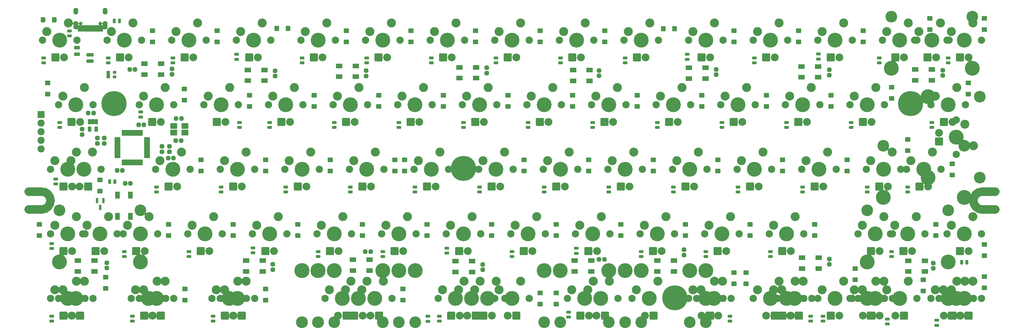
<source format=gbs>
G04 #@! TF.GenerationSoftware,KiCad,Pcbnew,(6.0.2)*
G04 #@! TF.CreationDate,2023-11-18T15:25:12-05:00*
G04 #@! TF.ProjectId,60_Pcb,36305f50-6362-42e6-9b69-6361645f7063,rev?*
G04 #@! TF.SameCoordinates,PX4b4f718PY8c7ecc0*
G04 #@! TF.FileFunction,Soldermask,Bot*
G04 #@! TF.FilePolarity,Negative*
%FSLAX46Y46*%
G04 Gerber Fmt 4.6, Leading zero omitted, Abs format (unit mm)*
G04 Created by KiCad (PCBNEW (6.0.2)) date 2023-11-18 15:25:12*
%MOMM*%
%LPD*%
G01*
G04 APERTURE LIST*
G04 Aperture macros list*
%AMRoundRect*
0 Rectangle with rounded corners*
0 $1 Rounding radius*
0 $2 $3 $4 $5 $6 $7 $8 $9 X,Y pos of 4 corners*
0 Add a 4 corners polygon primitive as box body*
4,1,4,$2,$3,$4,$5,$6,$7,$8,$9,$2,$3,0*
0 Add four circle primitives for the rounded corners*
1,1,$1+$1,$2,$3*
1,1,$1+$1,$4,$5*
1,1,$1+$1,$6,$7*
1,1,$1+$1,$8,$9*
0 Add four rect primitives between the rounded corners*
20,1,$1+$1,$2,$3,$4,$5,0*
20,1,$1+$1,$4,$5,$6,$7,0*
20,1,$1+$1,$6,$7,$8,$9,0*
20,1,$1+$1,$8,$9,$2,$3,0*%
G04 Aperture macros list end*
%ADD10C,2.501900*%
%ADD11C,1.400000*%
%ADD12C,7.400240*%
%ADD13C,7.401300*%
%ADD14C,3.448000*%
%ADD15C,2.150000*%
%ADD16C,4.387800*%
%ADD17C,2.650000*%
%ADD18C,2.305000*%
%ADD19RoundRect,0.200000X-0.952500X-0.952500X0.952500X-0.952500X0.952500X0.952500X-0.952500X0.952500X0*%
%ADD20RoundRect,0.200000X-0.850000X-0.850000X0.850000X-0.850000X0.850000X0.850000X-0.850000X0.850000X0*%
%ADD21O,2.100000X2.100000*%
%ADD22RoundRect,0.200000X0.450000X-0.250000X0.450000X0.250000X-0.450000X0.250000X-0.450000X-0.250000X0*%
%ADD23RoundRect,0.200000X-0.450000X0.250000X-0.450000X-0.250000X0.450000X-0.250000X0.450000X0.250000X0*%
%ADD24RoundRect,0.200000X0.250000X0.450000X-0.250000X0.450000X-0.250000X-0.450000X0.250000X-0.450000X0*%
%ADD25RoundRect,0.200000X-0.500000X0.850000X-0.500000X-0.850000X0.500000X-0.850000X0.500000X0.850000X0*%
%ADD26RoundRect,0.200000X0.450000X0.600000X-0.450000X0.600000X-0.450000X-0.600000X0.450000X-0.600000X0*%
%ADD27RoundRect,0.200000X0.600000X-0.450000X0.600000X0.450000X-0.600000X0.450000X-0.600000X-0.450000X0*%
%ADD28RoundRect,0.200000X0.650000X-0.350000X0.650000X0.350000X-0.650000X0.350000X-0.650000X-0.350000X0*%
%ADD29RoundRect,0.200000X-0.250000X-0.450000X0.250000X-0.450000X0.250000X0.450000X-0.250000X0.450000X0*%
%ADD30RoundRect,0.070000X-0.300000X0.650000X-0.300000X-0.650000X0.300000X-0.650000X0.300000X0.650000X0*%
%ADD31C,1.050000*%
%ADD32RoundRect,0.200000X-0.300000X-0.725000X0.300000X-0.725000X0.300000X0.725000X-0.300000X0.725000X0*%
%ADD33RoundRect,0.200000X-0.150000X-0.725000X0.150000X-0.725000X0.150000X0.725000X-0.150000X0.725000X0*%
%ADD34O,1.400000X2.000000*%
%ADD35O,1.400000X2.500000*%
%ADD36RoundRect,0.200000X-0.325000X0.530000X-0.325000X-0.530000X0.325000X-0.530000X0.325000X0.530000X0*%
%ADD37RoundRect,0.200000X0.650000X0.125000X-0.650000X0.125000X-0.650000X-0.125000X0.650000X-0.125000X0*%
%ADD38RoundRect,0.200000X0.125000X-0.650000X0.125000X0.650000X-0.125000X0.650000X-0.125000X-0.650000X0*%
%ADD39RoundRect,0.418750X-0.256250X0.218750X-0.256250X-0.218750X0.256250X-0.218750X0.256250X0.218750X0*%
%ADD40RoundRect,0.418750X0.256250X-0.218750X0.256250X0.218750X-0.256250X0.218750X-0.256250X-0.218750X0*%
%ADD41RoundRect,0.418750X-0.218750X-0.256250X0.218750X-0.256250X0.218750X0.256250X-0.218750X0.256250X0*%
%ADD42RoundRect,0.418750X0.218750X0.256250X-0.218750X0.256250X-0.218750X-0.256250X0.218750X-0.256250X0*%
%ADD43RoundRect,0.200000X0.750000X0.500000X-0.750000X0.500000X-0.750000X-0.500000X0.750000X-0.500000X0*%
%ADD44RoundRect,0.200000X0.800000X0.650000X-0.800000X0.650000X-0.800000X-0.650000X0.800000X-0.650000X0*%
%ADD45RoundRect,0.200000X0.210000X0.300000X-0.210000X0.300000X-0.210000X-0.300000X0.210000X-0.300000X0*%
%ADD46RoundRect,0.200000X-0.325000X-0.200000X0.325000X-0.200000X0.325000X0.200000X-0.325000X0.200000X0*%
G04 APERTURE END LIST*
D10*
X-12350Y35456550D02*
X3787650Y35456550D01*
X-12350Y40758450D02*
X3787650Y40758450D01*
X281187650Y35456550D02*
X285037650Y35456550D01*
X281187650Y40758450D02*
X284987650Y40758450D01*
X281187650Y40758450D02*
G75*
G03*
X278536700Y38107500I-1J-2650949D01*
G01*
X6438600Y38107500D02*
G75*
G03*
X3787650Y40758450I-2650949J1D01*
G01*
X278536700Y38107500D02*
G75*
G03*
X281187650Y35456550I2650949J-1D01*
G01*
X3787650Y35456550D02*
G75*
G03*
X6438600Y38107500I1J2650949D01*
G01*
X-12350Y35456550D02*
X3787650Y35456550D01*
X-12350Y40758450D02*
X3787650Y40758450D01*
X281187650Y35456550D02*
X285037650Y35456550D01*
X281187650Y40758450D02*
X284987650Y40758450D01*
X281187650Y40758450D02*
G75*
G03*
X278536700Y38107500I-1J-2650949D01*
G01*
X6438600Y38107500D02*
G75*
G03*
X3787650Y40758450I-2650949J1D01*
G01*
X278536700Y38107500D02*
G75*
G03*
X281187650Y35456550I2650949J-1D01*
G01*
X3787650Y35456550D02*
G75*
G03*
X6438600Y38107500I1J2650949D01*
G01*
D11*
X129387650Y49907500D03*
X22887650Y66707500D03*
X191687650Y7107500D03*
X191687650Y11707500D03*
X1745615Y35507500D03*
X128187650Y49907500D03*
X278587650Y38107500D03*
X189287650Y7107500D03*
X3787650Y35507500D03*
X25187650Y69007500D03*
X27487650Y66707500D03*
D12*
X190487650Y9407500D03*
D11*
X128187650Y45307500D03*
X258837650Y64407500D03*
X26813996Y65081154D03*
X26813996Y68333846D03*
X25187650Y64407500D03*
X190487650Y11707500D03*
D13*
X25187650Y66707500D03*
D11*
X5626128Y39945978D03*
X126987650Y49907500D03*
X260037650Y69007500D03*
X260037650Y64407500D03*
X129387650Y45307500D03*
X189287650Y11707500D03*
X283229685Y40707500D03*
X261237650Y64407500D03*
X279349172Y36269022D03*
X5626128Y36269022D03*
X258837650Y69007500D03*
X281187650Y40707500D03*
D12*
X128187650Y47607500D03*
D11*
X279349172Y39945978D03*
X6387650Y38107500D03*
X126987650Y45307500D03*
X23561304Y65081154D03*
X1745615Y40707500D03*
X283229685Y35507500D03*
X23561304Y68333846D03*
X261237650Y69024500D03*
X3787650Y40707500D03*
X281187650Y35507500D03*
D12*
X260037650Y66707500D03*
D11*
X190487650Y7107500D03*
D14*
X109181900Y2222500D03*
D15*
X102323900Y9207500D03*
D16*
X85305900Y17462500D03*
X97243900Y9207500D03*
D15*
X92163900Y9207500D03*
D16*
X109181900Y17462500D03*
D14*
X85305900Y2222500D03*
D17*
X93433900Y11747500D03*
X99783900Y14287500D03*
D18*
X98513900Y4127500D03*
D19*
X95973900Y4127500D03*
D15*
X21361400Y47307500D03*
X11201400Y47307500D03*
D16*
X16281400Y47307500D03*
D17*
X12471400Y49847500D03*
X18821400Y52387500D03*
D18*
X15011400Y42227500D03*
D19*
X17551400Y42227500D03*
D16*
X11518900Y47307500D03*
D15*
X16598900Y47307500D03*
X6438900Y47307500D03*
D17*
X7708900Y49847500D03*
X14058900Y52387500D03*
D18*
X12788900Y42227500D03*
D19*
X10248900Y42227500D03*
D16*
X151980900Y17462500D03*
D14*
X175856900Y2222500D03*
D16*
X175856900Y17462500D03*
D15*
X158838900Y9207500D03*
D16*
X163918900Y9207500D03*
D14*
X151980900Y2222500D03*
D15*
X168998900Y9207500D03*
D17*
X160108900Y11747500D03*
X166458900Y14287500D03*
D18*
X165188900Y4127500D03*
D19*
X162648900Y4127500D03*
D15*
X254723900Y9207500D03*
X244563900Y9207500D03*
D16*
X249643900Y9207500D03*
D17*
X245833900Y11747500D03*
X252183900Y14287500D03*
D18*
X250913900Y4127500D03*
D19*
X248373900Y4127500D03*
D15*
X278536400Y9207500D03*
X268376400Y9207500D03*
D16*
X273456400Y9207500D03*
D17*
X269646400Y11747500D03*
X275996400Y14287500D03*
D18*
X274726400Y4127500D03*
D19*
X272186400Y4127500D03*
D14*
X180581300Y2222500D03*
X80581500Y2222500D03*
D16*
X130581400Y9207500D03*
X180581300Y17462500D03*
X80581500Y17462500D03*
D15*
X135661400Y9207500D03*
X125501400Y9207500D03*
D17*
X126771400Y11747500D03*
X133121400Y14287500D03*
D18*
X129311400Y4127500D03*
D19*
X131851400Y4127500D03*
D15*
X220751400Y9207500D03*
D16*
X225831400Y9207500D03*
D15*
X230911400Y9207500D03*
D17*
X222021400Y11747500D03*
X228371400Y14287500D03*
D18*
X224561400Y4127500D03*
D19*
X227101400Y4127500D03*
D16*
X104419400Y17462500D03*
D15*
X87401400Y9207500D03*
D14*
X80543400Y2222500D03*
X104419400Y2222500D03*
D15*
X97561400Y9207500D03*
D16*
X92481400Y9207500D03*
X80543400Y17462500D03*
D17*
X88671400Y11747500D03*
X95021400Y14287500D03*
D18*
X91211400Y4127500D03*
D19*
X93751400Y4127500D03*
D15*
X130898900Y9207500D03*
D16*
X125818900Y9207500D03*
D15*
X120738900Y9207500D03*
D17*
X122008900Y11747500D03*
X128358900Y14287500D03*
D18*
X127088900Y4127500D03*
D19*
X124548900Y4127500D03*
D15*
X196938900Y9207500D03*
D16*
X202018900Y9207500D03*
D15*
X207098900Y9207500D03*
D17*
X198208900Y11747500D03*
X204558900Y14287500D03*
D18*
X203288900Y4127500D03*
D19*
X200748900Y4127500D03*
D15*
X204717650Y9207500D03*
D16*
X199637650Y9207500D03*
D15*
X194557650Y9207500D03*
D17*
X195827650Y11747500D03*
X202177650Y14287500D03*
D18*
X198367650Y4127500D03*
D19*
X200907650Y4127500D03*
D16*
X218687650Y9207500D03*
D15*
X213607650Y9207500D03*
X223767650Y9207500D03*
D17*
X214877650Y11747500D03*
X221227650Y14287500D03*
D18*
X217417650Y4127500D03*
D19*
X219957650Y4127500D03*
D15*
X251707650Y9207500D03*
D16*
X256787650Y9207500D03*
D15*
X261867650Y9207500D03*
D17*
X252977650Y11747500D03*
X259327650Y14287500D03*
D18*
X255517650Y4127500D03*
D19*
X258057650Y4127500D03*
D15*
X280917650Y9207500D03*
D16*
X275837650Y9207500D03*
D15*
X270757650Y9207500D03*
D17*
X272027650Y11747500D03*
X278377650Y14287500D03*
D18*
X274567650Y4127500D03*
D19*
X277107650Y4127500D03*
D14*
X156743400Y2222500D03*
X180619400Y2222500D03*
D16*
X180619400Y17462500D03*
D15*
X163601400Y9207500D03*
X173761400Y9207500D03*
D16*
X156743400Y17462500D03*
X168681400Y9207500D03*
D17*
X164871400Y11747500D03*
X171221400Y14287500D03*
D18*
X167411400Y4127500D03*
D19*
X169951400Y4127500D03*
D16*
X37712650Y9207500D03*
D15*
X32632650Y9207500D03*
X42792650Y9207500D03*
D17*
X33902650Y11747500D03*
X40252650Y14287500D03*
D18*
X36442650Y4127500D03*
D19*
X38982650Y4127500D03*
D15*
X66605150Y9207500D03*
X56445150Y9207500D03*
D16*
X61525150Y9207500D03*
D17*
X57715150Y11747500D03*
X64065150Y14287500D03*
D18*
X60255150Y4127500D03*
D19*
X62795150Y4127500D03*
D15*
X147567650Y9207500D03*
D16*
X199637650Y17462500D03*
D14*
X199637650Y2222500D03*
D16*
X85337650Y17462500D03*
D14*
X85337650Y2222500D03*
D16*
X142487650Y9207500D03*
D15*
X137407650Y9207500D03*
D17*
X138677650Y11747500D03*
X145027650Y14287500D03*
D18*
X141217650Y4127500D03*
D19*
X143757650Y4127500D03*
D16*
X247262650Y9207500D03*
D15*
X252342650Y9207500D03*
X242182650Y9207500D03*
D17*
X243452650Y11747500D03*
X249802650Y14287500D03*
D18*
X245992650Y4127500D03*
D19*
X248532650Y4127500D03*
D16*
X271075150Y9207500D03*
D15*
X265995150Y9207500D03*
X276155150Y9207500D03*
D17*
X267265150Y11747500D03*
X273615150Y14287500D03*
D18*
X269805150Y4127500D03*
D19*
X272345150Y4127500D03*
D14*
X90068400Y2222500D03*
D15*
X107086400Y9207500D03*
D16*
X102006400Y9207500D03*
X90068400Y17462500D03*
D15*
X96926400Y9207500D03*
D14*
X113944400Y2222500D03*
D16*
X113944400Y17462500D03*
D17*
X98196400Y11747500D03*
X104546400Y14287500D03*
D18*
X100736400Y4127500D03*
D19*
X103276400Y4127500D03*
D16*
X142487650Y9207500D03*
D15*
X147567650Y9207500D03*
X137407650Y9207500D03*
D17*
X138677650Y11747500D03*
X145027650Y14287500D03*
D18*
X141217650Y4127500D03*
D19*
X143757650Y4127500D03*
D15*
X188048900Y9207500D03*
D16*
X194906900Y17462500D03*
D14*
X194906900Y2222500D03*
D16*
X171030900Y17462500D03*
X182968900Y9207500D03*
D15*
X177888900Y9207500D03*
D14*
X171030900Y2222500D03*
D17*
X179158900Y11747500D03*
X185508900Y14287500D03*
D18*
X181698900Y4127500D03*
D19*
X184238900Y4127500D03*
D16*
X35331400Y9207500D03*
D15*
X30251400Y9207500D03*
X40411400Y9207500D03*
D17*
X31521400Y11747500D03*
X37871400Y14287500D03*
D18*
X36601400Y4127500D03*
D19*
X34061400Y4127500D03*
D15*
X64223900Y9207500D03*
D16*
X59143900Y9207500D03*
D15*
X54063900Y9207500D03*
D17*
X55333900Y11747500D03*
X61683900Y14287500D03*
D18*
X60413900Y4127500D03*
D19*
X57873900Y4127500D03*
D16*
X135343900Y9207500D03*
D15*
X130263900Y9207500D03*
X140423900Y9207500D03*
D17*
X131533900Y11747500D03*
X137883900Y14287500D03*
D18*
X136613900Y4127500D03*
D19*
X134073900Y4127500D03*
D15*
X218370150Y9207500D03*
X228530150Y9207500D03*
D16*
X223450150Y9207500D03*
D17*
X219640150Y11747500D03*
X225990150Y14287500D03*
D18*
X224720150Y4127500D03*
D19*
X222180150Y4127500D03*
D15*
X273456400Y61912500D03*
D14*
X280441400Y68770500D03*
D15*
X273456400Y51752500D03*
D16*
X265201400Y68770500D03*
X273456400Y56832500D03*
X265201400Y44894500D03*
D14*
X280441400Y44894500D03*
D17*
X275996400Y60642500D03*
X278536400Y54292500D03*
D18*
X268376400Y58102500D03*
D19*
X268376400Y55562500D03*
D15*
X32632650Y66357500D03*
X42792650Y66357500D03*
D16*
X37712650Y66357500D03*
D17*
X33902650Y68897500D03*
X40252650Y71437500D03*
D18*
X38982650Y61277500D03*
D19*
X36442650Y61277500D03*
D15*
X194557650Y85407500D03*
D16*
X199637650Y85407500D03*
D15*
X204717650Y85407500D03*
D17*
X195827650Y87947500D03*
X202177650Y90487500D03*
D18*
X200907650Y80327500D03*
D19*
X198367650Y80327500D03*
D16*
X28187650Y85407500D03*
D15*
X33267650Y85407500D03*
X23107650Y85407500D03*
D17*
X24377650Y87947500D03*
X30727650Y90487500D03*
D18*
X29457650Y80327500D03*
D19*
X26917650Y80327500D03*
D16*
X47237650Y85407500D03*
D15*
X42157650Y85407500D03*
X52317650Y85407500D03*
D17*
X43427650Y87947500D03*
X49777650Y90487500D03*
D18*
X48507650Y80327500D03*
D19*
X45967650Y80327500D03*
D16*
X66287650Y85407500D03*
D15*
X71367650Y85407500D03*
X61207650Y85407500D03*
D17*
X62477650Y87947500D03*
X68827650Y90487500D03*
D18*
X67557650Y80327500D03*
D19*
X65017650Y80327500D03*
D15*
X90417650Y85407500D03*
X80257650Y85407500D03*
D16*
X85337650Y85407500D03*
D17*
X81527650Y87947500D03*
X87877650Y90487500D03*
D18*
X86607650Y80327500D03*
D19*
X84067650Y80327500D03*
D15*
X99307650Y85407500D03*
X109467650Y85407500D03*
D16*
X104387650Y85407500D03*
D17*
X100577650Y87947500D03*
X106927650Y90487500D03*
D18*
X105657650Y80327500D03*
D19*
X103117650Y80327500D03*
D16*
X123437650Y85407500D03*
D15*
X118357650Y85407500D03*
X128517650Y85407500D03*
D17*
X119627650Y87947500D03*
X125977650Y90487500D03*
D18*
X124707650Y80327500D03*
D19*
X122167650Y80327500D03*
D15*
X137407650Y85407500D03*
X147567650Y85407500D03*
D16*
X142487650Y85407500D03*
D17*
X138677650Y87947500D03*
X145027650Y90487500D03*
D18*
X143757650Y80327500D03*
D19*
X141217650Y80327500D03*
D15*
X156457650Y85407500D03*
X166617650Y85407500D03*
D16*
X161537650Y85407500D03*
D17*
X157727650Y87947500D03*
X164077650Y90487500D03*
D18*
X162807650Y80327500D03*
D19*
X160267650Y80327500D03*
D16*
X180587650Y85407500D03*
D15*
X185667650Y85407500D03*
X175507650Y85407500D03*
D17*
X176777650Y87947500D03*
X183127650Y90487500D03*
D18*
X181857650Y80327500D03*
D19*
X179317650Y80327500D03*
D16*
X218687650Y85407500D03*
D15*
X223767650Y85407500D03*
X213607650Y85407500D03*
D17*
X214877650Y87947500D03*
X221227650Y90487500D03*
D18*
X219957650Y80327500D03*
D19*
X217417650Y80327500D03*
D16*
X237737650Y85407500D03*
D15*
X232657650Y85407500D03*
X242817650Y85407500D03*
D17*
X233927650Y87947500D03*
X240277650Y90487500D03*
D18*
X239007650Y80327500D03*
D19*
X236467650Y80327500D03*
D14*
X254374650Y92392500D03*
D15*
X261232650Y85407500D03*
D14*
X278250650Y92392500D03*
D16*
X266312650Y85407500D03*
X278250650Y77152500D03*
X254374650Y77152500D03*
D15*
X271392650Y85407500D03*
D17*
X262502650Y87947500D03*
X268852650Y90487500D03*
D18*
X267582650Y80327500D03*
D19*
X265042650Y80327500D03*
D15*
X270757650Y85407500D03*
D16*
X275837650Y85407500D03*
D15*
X280917650Y85407500D03*
D17*
X272027650Y87947500D03*
X278377650Y90487500D03*
D18*
X277107650Y80327500D03*
D19*
X274567650Y80327500D03*
D15*
X251707650Y85407500D03*
D16*
X256787650Y85407500D03*
D15*
X261867650Y85407500D03*
D17*
X252977650Y87947500D03*
X259327650Y90487500D03*
D18*
X258057650Y80327500D03*
D19*
X255517650Y80327500D03*
D15*
X14217650Y85407500D03*
X4057650Y85407500D03*
D16*
X9137650Y85407500D03*
D17*
X5327650Y87947500D03*
X11677650Y90487500D03*
D18*
X10407650Y80327500D03*
D19*
X7867650Y80327500D03*
D16*
X232975150Y47307500D03*
D15*
X238055150Y47307500D03*
X227895150Y47307500D03*
D17*
X229165150Y49847500D03*
X235515150Y52387500D03*
D18*
X234245150Y42227500D03*
D19*
X231705150Y42227500D03*
D16*
X213925150Y47307500D03*
D15*
X219005150Y47307500D03*
X208845150Y47307500D03*
D17*
X210115150Y49847500D03*
X216465150Y52387500D03*
D18*
X215195150Y42227500D03*
D19*
X212655150Y42227500D03*
D15*
X47555150Y47307500D03*
X37395150Y47307500D03*
D16*
X42475150Y47307500D03*
D17*
X38665150Y49847500D03*
X45015150Y52387500D03*
D18*
X43745150Y42227500D03*
D19*
X41205150Y42227500D03*
D15*
X75495150Y47307500D03*
D16*
X80575150Y47307500D03*
D15*
X85655150Y47307500D03*
D17*
X76765150Y49847500D03*
X83115150Y52387500D03*
D18*
X81845150Y42227500D03*
D19*
X79305150Y42227500D03*
D14*
X251993400Y54292500D03*
X275869400Y54292500D03*
D16*
X251993400Y39052500D03*
X263931400Y47307500D03*
X275869400Y39052500D03*
D15*
X258851400Y47307500D03*
X269011400Y47307500D03*
D17*
X260121400Y49847500D03*
X266471400Y52387500D03*
D18*
X265201400Y42227500D03*
D19*
X262661400Y42227500D03*
D16*
X99625150Y47307500D03*
D15*
X94545150Y47307500D03*
X104705150Y47307500D03*
D17*
X95815150Y49847500D03*
X102165150Y52387500D03*
D18*
X100895150Y42227500D03*
D19*
X98355150Y42227500D03*
D16*
X118675150Y47307500D03*
D15*
X123755150Y47307500D03*
X113595150Y47307500D03*
D17*
X114865150Y49847500D03*
X121215150Y52387500D03*
D18*
X119945150Y42227500D03*
D19*
X117405150Y42227500D03*
D16*
X137725150Y47307500D03*
D15*
X132645150Y47307500D03*
X142805150Y47307500D03*
D17*
X133915150Y49847500D03*
X140265150Y52387500D03*
D18*
X138995150Y42227500D03*
D19*
X136455150Y42227500D03*
D16*
X252025150Y47307500D03*
D15*
X246945150Y47307500D03*
X257105150Y47307500D03*
D17*
X248215150Y49847500D03*
X254565150Y52387500D03*
D18*
X253295150Y42227500D03*
D19*
X250755150Y42227500D03*
D15*
X151695150Y47307500D03*
D16*
X156775150Y47307500D03*
D15*
X161855150Y47307500D03*
D17*
X152965150Y49847500D03*
X159315150Y52387500D03*
D18*
X158045150Y42227500D03*
D19*
X155505150Y42227500D03*
D16*
X175825150Y47307500D03*
D15*
X170745150Y47307500D03*
X180905150Y47307500D03*
D17*
X172015150Y49847500D03*
X178365150Y52387500D03*
D18*
X177095150Y42227500D03*
D19*
X174555150Y42227500D03*
D15*
X189795150Y47307500D03*
X199955150Y47307500D03*
D16*
X194875150Y47307500D03*
D17*
X191065150Y49847500D03*
X197415150Y52387500D03*
D18*
X196145150Y42227500D03*
D19*
X193605150Y42227500D03*
D15*
X56445150Y47307500D03*
D16*
X61525150Y47307500D03*
D15*
X66605150Y47307500D03*
D17*
X57715150Y49847500D03*
X64065150Y52387500D03*
D18*
X62795150Y42227500D03*
D19*
X60255150Y42227500D03*
D15*
X80892650Y66357500D03*
D16*
X75812650Y66357500D03*
D15*
X70732650Y66357500D03*
D17*
X72002650Y68897500D03*
X78352650Y71437500D03*
D18*
X77082650Y61277500D03*
D19*
X74542650Y61277500D03*
D15*
X176142650Y66357500D03*
X165982650Y66357500D03*
D16*
X171062650Y66357500D03*
D17*
X167252650Y68897500D03*
X173602650Y71437500D03*
D18*
X172332650Y61277500D03*
D19*
X169792650Y61277500D03*
D16*
X190112650Y66357500D03*
D15*
X185032650Y66357500D03*
X195192650Y66357500D03*
D17*
X186302650Y68897500D03*
X192652650Y71437500D03*
D18*
X191382650Y61277500D03*
D19*
X188842650Y61277500D03*
D16*
X209162650Y66357500D03*
D15*
X204082650Y66357500D03*
X214242650Y66357500D03*
D17*
X205352650Y68897500D03*
X211702650Y71437500D03*
D18*
X210432650Y61277500D03*
D19*
X207892650Y61277500D03*
D16*
X94862650Y66357500D03*
D15*
X89782650Y66357500D03*
X99942650Y66357500D03*
D17*
X91052650Y68897500D03*
X97402650Y71437500D03*
D18*
X96132650Y61277500D03*
D19*
X93592650Y61277500D03*
D15*
X118992650Y66357500D03*
X108832650Y66357500D03*
D16*
X113912650Y66357500D03*
D17*
X110102650Y68897500D03*
X116452650Y71437500D03*
D18*
X115182650Y61277500D03*
D19*
X112642650Y61277500D03*
D15*
X18980150Y66357500D03*
X8820150Y66357500D03*
D16*
X13900150Y66357500D03*
D17*
X10090150Y68897500D03*
X16440150Y71437500D03*
D18*
X15170150Y61277500D03*
D19*
X12630150Y61277500D03*
D15*
X157092650Y66357500D03*
X146932650Y66357500D03*
D16*
X152012650Y66357500D03*
D17*
X148202650Y68897500D03*
X154552650Y71437500D03*
D18*
X153282650Y61277500D03*
D19*
X150742650Y61277500D03*
D15*
X61842650Y66357500D03*
D16*
X56762650Y66357500D03*
D15*
X51682650Y66357500D03*
D17*
X52952650Y68897500D03*
X59302650Y71437500D03*
D18*
X58032650Y61277500D03*
D19*
X55492650Y61277500D03*
D15*
X127882650Y66357500D03*
X138042650Y66357500D03*
D16*
X132962650Y66357500D03*
D17*
X129152650Y68897500D03*
X135502650Y71437500D03*
D18*
X134232650Y61277500D03*
D19*
X131692650Y61277500D03*
D15*
X223132650Y66357500D03*
D16*
X228212650Y66357500D03*
D15*
X233292650Y66357500D03*
D17*
X224402650Y68897500D03*
X230752650Y71437500D03*
D18*
X229482650Y61277500D03*
D19*
X226942650Y61277500D03*
D15*
X276155150Y66357500D03*
X265995150Y66357500D03*
D16*
X271075150Y66357500D03*
D17*
X267265150Y68897500D03*
X273615150Y71437500D03*
D18*
X272345150Y61277500D03*
D19*
X269805150Y61277500D03*
D15*
X242182650Y66357500D03*
X252342650Y66357500D03*
D16*
X247262650Y66357500D03*
D17*
X243452650Y68897500D03*
X249802650Y71437500D03*
D18*
X248532650Y61277500D03*
D19*
X245992650Y61277500D03*
D15*
X180270150Y28257500D03*
D16*
X185350150Y28257500D03*
D15*
X190430150Y28257500D03*
D17*
X181540150Y30797500D03*
X187890150Y33337500D03*
D18*
X186620150Y23177500D03*
D19*
X184080150Y23177500D03*
D16*
X204400150Y28257500D03*
D15*
X209480150Y28257500D03*
X199320150Y28257500D03*
D17*
X200590150Y30797500D03*
X206940150Y33337500D03*
D18*
X205670150Y23177500D03*
D19*
X203130150Y23177500D03*
D15*
X228530150Y28257500D03*
D16*
X223450150Y28257500D03*
D15*
X218370150Y28257500D03*
D17*
X219640150Y30797500D03*
X225990150Y33337500D03*
D18*
X224720150Y23177500D03*
D19*
X222180150Y23177500D03*
D15*
X133280150Y28257500D03*
D16*
X128200150Y28257500D03*
D15*
X123120150Y28257500D03*
D17*
X124390150Y30797500D03*
X130740150Y33337500D03*
D18*
X129470150Y23177500D03*
D19*
X126930150Y23177500D03*
D16*
X90100150Y28257500D03*
D15*
X95180150Y28257500D03*
X85020150Y28257500D03*
D17*
X86290150Y30797500D03*
X92640150Y33337500D03*
D18*
X91370150Y23177500D03*
D19*
X88830150Y23177500D03*
D15*
X280917650Y28257500D03*
D16*
X275837650Y28257500D03*
D15*
X270757650Y28257500D03*
D17*
X272027650Y30797500D03*
X278377650Y33337500D03*
D18*
X277107650Y23177500D03*
D19*
X274567650Y23177500D03*
D16*
X32950150Y28257500D03*
D15*
X38030150Y28257500D03*
X27870150Y28257500D03*
D17*
X29140150Y30797500D03*
X35490150Y33337500D03*
D18*
X34220150Y23177500D03*
D19*
X31680150Y23177500D03*
D14*
X9105900Y35242500D03*
D15*
X26123900Y28257500D03*
D16*
X32981900Y20002500D03*
X9105900Y20002500D03*
X21043900Y28257500D03*
D14*
X32981900Y35242500D03*
D15*
X15963900Y28257500D03*
D17*
X17233900Y30797500D03*
X23583900Y33337500D03*
D18*
X22313900Y23177500D03*
D19*
X19773900Y23177500D03*
D15*
X16598900Y28257500D03*
D16*
X11518900Y28257500D03*
D15*
X6438900Y28257500D03*
D17*
X7708900Y30797500D03*
X14058900Y33337500D03*
D18*
X12788900Y23177500D03*
D19*
X10248900Y23177500D03*
D15*
X171380150Y28257500D03*
D16*
X166300150Y28257500D03*
D15*
X161220150Y28257500D03*
D17*
X162490150Y30797500D03*
X168840150Y33337500D03*
D18*
X167570150Y23177500D03*
D19*
X165030150Y23177500D03*
D15*
X152330150Y28257500D03*
X142170150Y28257500D03*
D16*
X147250150Y28257500D03*
D17*
X143440150Y30797500D03*
X149790150Y33337500D03*
D18*
X148520150Y23177500D03*
D19*
X145980150Y23177500D03*
D14*
X271106900Y35242500D03*
D15*
X264248900Y28257500D03*
D16*
X271106900Y20002500D03*
X247230900Y20002500D03*
D15*
X254088900Y28257500D03*
D16*
X259168900Y28257500D03*
D14*
X247230900Y35242500D03*
D17*
X255358900Y30797500D03*
X261708900Y33337500D03*
D18*
X260438900Y23177500D03*
D19*
X257898900Y23177500D03*
D16*
X249643900Y28257500D03*
D15*
X244563900Y28257500D03*
X254723900Y28257500D03*
D17*
X245833900Y30797500D03*
X252183900Y33337500D03*
D18*
X250913900Y23177500D03*
D19*
X248373900Y23177500D03*
D15*
X114230150Y28257500D03*
X104070150Y28257500D03*
D16*
X109150150Y28257500D03*
D17*
X105340150Y30797500D03*
X111690150Y33337500D03*
D18*
X110420150Y23177500D03*
D19*
X107880150Y23177500D03*
D15*
X76130150Y28257500D03*
D16*
X71050150Y28257500D03*
D15*
X65970150Y28257500D03*
D17*
X67240150Y30797500D03*
X73590150Y33337500D03*
D18*
X72320150Y23177500D03*
D19*
X69780150Y23177500D03*
D15*
X46920150Y28257500D03*
D16*
X52000150Y28257500D03*
D15*
X57080150Y28257500D03*
D17*
X48190150Y30797500D03*
X54540150Y33337500D03*
D18*
X53270150Y23177500D03*
D19*
X50730150Y23177500D03*
D15*
X232657650Y9207500D03*
D16*
X237737650Y9207500D03*
D15*
X242817650Y9207500D03*
D17*
X233927650Y11747500D03*
X240277650Y14287500D03*
D18*
X239007650Y4127500D03*
D19*
X236467650Y4127500D03*
D15*
X6438900Y9207500D03*
X16598900Y9207500D03*
D16*
X11518900Y9207500D03*
D17*
X7708900Y11747500D03*
X14058900Y14287500D03*
D18*
X12788900Y4127500D03*
D19*
X10248900Y4127500D03*
D15*
X8820150Y9207500D03*
D16*
X13900150Y9207500D03*
D15*
X18980150Y9207500D03*
D17*
X10090150Y11747500D03*
X16440150Y14287500D03*
D18*
X12630150Y4127500D03*
D19*
X15170150Y4127500D03*
D20*
X3631400Y63520000D03*
D21*
X3631400Y60980000D03*
X3631400Y58440000D03*
X3631400Y55900000D03*
X3631400Y53360000D03*
D22*
X90100150Y59654375D03*
X90100150Y61154375D03*
X109150150Y59654375D03*
X109150150Y61154375D03*
X128200150Y59654375D03*
X128200150Y61154375D03*
D23*
X12065000Y88176800D03*
X12065000Y86676800D03*
D24*
X26781400Y91070000D03*
X25281400Y91070000D03*
D25*
X26192400Y33426000D03*
X26192400Y39726000D03*
X29992400Y39726000D03*
X29992400Y33426000D03*
D26*
X7517400Y91440000D03*
X4217400Y91440000D03*
D27*
X36522025Y84948125D03*
X36522025Y88248125D03*
X55572025Y84948125D03*
X55572025Y88248125D03*
D26*
X76431400Y88930000D03*
X73131400Y88930000D03*
D27*
X93672025Y84948125D03*
X93672025Y88248125D03*
X112722025Y84948125D03*
X112722025Y88248125D03*
X131772025Y84948125D03*
X131772025Y88248125D03*
X150822025Y84948125D03*
X150822025Y88248125D03*
X169872025Y84948125D03*
X169872025Y88248125D03*
D26*
X190421400Y88850000D03*
X187121400Y88850000D03*
D27*
X207972025Y84948125D03*
X207972025Y88248125D03*
X227022025Y84948125D03*
X227022025Y88248125D03*
X246072025Y84948125D03*
X246072025Y88248125D03*
X265709400Y88520000D03*
X265709400Y91820000D03*
X281790775Y88520000D03*
X281790775Y91820000D03*
X5565775Y69470000D03*
X5565775Y72770000D03*
X45931400Y67770000D03*
X45931400Y71070000D03*
X65097025Y65898125D03*
X65097025Y69198125D03*
X84147025Y65898125D03*
X84147025Y69198125D03*
X103197025Y65898125D03*
X103197025Y69198125D03*
X122247025Y65898125D03*
X122247025Y69198125D03*
X141297025Y65898125D03*
X141297025Y69198125D03*
X160347025Y65898125D03*
X160347025Y69198125D03*
X179397025Y65898125D03*
X179397025Y69198125D03*
X198447025Y65898125D03*
X198447025Y69198125D03*
X217497025Y65898125D03*
X217497025Y69198125D03*
X236547025Y65898125D03*
X236547025Y69198125D03*
X254406400Y68279375D03*
X254406400Y71579375D03*
X277028275Y69470000D03*
X277028275Y72770000D03*
X21043900Y40895000D03*
X21043900Y44195000D03*
X50809525Y46848125D03*
X50809525Y50148125D03*
X69859525Y46848125D03*
X69859525Y50148125D03*
X88909525Y46848125D03*
X88909525Y50148125D03*
X107959525Y46848125D03*
X107959525Y50148125D03*
X110832900Y46850300D03*
X110832900Y50150300D03*
X146059525Y46848125D03*
X146059525Y50148125D03*
X165109525Y46848125D03*
X165109525Y50148125D03*
X184159525Y46848125D03*
X184159525Y50148125D03*
X203209525Y46848125D03*
X203209525Y50148125D03*
X222259525Y46848125D03*
X222259525Y50148125D03*
X241309525Y46848125D03*
X241309525Y50148125D03*
X259168900Y52801250D03*
X259168900Y56101250D03*
X272265775Y45657500D03*
X272265775Y48957500D03*
X3184525Y27798125D03*
X3184525Y31098125D03*
X41284525Y27798125D03*
X41284525Y31098125D03*
X60334525Y27798125D03*
X60334525Y31098125D03*
X79384525Y27798125D03*
X79384525Y31098125D03*
X98434525Y27798125D03*
X98434525Y31098125D03*
X117484525Y27798125D03*
X117484525Y31098125D03*
X136534525Y27798125D03*
X136534525Y31098125D03*
X155584525Y27798125D03*
X155584525Y31098125D03*
X174634525Y27798125D03*
X174634525Y31098125D03*
X193684525Y27798125D03*
X193684525Y31098125D03*
X212734525Y27798125D03*
X212734525Y31098125D03*
X231784525Y27798125D03*
X231784525Y31098125D03*
X267503275Y27798125D03*
X267503275Y31098125D03*
X281790775Y21845000D03*
X281790775Y25145000D03*
X22733000Y12167600D03*
X22733000Y15467600D03*
X46047025Y8748125D03*
X46047025Y12048125D03*
X69859525Y8748125D03*
X69859525Y12048125D03*
X110340775Y8748125D03*
X110340775Y12048125D03*
X150822025Y7557500D03*
X150822025Y10857500D03*
X155584525Y7557500D03*
X155584525Y10857500D03*
X207972025Y13510625D03*
X207972025Y16810625D03*
X211543900Y13510625D03*
X211543900Y16810625D03*
X243690775Y14701250D03*
X243690775Y18001250D03*
X263781400Y11420000D03*
X263781400Y14720000D03*
X281790775Y12320000D03*
X281790775Y15620000D03*
D28*
X14231400Y81320000D03*
X14231400Y83220000D03*
D22*
X4375150Y78704375D03*
X4375150Y80204375D03*
X23425150Y78704375D03*
X23425150Y80204375D03*
X42475150Y78704375D03*
X42475150Y80204375D03*
X61271400Y79770000D03*
X61271400Y81270000D03*
X80575150Y78704375D03*
X80575150Y80204375D03*
X99625150Y78704375D03*
X99625150Y80204375D03*
X118675150Y78704375D03*
X118675150Y80204375D03*
X137725150Y78704375D03*
X137725150Y80204375D03*
X156775150Y78704375D03*
X156775150Y80204375D03*
X175825150Y78704375D03*
X175825150Y80204375D03*
X194161400Y79760000D03*
X194161400Y81260000D03*
X213925150Y78704375D03*
X213925150Y80204375D03*
X232851400Y79840000D03*
X232851400Y81340000D03*
X250834525Y78704375D03*
X250834525Y80204375D03*
X271075150Y78704375D03*
X271075150Y80204375D03*
X9137650Y59654375D03*
X9137650Y61154375D03*
X33031400Y62770000D03*
X33031400Y64270000D03*
X62151400Y59670000D03*
X62151400Y61170000D03*
X71050150Y59654375D03*
X71050150Y61154375D03*
X147250150Y59654375D03*
X147250150Y61154375D03*
X166300150Y59654375D03*
X166300150Y61154375D03*
X185350150Y59654375D03*
X185350150Y61154375D03*
X204400150Y59654375D03*
X204400150Y61154375D03*
X223450150Y59654375D03*
X223450150Y61154375D03*
X242500150Y59654375D03*
X242500150Y61154375D03*
X266312650Y59654375D03*
X266312650Y61154375D03*
X7947025Y42985625D03*
X7947025Y44485625D03*
X37712650Y40604375D03*
X37712650Y42104375D03*
X56762650Y40604375D03*
X56762650Y42104375D03*
X75812650Y40604375D03*
X75812650Y42104375D03*
X94862650Y40604375D03*
X94862650Y42104375D03*
X113912650Y40604375D03*
X113912650Y42104375D03*
X132962650Y40604375D03*
X132962650Y42104375D03*
X152012650Y40604375D03*
X152012650Y42104375D03*
X171062650Y40604375D03*
X171062650Y42104375D03*
X190112650Y40604375D03*
X190112650Y42104375D03*
X209162650Y40604375D03*
X209162650Y42104375D03*
X228212650Y40604375D03*
X228212650Y42104375D03*
X247262650Y40604375D03*
X247262650Y42104375D03*
X259168900Y40604375D03*
X259168900Y42104375D03*
X6756400Y23935625D03*
X6756400Y25435625D03*
X28187650Y21554375D03*
X28187650Y23054375D03*
X47237650Y21554375D03*
X47237650Y23054375D03*
X66121400Y22670000D03*
X66121400Y24170000D03*
X85337650Y21554375D03*
X85337650Y23054375D03*
X104387650Y21554375D03*
X104387650Y23054375D03*
X123281400Y22570000D03*
X123281400Y24070000D03*
X142487650Y21554375D03*
X142487650Y23054375D03*
X161441400Y22540000D03*
X161441400Y24040000D03*
X180587650Y21554375D03*
X180587650Y23054375D03*
X199637650Y21554375D03*
X199637650Y23054375D03*
X218687650Y21554375D03*
X218687650Y23054375D03*
X254406400Y21554375D03*
X254406400Y23054375D03*
D29*
X275087650Y19923125D03*
X276587650Y19923125D03*
D22*
X6756400Y2504375D03*
X6756400Y4004375D03*
X30568900Y2504375D03*
X30568900Y4004375D03*
X54381400Y2504375D03*
X54381400Y4004375D03*
X117678200Y2475800D03*
X117678200Y3975800D03*
X121056400Y2504375D03*
X121056400Y4004375D03*
X159156400Y3695000D03*
X159156400Y5195000D03*
X206781400Y2504375D03*
X206781400Y4004375D03*
X230593900Y2504375D03*
X230593900Y4004375D03*
X234165775Y2504375D03*
X234165775Y4004375D03*
D23*
X253136400Y3163000D03*
X253136400Y1663000D03*
D22*
X267741400Y1282000D03*
X267741400Y2782000D03*
D30*
X20157400Y38134000D03*
X22057400Y38134000D03*
X21107400Y36034000D03*
D31*
X15323400Y90320800D03*
X21103400Y90320800D03*
D32*
X14988400Y88875800D03*
X15763400Y88875800D03*
D33*
X16463400Y88875800D03*
X16963400Y88875800D03*
X17463400Y88875800D03*
X17963400Y88875800D03*
X18463400Y88875800D03*
X18963400Y88875800D03*
X19463400Y88875800D03*
X19963400Y88875800D03*
D32*
X20663400Y88875800D03*
X21438400Y88875800D03*
D34*
X13893400Y93970800D03*
D35*
X22533400Y89790800D03*
X13893400Y89790800D03*
D34*
X22533400Y93970800D03*
D29*
X23881400Y43720000D03*
X25381400Y43720000D03*
D36*
X17981400Y61420000D03*
X18931400Y61420000D03*
X19881400Y61420000D03*
X19881400Y59220000D03*
X17981400Y59220000D03*
D37*
X34881400Y56470000D03*
X34881400Y55970000D03*
X34881400Y55470000D03*
X34881400Y54970000D03*
X34881400Y54470000D03*
X34881400Y53970000D03*
X34881400Y53470000D03*
X34881400Y52970000D03*
X34881400Y52470000D03*
X34881400Y51970000D03*
X34881400Y51470000D03*
X34881400Y50970000D03*
D38*
X33281400Y49370000D03*
X32781400Y49370000D03*
X32281400Y49370000D03*
X31781400Y49370000D03*
X31281400Y49370000D03*
X30781400Y49370000D03*
X30281400Y49370000D03*
X29781400Y49370000D03*
X29281400Y49370000D03*
X28781400Y49370000D03*
X28281400Y49370000D03*
X27781400Y49370000D03*
D37*
X26181400Y50970000D03*
X26181400Y51470000D03*
X26181400Y51970000D03*
X26181400Y52470000D03*
X26181400Y52970000D03*
X26181400Y53470000D03*
X26181400Y53970000D03*
X26181400Y54470000D03*
X26181400Y54970000D03*
X26181400Y55470000D03*
X26181400Y55970000D03*
X26181400Y56470000D03*
D38*
X27781400Y58070000D03*
X28281400Y58070000D03*
X28781400Y58070000D03*
X29281400Y58070000D03*
X29781400Y58070000D03*
X30281400Y58070000D03*
X30781400Y58070000D03*
X31281400Y58070000D03*
X31781400Y58070000D03*
X32281400Y58070000D03*
X32781400Y58070000D03*
X33281400Y58070000D03*
D39*
X42221400Y76967500D03*
X42221400Y75392500D03*
X72651400Y76377500D03*
X72651400Y74802500D03*
X99501400Y76447500D03*
X99501400Y74872500D03*
X135031400Y77257500D03*
X135031400Y75682500D03*
X168161400Y76467500D03*
X168161400Y74892500D03*
X202671400Y76817500D03*
X202671400Y75242500D03*
X236051400Y76707500D03*
X236051400Y75132500D03*
X269481400Y76547500D03*
X269481400Y74972500D03*
X266741400Y19677500D03*
X266741400Y18102500D03*
D40*
X193221400Y22022500D03*
X193221400Y23597500D03*
D41*
X168183900Y20760000D03*
X169758900Y20760000D03*
D39*
X133911400Y19227500D03*
X133911400Y17652500D03*
D42*
X100818900Y23070000D03*
X99243900Y23070000D03*
D39*
X72021400Y19267500D03*
X72021400Y17692500D03*
X23081400Y19737500D03*
X23081400Y18162500D03*
D43*
X69501400Y76650000D03*
X69501400Y73450000D03*
X64601400Y73450000D03*
X64601400Y76650000D03*
X96421400Y77840000D03*
X96421400Y74640000D03*
X91521400Y74640000D03*
X91521400Y77840000D03*
X165401400Y76590000D03*
X165401400Y73390000D03*
X160501400Y73390000D03*
X160501400Y76590000D03*
X199601400Y77280000D03*
X199601400Y74080000D03*
X194701400Y74080000D03*
X194701400Y77280000D03*
X264251400Y20350000D03*
X264251400Y17150000D03*
X259351400Y17150000D03*
X259351400Y20350000D03*
X232941400Y21220000D03*
X232941400Y18020000D03*
X228041400Y18020000D03*
X228041400Y21220000D03*
X165871400Y20400000D03*
X165871400Y17200000D03*
X160971400Y17200000D03*
X160971400Y20400000D03*
X130761400Y20250000D03*
X130761400Y17050000D03*
X125861400Y17050000D03*
X125861400Y20250000D03*
X100481400Y20670000D03*
X100481400Y17470000D03*
X95581400Y17470000D03*
X95581400Y20670000D03*
X68981400Y20420000D03*
X68981400Y17220000D03*
X64081400Y17220000D03*
X64081400Y20420000D03*
X19411400Y20400000D03*
X19411400Y17200000D03*
X14511400Y17200000D03*
X14511400Y20400000D03*
D44*
X46031400Y58150000D03*
X42731400Y58150000D03*
X42731400Y60150000D03*
X46031400Y60150000D03*
D43*
X39051400Y78470000D03*
X39051400Y75270000D03*
X34151400Y75270000D03*
X34151400Y78470000D03*
X232731400Y77670000D03*
X232731400Y74470000D03*
X227831400Y74470000D03*
X227831400Y77670000D03*
X266321400Y76780000D03*
X266321400Y73580000D03*
X261421400Y73580000D03*
X261421400Y76780000D03*
X131951400Y77420000D03*
X131951400Y74220000D03*
X127051400Y74220000D03*
X127051400Y77420000D03*
D39*
X236071400Y20857500D03*
X236071400Y19282500D03*
D43*
X190231400Y20420000D03*
X190231400Y17220000D03*
X185331400Y17220000D03*
X185331400Y20420000D03*
D42*
X31356400Y76820000D03*
X29781400Y76820000D03*
D41*
X43443900Y62350000D03*
X45018900Y62350000D03*
D42*
X44968900Y55820000D03*
X43393900Y55820000D03*
X33998900Y60410000D03*
X32423900Y60410000D03*
D39*
X22261400Y56537500D03*
X22261400Y54962500D03*
X20229400Y56537500D03*
X20229400Y54962500D03*
D40*
X41513760Y52506780D03*
X41513760Y54081780D03*
X39331400Y52498500D03*
X39331400Y54073500D03*
D41*
X26053900Y46989400D03*
X27628900Y46989400D03*
X41143900Y50620000D03*
X42718900Y50620000D03*
X17543900Y63920000D03*
X19118900Y63920000D03*
D39*
X15748000Y59182100D03*
X15748000Y57607100D03*
D41*
X28447900Y43180000D03*
X30022900Y43180000D03*
D45*
X18760200Y79237800D03*
X18110200Y79237800D03*
X17460200Y79237800D03*
X17460200Y81137800D03*
X18110200Y81137800D03*
X18760200Y81137800D03*
D46*
X23451400Y74630000D03*
X23451400Y75280000D03*
X23451400Y75930000D03*
X25351400Y75930000D03*
X25351400Y74630000D03*
G36*
X273499466Y3708064D02*
G01*
X273571295Y3552254D01*
X273692806Y3380319D01*
X273709302Y3364250D01*
X273709844Y3362325D01*
X273708449Y3360892D01*
X273706948Y3361062D01*
X273648777Y3392824D01*
X273579695Y3387884D01*
X273524251Y3346379D01*
X273499955Y3281241D01*
X273499649Y3272648D01*
X273498588Y3270952D01*
X273496589Y3271024D01*
X273495650Y3272719D01*
X273495650Y3707227D01*
X273496650Y3708959D01*
X273498650Y3708959D01*
X273499466Y3708064D01*
G37*
G36*
X11403319Y4770515D02*
G01*
X11422995Y4703503D01*
X11475338Y4658148D01*
X11543891Y4648291D01*
X11607048Y4677134D01*
X11627223Y4699506D01*
X11646601Y4727180D01*
X11648413Y4728025D01*
X11650052Y4726878D01*
X11650009Y4725102D01*
X11567235Y4567775D01*
X11504799Y4366700D01*
X11480053Y4157619D01*
X11493823Y3947519D01*
X11545649Y3743459D01*
X11632754Y3554512D01*
X11632571Y3552521D01*
X11630755Y3551683D01*
X11629300Y3552528D01*
X11627319Y3555357D01*
X11572986Y3598788D01*
X11504097Y3605918D01*
X11442287Y3574672D01*
X11407095Y3514820D01*
X11403385Y3484800D01*
X11402180Y3483203D01*
X11400195Y3483449D01*
X11399400Y3485045D01*
X11399400Y4769952D01*
X11400400Y4771684D01*
X11402400Y4771684D01*
X11403319Y4770515D01*
G37*
G36*
X35215819Y4770515D02*
G01*
X35235495Y4703503D01*
X35287838Y4658148D01*
X35356391Y4648291D01*
X35419548Y4677134D01*
X35439723Y4699506D01*
X35459101Y4727180D01*
X35460913Y4728025D01*
X35462552Y4726878D01*
X35462509Y4725102D01*
X35379735Y4567775D01*
X35317299Y4366700D01*
X35292553Y4157619D01*
X35306323Y3947519D01*
X35358149Y3743459D01*
X35445254Y3554512D01*
X35445071Y3552521D01*
X35443255Y3551683D01*
X35441800Y3552528D01*
X35439819Y3555357D01*
X35385486Y3598788D01*
X35316597Y3605918D01*
X35254787Y3574672D01*
X35219595Y3514820D01*
X35215885Y3484800D01*
X35214680Y3483203D01*
X35212695Y3483449D01*
X35211900Y3485045D01*
X35211900Y4769952D01*
X35212900Y4771684D01*
X35214900Y4771684D01*
X35215819Y4770515D01*
G37*
G36*
X202062069Y4770515D02*
G01*
X202081745Y4703503D01*
X202134088Y4658148D01*
X202202641Y4648291D01*
X202265798Y4677134D01*
X202285973Y4699506D01*
X202305351Y4727180D01*
X202307163Y4728025D01*
X202308802Y4726878D01*
X202308759Y4725102D01*
X202225985Y4567775D01*
X202163549Y4366700D01*
X202138803Y4157619D01*
X202152573Y3947519D01*
X202204399Y3743459D01*
X202291504Y3554512D01*
X202291321Y3552521D01*
X202289505Y3551683D01*
X202288050Y3552528D01*
X202286069Y3555357D01*
X202231736Y3598788D01*
X202162847Y3605918D01*
X202101037Y3574672D01*
X202065845Y3514820D01*
X202062135Y3484800D01*
X202060930Y3483203D01*
X202058945Y3483449D01*
X202058150Y3485045D01*
X202058150Y4769952D01*
X202059150Y4771684D01*
X202061150Y4771684D01*
X202062069Y4770515D01*
G37*
G36*
X249687069Y4770515D02*
G01*
X249706745Y4703503D01*
X249759088Y4658148D01*
X249827641Y4648291D01*
X249890798Y4677134D01*
X249910973Y4699506D01*
X249930351Y4727180D01*
X249932163Y4728025D01*
X249933802Y4726878D01*
X249933759Y4725102D01*
X249850985Y4567775D01*
X249788549Y4366700D01*
X249763803Y4157619D01*
X249777573Y3947519D01*
X249829399Y3743459D01*
X249916504Y3554512D01*
X249916321Y3552521D01*
X249914505Y3551683D01*
X249913050Y3552528D01*
X249911069Y3555357D01*
X249856736Y3598788D01*
X249787847Y3605918D01*
X249726037Y3574672D01*
X249690845Y3514820D01*
X249687135Y3484800D01*
X249685930Y3483203D01*
X249683945Y3483449D01*
X249683150Y3485045D01*
X249683150Y4769952D01*
X249684150Y4771684D01*
X249686150Y4771684D01*
X249687069Y4770515D01*
G37*
G36*
X59028319Y4770515D02*
G01*
X59047995Y4703503D01*
X59100338Y4658148D01*
X59168891Y4648291D01*
X59232048Y4677134D01*
X59252223Y4699506D01*
X59271601Y4727180D01*
X59273413Y4728025D01*
X59275052Y4726878D01*
X59275009Y4725102D01*
X59192235Y4567775D01*
X59129799Y4366700D01*
X59105053Y4157619D01*
X59118823Y3947519D01*
X59170649Y3743459D01*
X59257754Y3554512D01*
X59257571Y3552521D01*
X59255755Y3551683D01*
X59254300Y3552528D01*
X59252319Y3555357D01*
X59197986Y3598788D01*
X59129097Y3605918D01*
X59067287Y3574672D01*
X59032095Y3514820D01*
X59028385Y3484800D01*
X59027180Y3483203D01*
X59025195Y3483449D01*
X59024400Y3485045D01*
X59024400Y4769952D01*
X59025400Y4771684D01*
X59027400Y4771684D01*
X59028319Y4770515D01*
G37*
G36*
X223334569Y4770515D02*
G01*
X223354245Y4703503D01*
X223406588Y4658148D01*
X223475141Y4648291D01*
X223538298Y4677134D01*
X223558473Y4699506D01*
X223577851Y4727180D01*
X223579663Y4728025D01*
X223581302Y4726878D01*
X223581259Y4725102D01*
X223498485Y4567775D01*
X223436049Y4366700D01*
X223411303Y4157619D01*
X223425073Y3947519D01*
X223476899Y3743459D01*
X223564004Y3554512D01*
X223563821Y3552521D01*
X223562005Y3551683D01*
X223560550Y3552528D01*
X223558569Y3555357D01*
X223504236Y3598788D01*
X223435347Y3605918D01*
X223373537Y3574672D01*
X223338345Y3514820D01*
X223334635Y3484800D01*
X223333430Y3483203D01*
X223331445Y3483449D01*
X223330650Y3485045D01*
X223330650Y4769952D01*
X223331650Y4771684D01*
X223333650Y4771684D01*
X223334569Y4770515D01*
G37*
G36*
X275956355Y4771551D02*
G01*
X275957150Y4769955D01*
X275957150Y3485048D01*
X275956150Y3483316D01*
X275954150Y3483316D01*
X275953231Y3484485D01*
X275933555Y3551497D01*
X275881212Y3596852D01*
X275812659Y3606709D01*
X275749502Y3577866D01*
X275729327Y3555494D01*
X275701333Y3515515D01*
X275699521Y3514670D01*
X275697882Y3515817D01*
X275697950Y3517639D01*
X275777426Y3659552D01*
X275845104Y3858925D01*
X275875325Y4067353D01*
X275876898Y4127428D01*
X275857626Y4337161D01*
X275800476Y4539798D01*
X275715158Y4712808D01*
X275715289Y4714804D01*
X275717083Y4715689D01*
X275718590Y4714840D01*
X275729231Y4699643D01*
X275783564Y4656212D01*
X275852453Y4649082D01*
X275914263Y4680328D01*
X275949455Y4740180D01*
X275953165Y4770200D01*
X275954370Y4771797D01*
X275956355Y4771551D01*
G37*
G36*
X37831355Y4771551D02*
G01*
X37832150Y4769955D01*
X37832150Y3485048D01*
X37831150Y3483316D01*
X37829150Y3483316D01*
X37828231Y3484485D01*
X37808555Y3551497D01*
X37756212Y3596852D01*
X37687659Y3606709D01*
X37624502Y3577866D01*
X37604327Y3555494D01*
X37576333Y3515515D01*
X37574521Y3514670D01*
X37572882Y3515817D01*
X37572950Y3517639D01*
X37652426Y3659552D01*
X37720104Y3858925D01*
X37750325Y4067353D01*
X37751898Y4127428D01*
X37732626Y4337161D01*
X37675476Y4539798D01*
X37590158Y4712808D01*
X37590289Y4714804D01*
X37592083Y4715689D01*
X37593590Y4714840D01*
X37604231Y4699643D01*
X37658564Y4656212D01*
X37727453Y4649082D01*
X37789263Y4680328D01*
X37824455Y4740180D01*
X37828165Y4770200D01*
X37829370Y4771797D01*
X37831355Y4771551D01*
G37*
G36*
X271035105Y4771551D02*
G01*
X271035900Y4769955D01*
X271035900Y3485048D01*
X271034900Y3483316D01*
X271032900Y3483316D01*
X271031981Y3484485D01*
X271012305Y3551497D01*
X270959962Y3596852D01*
X270891409Y3606709D01*
X270828252Y3577866D01*
X270808077Y3555494D01*
X270780083Y3515515D01*
X270778271Y3514670D01*
X270776632Y3515817D01*
X270776700Y3517639D01*
X270856176Y3659552D01*
X270923854Y3858925D01*
X270954075Y4067353D01*
X270955648Y4127428D01*
X270936376Y4337161D01*
X270879226Y4539798D01*
X270793908Y4712808D01*
X270794039Y4714804D01*
X270795833Y4715689D01*
X270797340Y4714840D01*
X270807981Y4699643D01*
X270862314Y4656212D01*
X270931203Y4649082D01*
X270993013Y4680328D01*
X271028205Y4740180D01*
X271031915Y4770200D01*
X271033120Y4771797D01*
X271035105Y4771551D01*
G37*
G36*
X247222605Y4771551D02*
G01*
X247223400Y4769955D01*
X247223400Y3485048D01*
X247222400Y3483316D01*
X247220400Y3483316D01*
X247219481Y3484485D01*
X247199805Y3551497D01*
X247147462Y3596852D01*
X247078909Y3606709D01*
X247015752Y3577866D01*
X246995577Y3555494D01*
X246967583Y3515515D01*
X246965771Y3514670D01*
X246964132Y3515817D01*
X246964200Y3517639D01*
X247043676Y3659552D01*
X247111354Y3858925D01*
X247141575Y4067353D01*
X247143148Y4127428D01*
X247123876Y4337161D01*
X247066726Y4539798D01*
X246981408Y4712808D01*
X246981539Y4714804D01*
X246983333Y4715689D01*
X246984840Y4714840D01*
X246995481Y4699643D01*
X247049814Y4656212D01*
X247118703Y4649082D01*
X247180513Y4680328D01*
X247215705Y4740180D01*
X247219415Y4770200D01*
X247220620Y4771797D01*
X247222605Y4771551D01*
G37*
G36*
X225950105Y4771551D02*
G01*
X225950900Y4769955D01*
X225950900Y3485048D01*
X225949900Y3483316D01*
X225947900Y3483316D01*
X225946981Y3484485D01*
X225927305Y3551497D01*
X225874962Y3596852D01*
X225806409Y3606709D01*
X225743252Y3577866D01*
X225723077Y3555494D01*
X225695083Y3515515D01*
X225693271Y3514670D01*
X225691632Y3515817D01*
X225691700Y3517639D01*
X225771176Y3659552D01*
X225838854Y3858925D01*
X225869075Y4067353D01*
X225870648Y4127428D01*
X225851376Y4337161D01*
X225794226Y4539798D01*
X225708908Y4712808D01*
X225709039Y4714804D01*
X225710833Y4715689D01*
X225712340Y4714840D01*
X225722981Y4699643D01*
X225777314Y4656212D01*
X225846203Y4649082D01*
X225908013Y4680328D01*
X225943205Y4740180D01*
X225946915Y4770200D01*
X225948120Y4771797D01*
X225950105Y4771551D01*
G37*
G36*
X14018855Y4771551D02*
G01*
X14019650Y4769955D01*
X14019650Y3485048D01*
X14018650Y3483316D01*
X14016650Y3483316D01*
X14015731Y3484485D01*
X13996055Y3551497D01*
X13943712Y3596852D01*
X13875159Y3606709D01*
X13812002Y3577866D01*
X13791827Y3555494D01*
X13763833Y3515515D01*
X13762021Y3514670D01*
X13760382Y3515817D01*
X13760450Y3517639D01*
X13839926Y3659552D01*
X13907604Y3858925D01*
X13937825Y4067353D01*
X13939398Y4127428D01*
X13920126Y4337161D01*
X13862976Y4539798D01*
X13777658Y4712808D01*
X13777789Y4714804D01*
X13779583Y4715689D01*
X13781090Y4714840D01*
X13791731Y4699643D01*
X13846064Y4656212D01*
X13914953Y4649082D01*
X13976763Y4680328D01*
X14011955Y4740180D01*
X14015665Y4770200D01*
X14016870Y4771797D01*
X14018855Y4771551D01*
G37*
G36*
X61643855Y4771551D02*
G01*
X61644650Y4769955D01*
X61644650Y3485048D01*
X61643650Y3483316D01*
X61641650Y3483316D01*
X61640731Y3484485D01*
X61621055Y3551497D01*
X61568712Y3596852D01*
X61500159Y3606709D01*
X61437002Y3577866D01*
X61416827Y3555494D01*
X61388833Y3515515D01*
X61387021Y3514670D01*
X61385382Y3515817D01*
X61385450Y3517639D01*
X61464926Y3659552D01*
X61532604Y3858925D01*
X61562825Y4067353D01*
X61564398Y4127428D01*
X61545126Y4337161D01*
X61487976Y4539798D01*
X61402658Y4712808D01*
X61402789Y4714804D01*
X61404583Y4715689D01*
X61406090Y4714840D01*
X61416731Y4699643D01*
X61471064Y4656212D01*
X61539953Y4649082D01*
X61601763Y4680328D01*
X61636955Y4740180D01*
X61640665Y4770200D01*
X61641870Y4771797D01*
X61643855Y4771551D01*
G37*
G36*
X128203094Y3836306D02*
G01*
X128203528Y3835479D01*
X128226899Y3743459D01*
X128314004Y3554512D01*
X128313821Y3552521D01*
X128312005Y3551683D01*
X128310550Y3552528D01*
X128306634Y3558120D01*
X128305755Y3558044D01*
X128305100Y3558534D01*
X128265781Y3603191D01*
X128199178Y3622177D01*
X128132874Y3602138D01*
X128095143Y3558593D01*
X128093631Y3558070D01*
X128089235Y3551792D01*
X128089108Y3551629D01*
X128088558Y3550994D01*
X128088394Y3550643D01*
X128088219Y3550341D01*
X128063833Y3515514D01*
X128062021Y3514669D01*
X128060382Y3515816D01*
X128060450Y3517638D01*
X128139926Y3659552D01*
X128199696Y3835630D01*
X128201200Y3836949D01*
X128203094Y3836306D01*
G37*
G36*
X99628094Y3836306D02*
G01*
X99628528Y3835479D01*
X99651899Y3743459D01*
X99739004Y3554512D01*
X99738821Y3552521D01*
X99737005Y3551683D01*
X99735550Y3552528D01*
X99731634Y3558120D01*
X99730755Y3558044D01*
X99730100Y3558534D01*
X99690781Y3603191D01*
X99624178Y3622177D01*
X99557874Y3602138D01*
X99520143Y3558593D01*
X99518631Y3558070D01*
X99514235Y3551792D01*
X99514108Y3551629D01*
X99513558Y3550994D01*
X99513394Y3550643D01*
X99513219Y3550341D01*
X99488833Y3515514D01*
X99487021Y3514669D01*
X99485382Y3515816D01*
X99485450Y3517638D01*
X99564926Y3659552D01*
X99624696Y3835630D01*
X99626200Y3836949D01*
X99628094Y3836306D01*
G37*
G36*
X166303094Y3836306D02*
G01*
X166303528Y3835479D01*
X166326899Y3743459D01*
X166414004Y3554512D01*
X166413821Y3552521D01*
X166412005Y3551683D01*
X166410550Y3552528D01*
X166406634Y3558120D01*
X166405755Y3558044D01*
X166405100Y3558534D01*
X166365781Y3603191D01*
X166299178Y3622177D01*
X166232874Y3602138D01*
X166195143Y3558593D01*
X166193631Y3558070D01*
X166189235Y3551792D01*
X166189108Y3551629D01*
X166188558Y3550994D01*
X166188394Y3550643D01*
X166188219Y3550341D01*
X166163833Y3515514D01*
X166162021Y3514669D01*
X166160382Y3515816D01*
X166160450Y3517638D01*
X166239926Y3659552D01*
X166299696Y3835630D01*
X166301200Y3836949D01*
X166303094Y3836306D01*
G37*
G36*
X130447240Y4330348D02*
G01*
X130447853Y4328061D01*
X130447913Y4327717D01*
X130451345Y4288495D01*
X130476684Y4223712D01*
X130532778Y4183092D01*
X130601930Y4179248D01*
X130662182Y4213399D01*
X130694498Y4274880D01*
X130696910Y4299120D01*
X130698076Y4300745D01*
X130700067Y4300547D01*
X130700900Y4298922D01*
X130700900Y3956081D01*
X130699900Y3954349D01*
X130697900Y3954349D01*
X130696981Y3955518D01*
X130677305Y4022530D01*
X130624962Y4067885D01*
X130556409Y4077742D01*
X130493411Y4048971D01*
X130455859Y3990539D01*
X130451362Y3966699D01*
X130447913Y3927283D01*
X130447853Y3926939D01*
X130439441Y3895546D01*
X130438027Y3894132D01*
X130436095Y3894650D01*
X130435530Y3896351D01*
X130460325Y4067353D01*
X130461898Y4127428D01*
X130443316Y4329647D01*
X130444154Y4331463D01*
X130446145Y4331646D01*
X130447240Y4330348D01*
G37*
G36*
X218553490Y4330348D02*
G01*
X218554103Y4328061D01*
X218554163Y4327717D01*
X218557595Y4288495D01*
X218582934Y4223712D01*
X218639028Y4183092D01*
X218708180Y4179248D01*
X218768432Y4213399D01*
X218800748Y4274880D01*
X218803160Y4299120D01*
X218804326Y4300745D01*
X218806317Y4300547D01*
X218807150Y4298922D01*
X218807150Y3956081D01*
X218806150Y3954349D01*
X218804150Y3954349D01*
X218803231Y3955518D01*
X218783555Y4022530D01*
X218731212Y4067885D01*
X218662659Y4077742D01*
X218599661Y4048971D01*
X218562109Y3990539D01*
X218557612Y3966699D01*
X218554163Y3927283D01*
X218554103Y3926939D01*
X218545691Y3895546D01*
X218544277Y3894132D01*
X218542345Y3894650D01*
X218541780Y3896351D01*
X218566575Y4067353D01*
X218568148Y4127428D01*
X218549566Y4329647D01*
X218550404Y4331463D01*
X218552395Y4331646D01*
X218553490Y4330348D01*
G37*
G36*
X142353490Y4330348D02*
G01*
X142354103Y4328061D01*
X142354163Y4327717D01*
X142357595Y4288495D01*
X142382934Y4223712D01*
X142439028Y4183092D01*
X142508180Y4179248D01*
X142568432Y4213399D01*
X142600748Y4274880D01*
X142603160Y4299120D01*
X142604326Y4300745D01*
X142606317Y4300547D01*
X142607150Y4298922D01*
X142607150Y3956081D01*
X142606150Y3954349D01*
X142604150Y3954349D01*
X142603231Y3955518D01*
X142583555Y4022530D01*
X142531212Y4067885D01*
X142462659Y4077742D01*
X142399661Y4048971D01*
X142362109Y3990539D01*
X142357612Y3966699D01*
X142354163Y3927283D01*
X142354103Y3926939D01*
X142345691Y3895546D01*
X142344277Y3894132D01*
X142342345Y3894650D01*
X142341780Y3896351D01*
X142366575Y4067353D01*
X142368148Y4127428D01*
X142349566Y4329647D01*
X142350404Y4331463D01*
X142352395Y4331646D01*
X142353490Y4330348D01*
G37*
G36*
X168547240Y4330348D02*
G01*
X168547853Y4328061D01*
X168547913Y4327717D01*
X168551345Y4288495D01*
X168576684Y4223712D01*
X168632778Y4183092D01*
X168701930Y4179248D01*
X168762182Y4213399D01*
X168794498Y4274880D01*
X168796910Y4299120D01*
X168798076Y4300745D01*
X168800067Y4300547D01*
X168800900Y4298922D01*
X168800900Y3956081D01*
X168799900Y3954349D01*
X168797900Y3954349D01*
X168796981Y3955518D01*
X168777305Y4022530D01*
X168724962Y4067885D01*
X168656409Y4077742D01*
X168593411Y4048971D01*
X168555859Y3990539D01*
X168551362Y3966699D01*
X168547913Y3927283D01*
X168547853Y3926939D01*
X168539441Y3895546D01*
X168538027Y3894132D01*
X168536095Y3894650D01*
X168535530Y3896351D01*
X168560325Y4067353D01*
X168561898Y4127428D01*
X168543316Y4329647D01*
X168544154Y4331463D01*
X168546145Y4331646D01*
X168547240Y4330348D01*
G37*
G36*
X92347240Y4330348D02*
G01*
X92347853Y4328061D01*
X92347913Y4327717D01*
X92351345Y4288495D01*
X92376684Y4223712D01*
X92432778Y4183092D01*
X92501930Y4179248D01*
X92562182Y4213399D01*
X92594498Y4274880D01*
X92596910Y4299120D01*
X92598076Y4300745D01*
X92600067Y4300547D01*
X92600900Y4298922D01*
X92600900Y3956081D01*
X92599900Y3954349D01*
X92597900Y3954349D01*
X92596981Y3955518D01*
X92577305Y4022530D01*
X92524962Y4067885D01*
X92456409Y4077742D01*
X92393411Y4048971D01*
X92355859Y3990539D01*
X92351362Y3966699D01*
X92347913Y3927283D01*
X92347853Y3926939D01*
X92339441Y3895546D01*
X92338027Y3894132D01*
X92336095Y3894650D01*
X92335530Y3896351D01*
X92360325Y4067353D01*
X92361898Y4127428D01*
X92343316Y4329647D01*
X92344154Y4331463D01*
X92346145Y4331646D01*
X92347240Y4330348D01*
G37*
G36*
X256653490Y4330348D02*
G01*
X256654103Y4328061D01*
X256654163Y4327717D01*
X256657595Y4288495D01*
X256682934Y4223712D01*
X256739028Y4183092D01*
X256808180Y4179248D01*
X256868432Y4213399D01*
X256900748Y4274880D01*
X256903160Y4299120D01*
X256904326Y4300745D01*
X256906317Y4300547D01*
X256907150Y4298922D01*
X256907150Y3956081D01*
X256906150Y3954349D01*
X256904150Y3954349D01*
X256903231Y3955518D01*
X256883555Y4022530D01*
X256831212Y4067885D01*
X256762659Y4077742D01*
X256699661Y4048971D01*
X256662109Y3990539D01*
X256657612Y3966699D01*
X256654163Y3927283D01*
X256654103Y3926939D01*
X256645691Y3895546D01*
X256644277Y3894132D01*
X256642345Y3894650D01*
X256641780Y3896351D01*
X256666575Y4067353D01*
X256668148Y4127428D01*
X256649566Y4329647D01*
X256650404Y4331463D01*
X256652395Y4331646D01*
X256653490Y4330348D01*
G37*
G36*
X101872240Y4330348D02*
G01*
X101872853Y4328061D01*
X101872913Y4327717D01*
X101876345Y4288495D01*
X101901684Y4223712D01*
X101957778Y4183092D01*
X102026930Y4179248D01*
X102087182Y4213399D01*
X102119498Y4274880D01*
X102121910Y4299120D01*
X102123076Y4300745D01*
X102125067Y4300547D01*
X102125900Y4298922D01*
X102125900Y3956081D01*
X102124900Y3954349D01*
X102122900Y3954349D01*
X102121981Y3955518D01*
X102102305Y4022530D01*
X102049962Y4067885D01*
X101981409Y4077742D01*
X101918411Y4048971D01*
X101880859Y3990539D01*
X101876362Y3966699D01*
X101872913Y3927283D01*
X101872853Y3926939D01*
X101864441Y3895546D01*
X101863027Y3894132D01*
X101861095Y3894650D01*
X101860530Y3896351D01*
X101885325Y4067353D01*
X101886898Y4127428D01*
X101868316Y4329647D01*
X101869154Y4331463D01*
X101871145Y4331646D01*
X101872240Y4330348D01*
G37*
G36*
X182834740Y4330348D02*
G01*
X182835353Y4328061D01*
X182835413Y4327717D01*
X182838845Y4288495D01*
X182864184Y4223712D01*
X182920278Y4183092D01*
X182989430Y4179248D01*
X183049682Y4213399D01*
X183081998Y4274880D01*
X183084410Y4299120D01*
X183085576Y4300745D01*
X183087567Y4300547D01*
X183088400Y4298922D01*
X183088400Y3956081D01*
X183087400Y3954349D01*
X183085400Y3954349D01*
X183084481Y3955518D01*
X183064805Y4022530D01*
X183012462Y4067885D01*
X182943909Y4077742D01*
X182880911Y4048971D01*
X182843359Y3990539D01*
X182838862Y3966699D01*
X182835413Y3927283D01*
X182835353Y3926939D01*
X182826941Y3895546D01*
X182825527Y3894132D01*
X182823595Y3894650D01*
X182823030Y3896351D01*
X182847825Y4067353D01*
X182849398Y4127428D01*
X182830816Y4329647D01*
X182831654Y4331463D01*
X182833645Y4331646D01*
X182834740Y4330348D01*
G37*
G36*
X199597605Y4771551D02*
G01*
X199598400Y4769955D01*
X199598400Y3942446D01*
X199597400Y3940714D01*
X199596374Y3940446D01*
X199532525Y3941282D01*
X199500236Y3936888D01*
X199498385Y3937646D01*
X199497987Y3939157D01*
X199516575Y4067353D01*
X199518148Y4127428D01*
X199498876Y4337161D01*
X199441726Y4539798D01*
X199356408Y4712808D01*
X199356539Y4714804D01*
X199358333Y4715689D01*
X199359840Y4714840D01*
X199370481Y4699643D01*
X199424814Y4656212D01*
X199493703Y4649082D01*
X199555513Y4680328D01*
X199590705Y4740180D01*
X199594415Y4770200D01*
X199595620Y4771797D01*
X199597605Y4771551D01*
G37*
G36*
X135485310Y4345816D02*
G01*
X135485882Y4344167D01*
X135463803Y4157619D01*
X135475962Y3972100D01*
X135475077Y3970306D01*
X135473081Y3970175D01*
X135472103Y3971240D01*
X135448616Y4031288D01*
X135392522Y4071908D01*
X135323370Y4075752D01*
X135263118Y4041601D01*
X135230802Y3980120D01*
X135228390Y3955880D01*
X135227224Y3954255D01*
X135225233Y3954453D01*
X135224400Y3956078D01*
X135224400Y4298919D01*
X135225400Y4300651D01*
X135227400Y4300651D01*
X135228319Y4299482D01*
X135247995Y4232470D01*
X135300338Y4187115D01*
X135368891Y4177258D01*
X135431889Y4206029D01*
X135469441Y4264461D01*
X135473938Y4288301D01*
X135477387Y4327717D01*
X135477447Y4328061D01*
X135481964Y4344920D01*
X135483378Y4346334D01*
X135485310Y4345816D01*
G37*
G36*
X164060310Y4345816D02*
G01*
X164060882Y4344167D01*
X164038803Y4157619D01*
X164050962Y3972100D01*
X164050077Y3970306D01*
X164048081Y3970175D01*
X164047103Y3971240D01*
X164023616Y4031288D01*
X163967522Y4071908D01*
X163898370Y4075752D01*
X163838118Y4041601D01*
X163805802Y3980120D01*
X163803390Y3955880D01*
X163802224Y3954255D01*
X163800233Y3954453D01*
X163799400Y3956078D01*
X163799400Y4298919D01*
X163800400Y4300651D01*
X163802400Y4300651D01*
X163803319Y4299482D01*
X163822995Y4232470D01*
X163875338Y4187115D01*
X163943891Y4177258D01*
X164006889Y4206029D01*
X164044441Y4264461D01*
X164048938Y4288301D01*
X164052387Y4327717D01*
X164052447Y4328061D01*
X164056964Y4344920D01*
X164058378Y4346334D01*
X164060310Y4345816D01*
G37*
G36*
X125960310Y4345816D02*
G01*
X125960882Y4344167D01*
X125938803Y4157619D01*
X125950962Y3972100D01*
X125950077Y3970306D01*
X125948081Y3970175D01*
X125947103Y3971240D01*
X125923616Y4031288D01*
X125867522Y4071908D01*
X125798370Y4075752D01*
X125738118Y4041601D01*
X125705802Y3980120D01*
X125703390Y3955880D01*
X125702224Y3954255D01*
X125700233Y3954453D01*
X125699400Y3956078D01*
X125699400Y4298919D01*
X125700400Y4300651D01*
X125702400Y4300651D01*
X125703319Y4299482D01*
X125722995Y4232470D01*
X125775338Y4187115D01*
X125843891Y4177258D01*
X125906889Y4206029D01*
X125944441Y4264461D01*
X125948938Y4288301D01*
X125952387Y4327717D01*
X125952447Y4328061D01*
X125956964Y4344920D01*
X125958378Y4346334D01*
X125960310Y4345816D01*
G37*
G36*
X97385310Y4345816D02*
G01*
X97385882Y4344167D01*
X97363803Y4157619D01*
X97375962Y3972100D01*
X97375077Y3970306D01*
X97373081Y3970175D01*
X97372103Y3971240D01*
X97348616Y4031288D01*
X97292522Y4071908D01*
X97223370Y4075752D01*
X97163118Y4041601D01*
X97130802Y3980120D01*
X97128390Y3955880D01*
X97127224Y3954255D01*
X97125233Y3954453D01*
X97124400Y3956078D01*
X97124400Y4298919D01*
X97125400Y4300651D01*
X97127400Y4300651D01*
X97128319Y4299482D01*
X97147995Y4232470D01*
X97200338Y4187115D01*
X97268891Y4177258D01*
X97331889Y4206029D01*
X97369441Y4264461D01*
X97373938Y4288301D01*
X97377387Y4327717D01*
X97377447Y4328061D01*
X97381964Y4344920D01*
X97383378Y4346334D01*
X97385310Y4345816D01*
G37*
G36*
X237879060Y4345816D02*
G01*
X237879632Y4344167D01*
X237857553Y4157619D01*
X237869712Y3972100D01*
X237868827Y3970306D01*
X237866831Y3970175D01*
X237865853Y3971240D01*
X237842366Y4031288D01*
X237786272Y4071908D01*
X237717120Y4075752D01*
X237656868Y4041601D01*
X237624552Y3980120D01*
X237622140Y3955880D01*
X237620974Y3954255D01*
X237618983Y3954453D01*
X237618150Y3956078D01*
X237618150Y4298919D01*
X237619150Y4300651D01*
X237621150Y4300651D01*
X237622069Y4299482D01*
X237641745Y4232470D01*
X237694088Y4187115D01*
X237762641Y4177258D01*
X237825639Y4206029D01*
X237863191Y4264461D01*
X237867688Y4288301D01*
X237871137Y4327717D01*
X237871197Y4328061D01*
X237875714Y4344920D01*
X237877128Y4346334D01*
X237879060Y4345816D01*
G37*
G36*
X166431302Y4726879D02*
G01*
X166431259Y4725103D01*
X166348485Y4567775D01*
X166301543Y4416598D01*
X166300074Y4415240D01*
X166298164Y4415833D01*
X166297708Y4416648D01*
X166262976Y4539798D01*
X166177657Y4712810D01*
X166177788Y4714806D01*
X166179582Y4715691D01*
X166181089Y4714842D01*
X166188219Y4704659D01*
X166188394Y4704357D01*
X166188555Y4704012D01*
X166189052Y4703447D01*
X166189189Y4703273D01*
X166193666Y4696880D01*
X166194545Y4696956D01*
X166195200Y4696466D01*
X166234519Y4651809D01*
X166301122Y4632823D01*
X166367426Y4652862D01*
X166405157Y4696407D01*
X166406669Y4696930D01*
X166411065Y4703208D01*
X166411192Y4703371D01*
X166411742Y4704006D01*
X166411906Y4704357D01*
X166412081Y4704659D01*
X166427851Y4727181D01*
X166429663Y4728026D01*
X166431302Y4726879D01*
G37*
G36*
X128331302Y4726879D02*
G01*
X128331259Y4725103D01*
X128248485Y4567775D01*
X128201543Y4416598D01*
X128200074Y4415240D01*
X128198164Y4415833D01*
X128197708Y4416648D01*
X128162976Y4539798D01*
X128077657Y4712810D01*
X128077788Y4714806D01*
X128079582Y4715691D01*
X128081089Y4714842D01*
X128088219Y4704659D01*
X128088394Y4704357D01*
X128088555Y4704012D01*
X128089052Y4703447D01*
X128089189Y4703273D01*
X128093666Y4696880D01*
X128094545Y4696956D01*
X128095200Y4696466D01*
X128134519Y4651809D01*
X128201122Y4632823D01*
X128267426Y4652862D01*
X128305157Y4696407D01*
X128306669Y4696930D01*
X128311065Y4703208D01*
X128311192Y4703371D01*
X128311742Y4704006D01*
X128311906Y4704357D01*
X128312081Y4704659D01*
X128327851Y4727181D01*
X128329663Y4728026D01*
X128331302Y4726879D01*
G37*
G36*
X99756302Y4726879D02*
G01*
X99756259Y4725103D01*
X99673485Y4567775D01*
X99626543Y4416598D01*
X99625074Y4415240D01*
X99623164Y4415833D01*
X99622708Y4416648D01*
X99587976Y4539798D01*
X99502657Y4712810D01*
X99502788Y4714806D01*
X99504582Y4715691D01*
X99506089Y4714842D01*
X99513219Y4704659D01*
X99513394Y4704357D01*
X99513555Y4704012D01*
X99514052Y4703447D01*
X99514189Y4703273D01*
X99518666Y4696880D01*
X99519545Y4696956D01*
X99520200Y4696466D01*
X99559519Y4651809D01*
X99626122Y4632823D01*
X99692426Y4652862D01*
X99730157Y4696407D01*
X99731669Y4696930D01*
X99736065Y4703208D01*
X99736192Y4703371D01*
X99736742Y4704006D01*
X99736906Y4704357D01*
X99737081Y4704659D01*
X99752851Y4727181D01*
X99754663Y4728026D01*
X99756302Y4726879D01*
G37*
G36*
X273499569Y4982840D02*
G01*
X273519245Y4915828D01*
X273571588Y4870473D01*
X273640141Y4860616D01*
X273703378Y4889496D01*
X273707361Y4893203D01*
X273709311Y4893651D01*
X273710673Y4892187D01*
X273710295Y4890501D01*
X273602766Y4754101D01*
X273504735Y4567775D01*
X273499560Y4551110D01*
X273498091Y4549752D01*
X273496181Y4550345D01*
X273495650Y4551703D01*
X273495650Y4982277D01*
X273496650Y4984009D01*
X273498650Y4984009D01*
X273499569Y4982840D01*
G37*
G36*
X252509169Y10511750D02*
G01*
X252525160Y10504294D01*
X252747918Y10444606D01*
X252899339Y10431359D01*
X252900978Y10430212D01*
X252900803Y10428220D01*
X252899092Y10427368D01*
X252814926Y10430454D01*
X252747514Y10413315D01*
X252700273Y10362672D01*
X252687912Y10294524D01*
X252714366Y10230486D01*
X252763345Y10194282D01*
X252764143Y10192449D01*
X252762954Y10190840D01*
X252761415Y10190816D01*
X252647396Y10236305D01*
X252454807Y10274613D01*
X252452640Y10274642D01*
X252450921Y10275665D01*
X252450947Y10277665D01*
X252452128Y10278568D01*
X252517604Y10296865D01*
X252563639Y10348607D01*
X252574392Y10417028D01*
X252546434Y10480430D01*
X252507166Y10508306D01*
X252506333Y10510124D01*
X252507491Y10511755D01*
X252509169Y10511750D01*
G37*
G36*
X242984169Y10511750D02*
G01*
X243000160Y10504294D01*
X243222918Y10444606D01*
X243374339Y10431359D01*
X243375978Y10430212D01*
X243375803Y10428220D01*
X243374092Y10427368D01*
X243289926Y10430454D01*
X243222514Y10413315D01*
X243175273Y10362672D01*
X243162912Y10294524D01*
X243189366Y10230486D01*
X243238345Y10194282D01*
X243239143Y10192449D01*
X243237954Y10190840D01*
X243236415Y10190816D01*
X243122396Y10236305D01*
X242929807Y10274613D01*
X242927640Y10274642D01*
X242925921Y10275665D01*
X242925947Y10277665D01*
X242927128Y10278568D01*
X242992604Y10296865D01*
X243038639Y10348607D01*
X243049392Y10417028D01*
X243021434Y10480430D01*
X242982166Y10508306D01*
X242981333Y10510124D01*
X242982491Y10511755D01*
X242984169Y10511750D01*
G37*
G36*
X56526163Y11178663D02*
G01*
X56526338Y11178361D01*
X56569406Y11086001D01*
X56675483Y10934507D01*
X56675658Y10932515D01*
X56674019Y10931368D01*
X56672333Y10932051D01*
X56644757Y10963886D01*
X56644564Y10964150D01*
X56628450Y10990446D01*
X56576868Y11037113D01*
X56508543Y11048436D01*
X56444785Y11020954D01*
X56423465Y10998099D01*
X56404366Y10971521D01*
X56402543Y10970698D01*
X56400919Y10971865D01*
X56401104Y10973835D01*
X56479644Y11086001D01*
X56522712Y11178361D01*
X56524351Y11179508D01*
X56526163Y11178663D01*
G37*
G36*
X8901163Y11178663D02*
G01*
X8901338Y11178361D01*
X8944406Y11086001D01*
X9050483Y10934507D01*
X9050658Y10932515D01*
X9049019Y10931368D01*
X9047333Y10932051D01*
X9019757Y10963886D01*
X9019564Y10964150D01*
X9003450Y10990446D01*
X8951868Y11037113D01*
X8883543Y11048436D01*
X8819785Y11020954D01*
X8798465Y10998099D01*
X8779366Y10971521D01*
X8777543Y10970698D01*
X8775919Y10971865D01*
X8776104Y10973835D01*
X8854644Y11086001D01*
X8897712Y11178361D01*
X8899351Y11179508D01*
X8901163Y11178663D01*
G37*
G36*
X268457413Y11178663D02*
G01*
X268457588Y11178361D01*
X268500656Y11086001D01*
X268606733Y10934507D01*
X268606908Y10932515D01*
X268605269Y10931368D01*
X268603583Y10932051D01*
X268576007Y10963886D01*
X268575814Y10964150D01*
X268559700Y10990446D01*
X268508118Y11037113D01*
X268439793Y11048436D01*
X268376035Y11020954D01*
X268354715Y10998099D01*
X268335616Y10971521D01*
X268333793Y10970698D01*
X268332169Y10971865D01*
X268332354Y10973835D01*
X268410894Y11086001D01*
X268453962Y11178361D01*
X268455601Y11179508D01*
X268457413Y11178663D01*
G37*
G36*
X32713663Y11178663D02*
G01*
X32713838Y11178361D01*
X32756906Y11086001D01*
X32862983Y10934507D01*
X32863158Y10932515D01*
X32861519Y10931368D01*
X32859833Y10932051D01*
X32832257Y10963886D01*
X32832064Y10964150D01*
X32815950Y10990446D01*
X32764368Y11037113D01*
X32696043Y11048436D01*
X32632285Y11020954D01*
X32610965Y10998099D01*
X32591866Y10971521D01*
X32590043Y10970698D01*
X32588419Y10971865D01*
X32588604Y10973835D01*
X32667144Y11086001D01*
X32710212Y11178361D01*
X32711851Y11179508D01*
X32713663Y11178663D01*
G37*
G36*
X244644913Y11178663D02*
G01*
X244645088Y11178361D01*
X244688156Y11086001D01*
X244794233Y10934507D01*
X244794408Y10932515D01*
X244792769Y10931368D01*
X244791083Y10932051D01*
X244763507Y10963886D01*
X244763314Y10964150D01*
X244747200Y10990446D01*
X244695618Y11037113D01*
X244627293Y11048436D01*
X244563535Y11020954D01*
X244542215Y10998099D01*
X244523116Y10971521D01*
X244521293Y10970698D01*
X244519669Y10971865D01*
X244519854Y10973835D01*
X244598394Y11086001D01*
X244641462Y11178361D01*
X244643101Y11179508D01*
X244644913Y11178663D01*
G37*
G36*
X197019913Y11178663D02*
G01*
X197020088Y11178361D01*
X197063156Y11086001D01*
X197169233Y10934507D01*
X197169408Y10932515D01*
X197167769Y10931368D01*
X197166083Y10932051D01*
X197138507Y10963886D01*
X197138314Y10964150D01*
X197122200Y10990446D01*
X197070618Y11037113D01*
X197002293Y11048436D01*
X196938535Y11020954D01*
X196917215Y10998099D01*
X196898116Y10971521D01*
X196896293Y10970698D01*
X196894669Y10971865D01*
X196894854Y10973835D01*
X196973394Y11086001D01*
X197016462Y11178361D01*
X197018101Y11179508D01*
X197019913Y11178663D01*
G37*
G36*
X220832413Y11178663D02*
G01*
X220832588Y11178361D01*
X220875656Y11086001D01*
X220981733Y10934507D01*
X220981908Y10932515D01*
X220980269Y10931368D01*
X220978583Y10932051D01*
X220951007Y10963886D01*
X220950814Y10964150D01*
X220934700Y10990446D01*
X220883118Y11037113D01*
X220814793Y11048436D01*
X220751035Y11020954D01*
X220729715Y10998099D01*
X220710616Y10971521D01*
X220708793Y10970698D01*
X220707169Y10971865D01*
X220707354Y10973835D01*
X220785894Y11086001D01*
X220828962Y11178361D01*
X220830601Y11179508D01*
X220832413Y11178663D01*
G37*
G36*
X221000294Y12588306D02*
G01*
X221000012Y12586598D01*
X220875656Y12408999D01*
X220832588Y12316639D01*
X220830949Y12315492D01*
X220829137Y12316337D01*
X220828962Y12316639D01*
X220785894Y12408999D01*
X220670713Y12573494D01*
X220670538Y12575486D01*
X220672177Y12576633D01*
X220673830Y12575987D01*
X220691078Y12557032D01*
X220691278Y12556772D01*
X220727694Y12500481D01*
X220780400Y12455089D01*
X220848981Y12445440D01*
X220912048Y12474471D01*
X220932803Y12497841D01*
X220990354Y12582208D01*
X220990560Y12582463D01*
X220996928Y12589127D01*
X220998848Y12589688D01*
X221000294Y12588306D01*
G37*
G36*
X9069044Y12588306D02*
G01*
X9068762Y12586598D01*
X8944406Y12408999D01*
X8901338Y12316639D01*
X8899699Y12315492D01*
X8897887Y12316337D01*
X8897712Y12316639D01*
X8854644Y12408999D01*
X8739463Y12573494D01*
X8739288Y12575486D01*
X8740927Y12576633D01*
X8742580Y12575987D01*
X8759828Y12557032D01*
X8760028Y12556772D01*
X8796444Y12500481D01*
X8849150Y12455089D01*
X8917731Y12445440D01*
X8980798Y12474471D01*
X9001553Y12497841D01*
X9059104Y12582208D01*
X9059310Y12582463D01*
X9065678Y12589127D01*
X9067598Y12589688D01*
X9069044Y12588306D01*
G37*
G36*
X197187794Y12588306D02*
G01*
X197187512Y12586598D01*
X197063156Y12408999D01*
X197020088Y12316639D01*
X197018449Y12315492D01*
X197016637Y12316337D01*
X197016462Y12316639D01*
X196973394Y12408999D01*
X196858213Y12573494D01*
X196858038Y12575486D01*
X196859677Y12576633D01*
X196861330Y12575987D01*
X196878578Y12557032D01*
X196878778Y12556772D01*
X196915194Y12500481D01*
X196967900Y12455089D01*
X197036481Y12445440D01*
X197099548Y12474471D01*
X197120303Y12497841D01*
X197177854Y12582208D01*
X197178060Y12582463D01*
X197184428Y12589127D01*
X197186348Y12589688D01*
X197187794Y12588306D01*
G37*
G36*
X32881544Y12588306D02*
G01*
X32881262Y12586598D01*
X32756906Y12408999D01*
X32713838Y12316639D01*
X32712199Y12315492D01*
X32710387Y12316337D01*
X32710212Y12316639D01*
X32667144Y12408999D01*
X32551963Y12573494D01*
X32551788Y12575486D01*
X32553427Y12576633D01*
X32555080Y12575987D01*
X32572328Y12557032D01*
X32572528Y12556772D01*
X32608944Y12500481D01*
X32661650Y12455089D01*
X32730231Y12445440D01*
X32793298Y12474471D01*
X32814053Y12497841D01*
X32871604Y12582208D01*
X32871810Y12582463D01*
X32878178Y12589127D01*
X32880098Y12589688D01*
X32881544Y12588306D01*
G37*
G36*
X268625294Y12588306D02*
G01*
X268625012Y12586598D01*
X268500656Y12408999D01*
X268457588Y12316639D01*
X268455949Y12315492D01*
X268454137Y12316337D01*
X268453962Y12316639D01*
X268410894Y12408999D01*
X268295713Y12573494D01*
X268295538Y12575486D01*
X268297177Y12576633D01*
X268298830Y12575987D01*
X268316078Y12557032D01*
X268316278Y12556772D01*
X268352694Y12500481D01*
X268405400Y12455089D01*
X268473981Y12445440D01*
X268537048Y12474471D01*
X268557803Y12497841D01*
X268615354Y12582208D01*
X268615560Y12582463D01*
X268621928Y12589127D01*
X268623848Y12589688D01*
X268625294Y12588306D01*
G37*
G36*
X56694044Y12588306D02*
G01*
X56693762Y12586598D01*
X56569406Y12408999D01*
X56526338Y12316639D01*
X56524699Y12315492D01*
X56522887Y12316337D01*
X56522712Y12316639D01*
X56479644Y12408999D01*
X56364463Y12573494D01*
X56364288Y12575486D01*
X56365927Y12576633D01*
X56367580Y12575987D01*
X56384828Y12557032D01*
X56385028Y12556772D01*
X56421444Y12500481D01*
X56474150Y12455089D01*
X56542731Y12445440D01*
X56605798Y12474471D01*
X56626553Y12497841D01*
X56684104Y12582208D01*
X56684310Y12582463D01*
X56690678Y12589127D01*
X56692598Y12589688D01*
X56694044Y12588306D01*
G37*
G36*
X244812794Y12588306D02*
G01*
X244812512Y12586598D01*
X244688156Y12408999D01*
X244645088Y12316639D01*
X244643449Y12315492D01*
X244641637Y12316337D01*
X244641462Y12316639D01*
X244598394Y12408999D01*
X244483213Y12573494D01*
X244483038Y12575486D01*
X244484677Y12576633D01*
X244486330Y12575987D01*
X244503578Y12557032D01*
X244503778Y12556772D01*
X244540194Y12500481D01*
X244592900Y12455089D01*
X244661481Y12445440D01*
X244724548Y12474471D01*
X244745303Y12497841D01*
X244802854Y12582208D01*
X244803060Y12582463D01*
X244809428Y12589127D01*
X244811348Y12589688D01*
X244812794Y12588306D01*
G37*
G36*
X271006544Y12588306D02*
G01*
X271006262Y12586598D01*
X270881906Y12408999D01*
X270838838Y12316639D01*
X270837199Y12315492D01*
X270835387Y12316337D01*
X270835212Y12316639D01*
X270792144Y12408999D01*
X270676963Y12573494D01*
X270676788Y12575486D01*
X270678427Y12576633D01*
X270680080Y12575987D01*
X270697328Y12557032D01*
X270697528Y12556772D01*
X270733944Y12500481D01*
X270786650Y12455089D01*
X270855231Y12445440D01*
X270918298Y12474471D01*
X270939053Y12497841D01*
X270996604Y12582208D01*
X270996810Y12582463D01*
X271003178Y12589127D01*
X271005098Y12589688D01*
X271006544Y12588306D01*
G37*
G36*
X222085779Y13277512D02*
G01*
X222085601Y13276032D01*
X222052059Y13214859D01*
X222056879Y13145770D01*
X222098320Y13090209D01*
X222150781Y13067389D01*
X222197215Y13059118D01*
X222198745Y13057830D01*
X222198394Y13055861D01*
X222196690Y13055157D01*
X222021400Y13070493D01*
X221791668Y13050394D01*
X221568910Y12990706D01*
X221359901Y12893244D01*
X221170996Y12760971D01*
X221073716Y12663691D01*
X221071784Y12663173D01*
X221070370Y12664587D01*
X221070856Y12666487D01*
X221140534Y12739400D01*
X221140779Y12739617D01*
X221152385Y12748331D01*
X221193991Y12804075D01*
X221198834Y12873163D01*
X221165555Y12933902D01*
X221104536Y12967108D01*
X221083192Y12969784D01*
X221070744Y12970240D01*
X221070418Y12970279D01*
X221036077Y12977266D01*
X221034579Y12978591D01*
X221034978Y12980551D01*
X221036650Y12981218D01*
X221227650Y12964507D01*
X221457382Y12984606D01*
X221680140Y13044294D01*
X221889149Y13141756D01*
X222078054Y13274029D01*
X222082433Y13278408D01*
X222084365Y13278926D01*
X222085779Y13277512D01*
G37*
G36*
X138742029Y13277512D02*
G01*
X138741851Y13276032D01*
X138708309Y13214859D01*
X138713129Y13145770D01*
X138754570Y13090209D01*
X138807031Y13067389D01*
X138853465Y13059118D01*
X138854995Y13057830D01*
X138854644Y13055861D01*
X138852940Y13055157D01*
X138677650Y13070493D01*
X138447918Y13050394D01*
X138225160Y12990706D01*
X138016151Y12893244D01*
X137827246Y12760971D01*
X137729977Y12663702D01*
X137728045Y12663184D01*
X137726631Y12664598D01*
X137727117Y12666498D01*
X137796784Y12739400D01*
X137797029Y12739617D01*
X137808635Y12748331D01*
X137850241Y12804075D01*
X137855084Y12873163D01*
X137821805Y12933902D01*
X137760786Y12967108D01*
X137739442Y12969784D01*
X137726994Y12970240D01*
X137726668Y12970279D01*
X137692327Y12977266D01*
X137690829Y12978591D01*
X137691228Y12980551D01*
X137692900Y12981218D01*
X137883900Y12964507D01*
X138113632Y12984606D01*
X138336390Y13044294D01*
X138545399Y13141756D01*
X138734304Y13274029D01*
X138738683Y13278408D01*
X138740615Y13278926D01*
X138742029Y13277512D01*
G37*
G36*
X253042029Y13277512D02*
G01*
X253041851Y13276032D01*
X253008309Y13214859D01*
X253013129Y13145770D01*
X253054570Y13090209D01*
X253107031Y13067389D01*
X253153465Y13059118D01*
X253154995Y13057830D01*
X253154644Y13055861D01*
X253152940Y13055157D01*
X252977650Y13070493D01*
X252747918Y13050394D01*
X252525160Y12990706D01*
X252316151Y12893244D01*
X252127246Y12760971D01*
X252029977Y12663702D01*
X252028045Y12663184D01*
X252026631Y12664598D01*
X252027117Y12666498D01*
X252096784Y12739400D01*
X252097029Y12739617D01*
X252108635Y12748331D01*
X252150241Y12804075D01*
X252155084Y12873163D01*
X252121805Y12933902D01*
X252060786Y12967108D01*
X252039442Y12969784D01*
X252026994Y12970240D01*
X252026668Y12970279D01*
X251992327Y12977266D01*
X251990829Y12978591D01*
X251991228Y12980551D01*
X251992900Y12981218D01*
X252183900Y12964507D01*
X252413632Y12984606D01*
X252636390Y13044294D01*
X252845399Y13141756D01*
X253034304Y13274029D01*
X253038683Y13278408D01*
X253040615Y13278926D01*
X253042029Y13277512D01*
G37*
G36*
X203369913Y13718663D02*
G01*
X203370088Y13718361D01*
X203413156Y13626001D01*
X203519233Y13474507D01*
X203519408Y13472515D01*
X203517769Y13471368D01*
X203516083Y13472051D01*
X203488507Y13503886D01*
X203488314Y13504150D01*
X203472200Y13530446D01*
X203420618Y13577113D01*
X203352293Y13588436D01*
X203288535Y13560954D01*
X203267215Y13538099D01*
X203248116Y13511521D01*
X203246293Y13510698D01*
X203244669Y13511865D01*
X203244854Y13513835D01*
X203323394Y13626001D01*
X203366462Y13718361D01*
X203368101Y13719508D01*
X203369913Y13718663D01*
G37*
G36*
X62876163Y13718663D02*
G01*
X62876338Y13718361D01*
X62919406Y13626001D01*
X63025483Y13474507D01*
X63025658Y13472515D01*
X63024019Y13471368D01*
X63022333Y13472051D01*
X62994757Y13503886D01*
X62994564Y13504150D01*
X62978450Y13530446D01*
X62926868Y13577113D01*
X62858543Y13588436D01*
X62794785Y13560954D01*
X62773465Y13538099D01*
X62754366Y13511521D01*
X62752543Y13510698D01*
X62750919Y13511865D01*
X62751104Y13513835D01*
X62829644Y13626001D01*
X62872712Y13718361D01*
X62874351Y13719508D01*
X62876163Y13718663D01*
G37*
G36*
X15251163Y13718663D02*
G01*
X15251338Y13718361D01*
X15294406Y13626001D01*
X15400483Y13474507D01*
X15400658Y13472515D01*
X15399019Y13471368D01*
X15397333Y13472051D01*
X15369757Y13503886D01*
X15369564Y13504150D01*
X15353450Y13530446D01*
X15301868Y13577113D01*
X15233543Y13588436D01*
X15169785Y13560954D01*
X15148465Y13538099D01*
X15129366Y13511521D01*
X15127543Y13510698D01*
X15125919Y13511865D01*
X15126104Y13513835D01*
X15204644Y13626001D01*
X15247712Y13718361D01*
X15249351Y13719508D01*
X15251163Y13718663D01*
G37*
G36*
X277188663Y13718663D02*
G01*
X277188838Y13718361D01*
X277231906Y13626001D01*
X277337983Y13474507D01*
X277338158Y13472515D01*
X277336519Y13471368D01*
X277334833Y13472051D01*
X277307257Y13503886D01*
X277307064Y13504150D01*
X277290950Y13530446D01*
X277239368Y13577113D01*
X277171043Y13588436D01*
X277107285Y13560954D01*
X277085965Y13538099D01*
X277066866Y13511521D01*
X277065043Y13510698D01*
X277063419Y13511865D01*
X277063604Y13513835D01*
X277142144Y13626001D01*
X277185212Y13718361D01*
X277186851Y13719508D01*
X277188663Y13718663D01*
G37*
G36*
X250994913Y13718663D02*
G01*
X250995088Y13718361D01*
X251038156Y13626001D01*
X251144233Y13474507D01*
X251144408Y13472515D01*
X251142769Y13471368D01*
X251141083Y13472051D01*
X251113507Y13503886D01*
X251113314Y13504150D01*
X251097200Y13530446D01*
X251045618Y13577113D01*
X250977293Y13588436D01*
X250913535Y13560954D01*
X250892215Y13538099D01*
X250873116Y13511521D01*
X250871293Y13510698D01*
X250869669Y13511865D01*
X250869854Y13513835D01*
X250948394Y13626001D01*
X250991462Y13718361D01*
X250993101Y13719508D01*
X250994913Y13718663D01*
G37*
G36*
X274807413Y13718663D02*
G01*
X274807588Y13718361D01*
X274850656Y13626001D01*
X274956733Y13474507D01*
X274956908Y13472515D01*
X274955269Y13471368D01*
X274953583Y13472051D01*
X274926007Y13503886D01*
X274925814Y13504150D01*
X274909700Y13530446D01*
X274858118Y13577113D01*
X274789793Y13588436D01*
X274726035Y13560954D01*
X274704715Y13538099D01*
X274685616Y13511521D01*
X274683793Y13510698D01*
X274682169Y13511865D01*
X274682354Y13513835D01*
X274760894Y13626001D01*
X274803962Y13718361D01*
X274805601Y13719508D01*
X274807413Y13718663D01*
G37*
G36*
X39063663Y13718663D02*
G01*
X39063838Y13718361D01*
X39106906Y13626001D01*
X39212983Y13474507D01*
X39213158Y13472515D01*
X39211519Y13471368D01*
X39209833Y13472051D01*
X39182257Y13503886D01*
X39182064Y13504150D01*
X39165950Y13530446D01*
X39114368Y13577113D01*
X39046043Y13588436D01*
X38982285Y13560954D01*
X38960965Y13538099D01*
X38941866Y13511521D01*
X38940043Y13510698D01*
X38938419Y13511865D01*
X38938604Y13513835D01*
X39017144Y13626001D01*
X39060212Y13718361D01*
X39061851Y13719508D01*
X39063663Y13718663D01*
G37*
G36*
X227182413Y13718663D02*
G01*
X227182588Y13718361D01*
X227225656Y13626001D01*
X227331733Y13474507D01*
X227331908Y13472515D01*
X227330269Y13471368D01*
X227328583Y13472051D01*
X227301007Y13503886D01*
X227300814Y13504150D01*
X227284700Y13530446D01*
X227233118Y13577113D01*
X227164793Y13588436D01*
X227101035Y13560954D01*
X227079715Y13538099D01*
X227060616Y13511521D01*
X227058793Y13510698D01*
X227057169Y13511865D01*
X227057354Y13513835D01*
X227135894Y13626001D01*
X227178962Y13718361D01*
X227180601Y13719508D01*
X227182413Y13718663D01*
G37*
G36*
X63044044Y15128306D02*
G01*
X63043762Y15126598D01*
X62919406Y14948999D01*
X62876338Y14856639D01*
X62874699Y14855492D01*
X62872887Y14856337D01*
X62872712Y14856639D01*
X62829644Y14948999D01*
X62714463Y15113494D01*
X62714288Y15115486D01*
X62715927Y15116633D01*
X62717580Y15115987D01*
X62734828Y15097032D01*
X62735028Y15096772D01*
X62771444Y15040481D01*
X62824150Y14995089D01*
X62892731Y14985440D01*
X62955798Y15014471D01*
X62976553Y15037841D01*
X63034104Y15122208D01*
X63034310Y15122463D01*
X63040678Y15129127D01*
X63042598Y15129688D01*
X63044044Y15128306D01*
G37*
G36*
X15419044Y15128306D02*
G01*
X15418762Y15126598D01*
X15294406Y14948999D01*
X15251338Y14856639D01*
X15249699Y14855492D01*
X15247887Y14856337D01*
X15247712Y14856639D01*
X15204644Y14948999D01*
X15089463Y15113494D01*
X15089288Y15115486D01*
X15090927Y15116633D01*
X15092580Y15115987D01*
X15109828Y15097032D01*
X15110028Y15096772D01*
X15146444Y15040481D01*
X15199150Y14995089D01*
X15267731Y14985440D01*
X15330798Y15014471D01*
X15351553Y15037841D01*
X15409104Y15122208D01*
X15409310Y15122463D01*
X15415678Y15129127D01*
X15417598Y15129688D01*
X15419044Y15128306D01*
G37*
G36*
X39231544Y15128306D02*
G01*
X39231262Y15126598D01*
X39106906Y14948999D01*
X39063838Y14856639D01*
X39062199Y14855492D01*
X39060387Y14856337D01*
X39060212Y14856639D01*
X39017144Y14948999D01*
X38901963Y15113494D01*
X38901788Y15115486D01*
X38903427Y15116633D01*
X38905080Y15115987D01*
X38922328Y15097032D01*
X38922528Y15096772D01*
X38958944Y15040481D01*
X39011650Y14995089D01*
X39080231Y14985440D01*
X39143298Y15014471D01*
X39164053Y15037841D01*
X39221604Y15122208D01*
X39221810Y15122463D01*
X39228178Y15129127D01*
X39230098Y15129688D01*
X39231544Y15128306D01*
G37*
G36*
X203537794Y15128306D02*
G01*
X203537512Y15126598D01*
X203413156Y14948999D01*
X203370088Y14856639D01*
X203368449Y14855492D01*
X203366637Y14856337D01*
X203366462Y14856639D01*
X203323394Y14948999D01*
X203208213Y15113494D01*
X203208038Y15115486D01*
X203209677Y15116633D01*
X203211330Y15115987D01*
X203228578Y15097032D01*
X203228778Y15096772D01*
X203265194Y15040481D01*
X203317900Y14995089D01*
X203386481Y14985440D01*
X203449548Y15014471D01*
X203470303Y15037841D01*
X203527854Y15122208D01*
X203528060Y15122463D01*
X203534428Y15129127D01*
X203536348Y15129688D01*
X203537794Y15128306D01*
G37*
G36*
X227350294Y15128306D02*
G01*
X227350012Y15126598D01*
X227225656Y14948999D01*
X227182588Y14856639D01*
X227180949Y14855492D01*
X227179137Y14856337D01*
X227178962Y14856639D01*
X227135894Y14948999D01*
X227020713Y15113494D01*
X227020538Y15115486D01*
X227022177Y15116633D01*
X227023830Y15115987D01*
X227041078Y15097032D01*
X227041278Y15096772D01*
X227077694Y15040481D01*
X227130400Y14995089D01*
X227198981Y14985440D01*
X227262048Y15014471D01*
X227282803Y15037841D01*
X227340354Y15122208D01*
X227340560Y15122463D01*
X227346928Y15129127D01*
X227348848Y15129688D01*
X227350294Y15128306D01*
G37*
G36*
X251162794Y15128306D02*
G01*
X251162512Y15126598D01*
X251038156Y14948999D01*
X250995088Y14856639D01*
X250993449Y14855492D01*
X250991637Y14856337D01*
X250991462Y14856639D01*
X250948394Y14948999D01*
X250833213Y15113494D01*
X250833038Y15115486D01*
X250834677Y15116633D01*
X250836330Y15115987D01*
X250853578Y15097032D01*
X250853778Y15096772D01*
X250890194Y15040481D01*
X250942900Y14995089D01*
X251011481Y14985440D01*
X251074548Y15014471D01*
X251095303Y15037841D01*
X251152854Y15122208D01*
X251153060Y15122463D01*
X251159428Y15129127D01*
X251161348Y15129688D01*
X251162794Y15128306D01*
G37*
G36*
X274975294Y15128306D02*
G01*
X274975012Y15126598D01*
X274850656Y14948999D01*
X274807588Y14856639D01*
X274805949Y14855492D01*
X274804137Y14856337D01*
X274803962Y14856639D01*
X274760894Y14948999D01*
X274645713Y15113494D01*
X274645538Y15115486D01*
X274647177Y15116633D01*
X274648830Y15115987D01*
X274666078Y15097032D01*
X274666278Y15096772D01*
X274702694Y15040481D01*
X274755400Y14995089D01*
X274823981Y14985440D01*
X274887048Y15014471D01*
X274907803Y15037841D01*
X274965354Y15122208D01*
X274965560Y15122463D01*
X274971928Y15129127D01*
X274973848Y15129688D01*
X274975294Y15128306D01*
G37*
G36*
X277356544Y15128306D02*
G01*
X277356262Y15126598D01*
X277231906Y14948999D01*
X277188838Y14856639D01*
X277187199Y14855492D01*
X277185387Y14856337D01*
X277185212Y14856639D01*
X277142144Y14948999D01*
X277026963Y15113494D01*
X277026788Y15115486D01*
X277028427Y15116633D01*
X277030080Y15115987D01*
X277047328Y15097032D01*
X277047528Y15096772D01*
X277083944Y15040481D01*
X277136650Y14995089D01*
X277205231Y14985440D01*
X277268298Y15014471D01*
X277289053Y15037841D01*
X277346604Y15122208D01*
X277346810Y15122463D01*
X277353178Y15129127D01*
X277355098Y15129688D01*
X277356544Y15128306D01*
G37*
G36*
X170440123Y15353259D02*
G01*
X170441442Y15351755D01*
X170440799Y15349861D01*
X170440627Y15349727D01*
X170370996Y15300971D01*
X170273715Y15203690D01*
X170271783Y15203172D01*
X170270369Y15204586D01*
X170270855Y15206486D01*
X170281917Y15218062D01*
X170313860Y15279852D01*
X170307353Y15348803D01*
X170264510Y15403408D01*
X170234099Y15418994D01*
X170233013Y15420674D01*
X170233926Y15422454D01*
X170235654Y15422668D01*
X170440123Y15353259D01*
G37*
G36*
X103785856Y15367777D02*
G01*
X103787175Y15366273D01*
X103786532Y15364379D01*
X103786360Y15364245D01*
X103695996Y15300971D01*
X103598720Y15203695D01*
X103596788Y15203177D01*
X103595374Y15204591D01*
X103595860Y15206491D01*
X103622470Y15234337D01*
X103654413Y15296127D01*
X103647906Y15365078D01*
X103605063Y15419683D01*
X103585905Y15429503D01*
X103584819Y15431183D01*
X103584824Y15431207D01*
X103580888Y15433148D01*
X103579777Y15434811D01*
X103580662Y15436605D01*
X103582416Y15436836D01*
X103785856Y15367777D01*
G37*
G36*
X105414296Y15513315D02*
G01*
X105415181Y15511521D01*
X105414539Y15510180D01*
X105363836Y15463535D01*
X105346308Y15396530D01*
X105367833Y15330553D01*
X105379912Y15317629D01*
X105380364Y15315680D01*
X105378903Y15314315D01*
X105377304Y15314625D01*
X105223507Y15422315D01*
X105222662Y15424127D01*
X105223809Y15425766D01*
X105224011Y15425847D01*
X105258200Y15437452D01*
X105412300Y15513446D01*
X105414296Y15513315D01*
G37*
G36*
X172064888Y15532593D02*
G01*
X172065773Y15530799D01*
X172065131Y15529458D01*
X172014427Y15482812D01*
X171996899Y15415807D01*
X172018424Y15349830D01*
X172036415Y15330581D01*
X172036867Y15328632D01*
X172035406Y15327267D01*
X172033807Y15327577D01*
X171882899Y15433244D01*
X171875509Y15436690D01*
X171874362Y15438329D01*
X171875207Y15440141D01*
X171875469Y15440297D01*
X172062892Y15532724D01*
X172064888Y15532593D01*
G37*
G36*
X32135143Y22026000D02*
G01*
X32135143Y22024000D01*
X32134296Y22023206D01*
X31885949Y21900735D01*
X31727908Y21795136D01*
X31725912Y21795005D01*
X31724801Y21796668D01*
X31725262Y21798082D01*
X31769442Y21850946D01*
X31778074Y21919661D01*
X31748183Y21982137D01*
X31689121Y22018621D01*
X31656474Y22023018D01*
X31654891Y22024240D01*
X31655158Y22026222D01*
X31656741Y22027000D01*
X32133411Y22027000D01*
X32135143Y22026000D01*
G37*
G36*
X248557788Y22026000D02*
G01*
X248557788Y22024000D01*
X248556619Y22023081D01*
X248489607Y22003405D01*
X248444252Y21951062D01*
X248434395Y21882509D01*
X248463233Y21819364D01*
X248486431Y21798897D01*
X248487068Y21797001D01*
X248485745Y21795501D01*
X248483997Y21795734D01*
X248326851Y21900735D01*
X248078504Y22023206D01*
X248077393Y22024869D01*
X248078278Y22026663D01*
X248079389Y22027000D01*
X248556056Y22027000D01*
X248557788Y22026000D01*
G37*
G36*
X10432788Y22026000D02*
G01*
X10432788Y22024000D01*
X10431619Y22023081D01*
X10364607Y22003405D01*
X10319252Y21951062D01*
X10309395Y21882509D01*
X10338233Y21819364D01*
X10361431Y21798897D01*
X10362068Y21797001D01*
X10360745Y21795501D01*
X10358997Y21795734D01*
X10201851Y21900735D01*
X9953504Y22023206D01*
X9952393Y22024869D01*
X9953278Y22026663D01*
X9954389Y22027000D01*
X10431056Y22027000D01*
X10432788Y22026000D01*
G37*
G36*
X33391136Y22385674D02*
G01*
X33496125Y22283398D01*
X33671182Y22166429D01*
X33864629Y22083317D01*
X34069985Y22036851D01*
X34274823Y22028802D01*
X34276514Y22027735D01*
X34276435Y22025737D01*
X34275473Y22024941D01*
X34221785Y22003941D01*
X34181166Y21947846D01*
X34177323Y21878694D01*
X34211576Y21818263D01*
X34226492Y21806218D01*
X34227211Y21804352D01*
X34225954Y21802796D01*
X34224124Y21802999D01*
X34077851Y21900735D01*
X33820700Y22027548D01*
X33549206Y22119708D01*
X33275393Y22174173D01*
X33273889Y22175492D01*
X33274279Y22177454D01*
X33275605Y22178127D01*
X33344223Y22184267D01*
X33398917Y22226754D01*
X33421960Y22292067D01*
X33405996Y22359625D01*
X33388150Y22383028D01*
X33387895Y22385012D01*
X33389485Y22386225D01*
X33391136Y22385674D01*
G37*
G36*
X52141560Y23395816D02*
G01*
X52142132Y23394167D01*
X52120053Y23207619D01*
X52132212Y23022100D01*
X52131327Y23020306D01*
X52129331Y23020175D01*
X52128353Y23021240D01*
X52104866Y23081288D01*
X52048772Y23121908D01*
X51979620Y23125752D01*
X51919368Y23091601D01*
X51887052Y23030120D01*
X51884640Y23005878D01*
X51883474Y23004253D01*
X51881483Y23004451D01*
X51880650Y23006076D01*
X51880650Y23348919D01*
X51881650Y23350651D01*
X51883650Y23350651D01*
X51884569Y23349482D01*
X51904245Y23282470D01*
X51956588Y23237115D01*
X52025141Y23227258D01*
X52088139Y23256029D01*
X52125691Y23314461D01*
X52130188Y23338301D01*
X52133637Y23377717D01*
X52133697Y23378061D01*
X52138214Y23394920D01*
X52139628Y23396334D01*
X52141560Y23395816D01*
G37*
G36*
X71191560Y23395816D02*
G01*
X71192132Y23394167D01*
X71170053Y23207619D01*
X71182212Y23022100D01*
X71181327Y23020306D01*
X71179331Y23020175D01*
X71178353Y23021240D01*
X71154866Y23081288D01*
X71098772Y23121908D01*
X71029620Y23125752D01*
X70969368Y23091601D01*
X70937052Y23030120D01*
X70934640Y23005878D01*
X70933474Y23004253D01*
X70931483Y23004451D01*
X70930650Y23006076D01*
X70930650Y23348919D01*
X70931650Y23350651D01*
X70933650Y23350651D01*
X70934569Y23349482D01*
X70954245Y23282470D01*
X71006588Y23237115D01*
X71075141Y23227258D01*
X71138139Y23256029D01*
X71175691Y23314461D01*
X71180188Y23338301D01*
X71183637Y23377717D01*
X71183697Y23378061D01*
X71188214Y23394920D01*
X71189628Y23396334D01*
X71191560Y23395816D01*
G37*
G36*
X11660310Y23395816D02*
G01*
X11660882Y23394167D01*
X11638803Y23207619D01*
X11650962Y23022100D01*
X11650077Y23020306D01*
X11648081Y23020175D01*
X11647103Y23021240D01*
X11623616Y23081288D01*
X11567522Y23121908D01*
X11498370Y23125752D01*
X11438118Y23091601D01*
X11405802Y23030120D01*
X11403390Y23005878D01*
X11402224Y23004253D01*
X11400233Y23004451D01*
X11399400Y23006076D01*
X11399400Y23348919D01*
X11400400Y23350651D01*
X11402400Y23350651D01*
X11403319Y23349482D01*
X11422995Y23282470D01*
X11475338Y23237115D01*
X11543891Y23227258D01*
X11606889Y23256029D01*
X11644441Y23314461D01*
X11648938Y23338301D01*
X11652387Y23377717D01*
X11652447Y23378061D01*
X11656964Y23394920D01*
X11658378Y23396334D01*
X11660310Y23395816D01*
G37*
G36*
X223591560Y23395816D02*
G01*
X223592132Y23394167D01*
X223570053Y23207619D01*
X223582212Y23022100D01*
X223581327Y23020306D01*
X223579331Y23020175D01*
X223578353Y23021240D01*
X223554866Y23081288D01*
X223498772Y23121908D01*
X223429620Y23125752D01*
X223369368Y23091601D01*
X223337052Y23030120D01*
X223334640Y23005878D01*
X223333474Y23004253D01*
X223331483Y23004451D01*
X223330650Y23006076D01*
X223330650Y23348919D01*
X223331650Y23350651D01*
X223333650Y23350651D01*
X223334569Y23349482D01*
X223354245Y23282470D01*
X223406588Y23237115D01*
X223475141Y23227258D01*
X223538139Y23256029D01*
X223575691Y23314461D01*
X223580188Y23338301D01*
X223583637Y23377717D01*
X223583697Y23378061D01*
X223588214Y23394920D01*
X223589628Y23396334D01*
X223591560Y23395816D01*
G37*
G36*
X204541560Y23395816D02*
G01*
X204542132Y23394167D01*
X204520053Y23207619D01*
X204532212Y23022100D01*
X204531327Y23020306D01*
X204529331Y23020175D01*
X204528353Y23021240D01*
X204504866Y23081288D01*
X204448772Y23121908D01*
X204379620Y23125752D01*
X204319368Y23091601D01*
X204287052Y23030120D01*
X204284640Y23005878D01*
X204283474Y23004253D01*
X204281483Y23004451D01*
X204280650Y23006076D01*
X204280650Y23348919D01*
X204281650Y23350651D01*
X204283650Y23350651D01*
X204284569Y23349482D01*
X204304245Y23282470D01*
X204356588Y23237115D01*
X204425141Y23227258D01*
X204488139Y23256029D01*
X204525691Y23314461D01*
X204530188Y23338301D01*
X204533637Y23377717D01*
X204533697Y23378061D01*
X204538214Y23394920D01*
X204539628Y23396334D01*
X204541560Y23395816D01*
G37*
G36*
X90241560Y23395816D02*
G01*
X90242132Y23394167D01*
X90220053Y23207619D01*
X90232212Y23022100D01*
X90231327Y23020306D01*
X90229331Y23020175D01*
X90228353Y23021240D01*
X90204866Y23081288D01*
X90148772Y23121908D01*
X90079620Y23125752D01*
X90019368Y23091601D01*
X89987052Y23030120D01*
X89984640Y23005878D01*
X89983474Y23004253D01*
X89981483Y23004451D01*
X89980650Y23006076D01*
X89980650Y23348919D01*
X89981650Y23350651D01*
X89983650Y23350651D01*
X89984569Y23349482D01*
X90004245Y23282470D01*
X90056588Y23237115D01*
X90125141Y23227258D01*
X90188139Y23256029D01*
X90225691Y23314461D01*
X90230188Y23338301D01*
X90233637Y23377717D01*
X90233697Y23378061D01*
X90238214Y23394920D01*
X90239628Y23396334D01*
X90241560Y23395816D01*
G37*
G36*
X275979060Y23395816D02*
G01*
X275979632Y23394167D01*
X275957553Y23207619D01*
X275969712Y23022100D01*
X275968827Y23020306D01*
X275966831Y23020175D01*
X275965853Y23021240D01*
X275942366Y23081288D01*
X275886272Y23121908D01*
X275817120Y23125752D01*
X275756868Y23091601D01*
X275724552Y23030120D01*
X275722140Y23005878D01*
X275720974Y23004253D01*
X275718983Y23004451D01*
X275718150Y23006076D01*
X275718150Y23348919D01*
X275719150Y23350651D01*
X275721150Y23350651D01*
X275722069Y23349482D01*
X275741745Y23282470D01*
X275794088Y23237115D01*
X275862641Y23227258D01*
X275925639Y23256029D01*
X275963191Y23314461D01*
X275967688Y23338301D01*
X275971137Y23377717D01*
X275971197Y23378061D01*
X275975714Y23394920D01*
X275977128Y23396334D01*
X275979060Y23395816D01*
G37*
G36*
X249785310Y23395816D02*
G01*
X249785882Y23394167D01*
X249763803Y23207619D01*
X249775962Y23022100D01*
X249775077Y23020306D01*
X249773081Y23020175D01*
X249772103Y23021240D01*
X249748616Y23081288D01*
X249692522Y23121908D01*
X249623370Y23125752D01*
X249563118Y23091601D01*
X249530802Y23030120D01*
X249528390Y23005878D01*
X249527224Y23004253D01*
X249525233Y23004451D01*
X249524400Y23006076D01*
X249524400Y23348919D01*
X249525400Y23350651D01*
X249527400Y23350651D01*
X249528319Y23349482D01*
X249547995Y23282470D01*
X249600338Y23237115D01*
X249668891Y23227258D01*
X249731889Y23256029D01*
X249769441Y23314461D01*
X249773938Y23338301D01*
X249777387Y23377717D01*
X249777447Y23378061D01*
X249781964Y23394920D01*
X249783378Y23396334D01*
X249785310Y23395816D01*
G37*
G36*
X33091560Y23395816D02*
G01*
X33092132Y23394167D01*
X33070053Y23207619D01*
X33082212Y23022100D01*
X33081327Y23020306D01*
X33079331Y23020175D01*
X33078353Y23021240D01*
X33054866Y23081288D01*
X32998772Y23121908D01*
X32929620Y23125752D01*
X32869368Y23091601D01*
X32837052Y23030120D01*
X32834640Y23005878D01*
X32833474Y23004253D01*
X32831483Y23004451D01*
X32830650Y23006076D01*
X32830650Y23348919D01*
X32831650Y23350651D01*
X32833650Y23350651D01*
X32834569Y23349482D01*
X32854245Y23282470D01*
X32906588Y23237115D01*
X32975141Y23227258D01*
X33038139Y23256029D01*
X33075691Y23314461D01*
X33080188Y23338301D01*
X33083637Y23377717D01*
X33083697Y23378061D01*
X33088214Y23394920D01*
X33089628Y23396334D01*
X33091560Y23395816D01*
G37*
G36*
X109291560Y23395816D02*
G01*
X109292132Y23394167D01*
X109270053Y23207619D01*
X109282212Y23022100D01*
X109281327Y23020306D01*
X109279331Y23020175D01*
X109278353Y23021240D01*
X109254866Y23081288D01*
X109198772Y23121908D01*
X109129620Y23125752D01*
X109069368Y23091601D01*
X109037052Y23030120D01*
X109034640Y23005878D01*
X109033474Y23004253D01*
X109031483Y23004451D01*
X109030650Y23006076D01*
X109030650Y23348919D01*
X109031650Y23350651D01*
X109033650Y23350651D01*
X109034569Y23349482D01*
X109054245Y23282470D01*
X109106588Y23237115D01*
X109175141Y23227258D01*
X109238139Y23256029D01*
X109275691Y23314461D01*
X109280188Y23338301D01*
X109283637Y23377717D01*
X109283697Y23378061D01*
X109288214Y23394920D01*
X109289628Y23396334D01*
X109291560Y23395816D01*
G37*
G36*
X259310310Y23395816D02*
G01*
X259310882Y23394167D01*
X259288803Y23207619D01*
X259300962Y23022100D01*
X259300077Y23020306D01*
X259298081Y23020175D01*
X259297103Y23021240D01*
X259273616Y23081288D01*
X259217522Y23121908D01*
X259148370Y23125752D01*
X259088118Y23091601D01*
X259055802Y23030120D01*
X259053390Y23005878D01*
X259052224Y23004253D01*
X259050233Y23004451D01*
X259049400Y23006076D01*
X259049400Y23348919D01*
X259050400Y23350651D01*
X259052400Y23350651D01*
X259053319Y23349482D01*
X259072995Y23282470D01*
X259125338Y23237115D01*
X259193891Y23227258D01*
X259256889Y23256029D01*
X259294441Y23314461D01*
X259298938Y23338301D01*
X259302387Y23377717D01*
X259302447Y23378061D01*
X259306964Y23394920D01*
X259308378Y23396334D01*
X259310310Y23395816D01*
G37*
G36*
X21185310Y23395816D02*
G01*
X21185882Y23394167D01*
X21163803Y23207619D01*
X21175962Y23022100D01*
X21175077Y23020306D01*
X21173081Y23020175D01*
X21172103Y23021240D01*
X21148616Y23081288D01*
X21092522Y23121908D01*
X21023370Y23125752D01*
X20963118Y23091601D01*
X20930802Y23030120D01*
X20928390Y23005878D01*
X20927224Y23004253D01*
X20925233Y23004451D01*
X20924400Y23006076D01*
X20924400Y23348919D01*
X20925400Y23350651D01*
X20927400Y23350651D01*
X20928319Y23349482D01*
X20947995Y23282470D01*
X21000338Y23237115D01*
X21068891Y23227258D01*
X21131889Y23256029D01*
X21169441Y23314461D01*
X21173938Y23338301D01*
X21177387Y23377717D01*
X21177447Y23378061D01*
X21181964Y23394920D01*
X21183378Y23396334D01*
X21185310Y23395816D01*
G37*
G36*
X128341560Y23395816D02*
G01*
X128342132Y23394167D01*
X128320053Y23207619D01*
X128332212Y23022100D01*
X128331327Y23020306D01*
X128329331Y23020175D01*
X128328353Y23021240D01*
X128304866Y23081288D01*
X128248772Y23121908D01*
X128179620Y23125752D01*
X128119368Y23091601D01*
X128087052Y23030120D01*
X128084640Y23005878D01*
X128083474Y23004253D01*
X128081483Y23004451D01*
X128080650Y23006076D01*
X128080650Y23348919D01*
X128081650Y23350651D01*
X128083650Y23350651D01*
X128084569Y23349482D01*
X128104245Y23282470D01*
X128156588Y23237115D01*
X128225141Y23227258D01*
X128288139Y23256029D01*
X128325691Y23314461D01*
X128330188Y23338301D01*
X128333637Y23377717D01*
X128333697Y23378061D01*
X128338214Y23394920D01*
X128339628Y23396334D01*
X128341560Y23395816D01*
G37*
G36*
X185491560Y23395816D02*
G01*
X185492132Y23394167D01*
X185470053Y23207619D01*
X185482212Y23022100D01*
X185481327Y23020306D01*
X185479331Y23020175D01*
X185478353Y23021240D01*
X185454866Y23081288D01*
X185398772Y23121908D01*
X185329620Y23125752D01*
X185269368Y23091601D01*
X185237052Y23030120D01*
X185234640Y23005878D01*
X185233474Y23004253D01*
X185231483Y23004451D01*
X185230650Y23006076D01*
X185230650Y23348919D01*
X185231650Y23350651D01*
X185233650Y23350651D01*
X185234569Y23349482D01*
X185254245Y23282470D01*
X185306588Y23237115D01*
X185375141Y23227258D01*
X185438139Y23256029D01*
X185475691Y23314461D01*
X185480188Y23338301D01*
X185483637Y23377717D01*
X185483697Y23378061D01*
X185488214Y23394920D01*
X185489628Y23396334D01*
X185491560Y23395816D01*
G37*
G36*
X147391560Y23395816D02*
G01*
X147392132Y23394167D01*
X147370053Y23207619D01*
X147382212Y23022100D01*
X147381327Y23020306D01*
X147379331Y23020175D01*
X147378353Y23021240D01*
X147354866Y23081288D01*
X147298772Y23121908D01*
X147229620Y23125752D01*
X147169368Y23091601D01*
X147137052Y23030120D01*
X147134640Y23005878D01*
X147133474Y23004253D01*
X147131483Y23004451D01*
X147130650Y23006076D01*
X147130650Y23348919D01*
X147131650Y23350651D01*
X147133650Y23350651D01*
X147134569Y23349482D01*
X147154245Y23282470D01*
X147206588Y23237115D01*
X147275141Y23227258D01*
X147338139Y23256029D01*
X147375691Y23314461D01*
X147380188Y23338301D01*
X147383637Y23377717D01*
X147383697Y23378061D01*
X147388214Y23394920D01*
X147389628Y23396334D01*
X147391560Y23395816D01*
G37*
G36*
X166441560Y23395816D02*
G01*
X166442132Y23394167D01*
X166420053Y23207619D01*
X166432212Y23022100D01*
X166431327Y23020306D01*
X166429331Y23020175D01*
X166428353Y23021240D01*
X166404866Y23081288D01*
X166348772Y23121908D01*
X166279620Y23125752D01*
X166219368Y23091601D01*
X166187052Y23030120D01*
X166184640Y23005878D01*
X166183474Y23004253D01*
X166181483Y23004451D01*
X166180650Y23006076D01*
X166180650Y23348919D01*
X166181650Y23350651D01*
X166183650Y23350651D01*
X166184569Y23349482D01*
X166204245Y23282470D01*
X166256588Y23237115D01*
X166325141Y23227258D01*
X166388139Y23256029D01*
X166425691Y23314461D01*
X166430188Y23338301D01*
X166433637Y23377717D01*
X166433697Y23378061D01*
X166438214Y23394920D01*
X166439628Y23396334D01*
X166441560Y23395816D01*
G37*
G36*
X254890419Y29561750D02*
G01*
X254906410Y29554294D01*
X255129168Y29494606D01*
X255280589Y29481359D01*
X255282228Y29480212D01*
X255282053Y29478220D01*
X255280342Y29477368D01*
X255196176Y29480454D01*
X255128764Y29463315D01*
X255081523Y29412672D01*
X255069162Y29344524D01*
X255095616Y29280486D01*
X255144595Y29244282D01*
X255145393Y29242449D01*
X255144204Y29240840D01*
X255142665Y29240816D01*
X255028646Y29286305D01*
X254836057Y29324613D01*
X254833890Y29324642D01*
X254832171Y29325665D01*
X254832197Y29327665D01*
X254833378Y29328568D01*
X254898854Y29346865D01*
X254944889Y29398607D01*
X254955642Y29467028D01*
X254927684Y29530430D01*
X254888416Y29558306D01*
X254887583Y29560124D01*
X254888741Y29561755D01*
X254890419Y29561750D01*
G37*
G36*
X16765419Y29561750D02*
G01*
X16781410Y29554294D01*
X17004168Y29494606D01*
X17155589Y29481359D01*
X17157228Y29480212D01*
X17157053Y29478220D01*
X17155342Y29477368D01*
X17071176Y29480454D01*
X17003764Y29463315D01*
X16956523Y29412672D01*
X16944162Y29344524D01*
X16970616Y29280486D01*
X17019595Y29244282D01*
X17020393Y29242449D01*
X17019204Y29240840D01*
X17017665Y29240816D01*
X16903646Y29286305D01*
X16711057Y29324613D01*
X16708890Y29324642D01*
X16707171Y29325665D01*
X16707197Y29327665D01*
X16708378Y29328568D01*
X16773854Y29346865D01*
X16819889Y29398607D01*
X16830642Y29467028D01*
X16802684Y29530430D01*
X16763416Y29558306D01*
X16762583Y29560124D01*
X16763741Y29561755D01*
X16765419Y29561750D01*
G37*
G36*
X34576594Y34594179D02*
G01*
X34576954Y34592749D01*
X34567978Y34524443D01*
X34597511Y34461798D01*
X34656226Y34425064D01*
X34725600Y34425906D01*
X34763409Y34445154D01*
X34783116Y34459950D01*
X34783394Y34460125D01*
X34804041Y34470873D01*
X34806039Y34470786D01*
X34806962Y34469012D01*
X34806111Y34467461D01*
X34639746Y34350971D01*
X34476679Y34187904D01*
X34344406Y33998999D01*
X34246944Y33789990D01*
X34235629Y33747763D01*
X34234215Y33746349D01*
X34232283Y33746867D01*
X34231697Y33748251D01*
X34230666Y33816638D01*
X34192349Y33874330D01*
X34128923Y33902149D01*
X34060303Y33891225D01*
X34044875Y33882468D01*
X34018521Y33864858D01*
X34016525Y33864727D01*
X34015414Y33866390D01*
X34016118Y33868047D01*
X34188858Y34014282D01*
X34357148Y34206181D01*
X34495217Y34420833D01*
X34573147Y34593831D01*
X34574771Y34595000D01*
X34576594Y34594179D01*
G37*
G36*
X277904835Y38234965D02*
G01*
X277905314Y38233385D01*
X277889703Y38114809D01*
X277908107Y37948113D01*
X277958706Y37809841D01*
X277958362Y37807871D01*
X277956484Y37807184D01*
X277955096Y37808154D01*
X277947065Y37822065D01*
X277946895Y37822447D01*
X277938849Y37847210D01*
X277899587Y37904628D01*
X277835792Y37931588D01*
X277767522Y37919774D01*
X277719944Y37878097D01*
X277717982Y37877708D01*
X277716664Y37879212D01*
X277716963Y37880712D01*
X277767635Y37956549D01*
X277894448Y38213700D01*
X277901437Y38234289D01*
X277902941Y38235608D01*
X277904835Y38234965D01*
G37*
G36*
X278049678Y38829385D02*
G01*
X278050519Y38828159D01*
X278065564Y38760926D01*
X278114827Y38712246D01*
X278182600Y38697924D01*
X278223773Y38713088D01*
X278225744Y38712748D01*
X278226291Y38712025D01*
X278227007Y38710418D01*
X278294405Y38740427D01*
X278296394Y38740218D01*
X278297207Y38738391D01*
X278296135Y38736823D01*
X278195326Y38684791D01*
X278068945Y38574542D01*
X277976357Y38442803D01*
X277974543Y38441961D01*
X277972907Y38443111D01*
X277972827Y38444596D01*
X277986608Y38485194D01*
X278042544Y38766401D01*
X278046571Y38827853D01*
X278047682Y38829516D01*
X278049678Y38829385D01*
G37*
G36*
X251146643Y41076000D02*
G01*
X251146643Y41074000D01*
X251145796Y41073206D01*
X250897449Y40950735D01*
X250739408Y40845136D01*
X250737412Y40845005D01*
X250736301Y40846668D01*
X250736762Y40848082D01*
X250780942Y40900946D01*
X250789574Y40969661D01*
X250759683Y41032137D01*
X250700621Y41068621D01*
X250667974Y41073018D01*
X250666391Y41074240D01*
X250666658Y41076222D01*
X250668241Y41077000D01*
X251144911Y41077000D01*
X251146643Y41076000D01*
G37*
G36*
X252480694Y41421491D02*
G01*
X252571125Y41333398D01*
X252746182Y41216429D01*
X252939629Y41133317D01*
X253144985Y41086851D01*
X253322614Y41079871D01*
X253324305Y41078804D01*
X253324226Y41076806D01*
X253322709Y41075881D01*
X253305420Y41074368D01*
X253240638Y41049029D01*
X253200018Y40992934D01*
X253196175Y40923782D01*
X253230429Y40863349D01*
X253245347Y40851303D01*
X253246067Y40849437D01*
X253244810Y40847881D01*
X253242980Y40848084D01*
X253089351Y40950735D01*
X252832200Y41077548D01*
X252560706Y41169708D01*
X252366159Y41208406D01*
X252364655Y41209725D01*
X252365045Y41211687D01*
X252366371Y41212360D01*
X252434991Y41218501D01*
X252489685Y41260988D01*
X252512727Y41326302D01*
X252496762Y41393859D01*
X252477708Y41418845D01*
X252477453Y41420829D01*
X252479043Y41422042D01*
X252480694Y41421491D01*
G37*
G36*
X13903094Y41936306D02*
G01*
X13903528Y41935479D01*
X13926899Y41843459D01*
X14014004Y41654512D01*
X14013821Y41652521D01*
X14012005Y41651683D01*
X14010550Y41652528D01*
X14006634Y41658120D01*
X14005755Y41658044D01*
X14005100Y41658534D01*
X13965781Y41703191D01*
X13899178Y41722177D01*
X13832874Y41702138D01*
X13795143Y41658593D01*
X13793631Y41658070D01*
X13789235Y41651792D01*
X13789108Y41651629D01*
X13788558Y41650994D01*
X13788394Y41650643D01*
X13788219Y41650341D01*
X13763833Y41615514D01*
X13762021Y41614669D01*
X13760382Y41615816D01*
X13760450Y41617638D01*
X13839926Y41759552D01*
X13899696Y41935630D01*
X13901200Y41936949D01*
X13903094Y41936306D01*
G37*
G36*
X16147240Y42430348D02*
G01*
X16147853Y42428061D01*
X16147913Y42427717D01*
X16151345Y42388495D01*
X16176684Y42323712D01*
X16232778Y42283092D01*
X16301930Y42279248D01*
X16362182Y42313399D01*
X16394498Y42374880D01*
X16396910Y42399120D01*
X16398076Y42400745D01*
X16400067Y42400547D01*
X16400900Y42398922D01*
X16400900Y42056081D01*
X16399900Y42054349D01*
X16397900Y42054349D01*
X16396981Y42055518D01*
X16377305Y42122530D01*
X16324962Y42167885D01*
X16256409Y42177742D01*
X16193411Y42148971D01*
X16155859Y42090539D01*
X16151362Y42066699D01*
X16147913Y42027283D01*
X16147853Y42026939D01*
X16139441Y41995546D01*
X16138027Y41994132D01*
X16136095Y41994650D01*
X16135530Y41996351D01*
X16160325Y42167353D01*
X16161898Y42227428D01*
X16143316Y42429647D01*
X16144154Y42431463D01*
X16146145Y42431646D01*
X16147240Y42430348D01*
G37*
G36*
X175966560Y42445816D02*
G01*
X175967132Y42444167D01*
X175945053Y42257619D01*
X175957212Y42072100D01*
X175956327Y42070306D01*
X175954331Y42070175D01*
X175953353Y42071240D01*
X175929866Y42131288D01*
X175873772Y42171908D01*
X175804620Y42175752D01*
X175744368Y42141601D01*
X175712052Y42080120D01*
X175709640Y42055880D01*
X175708474Y42054255D01*
X175706483Y42054453D01*
X175705650Y42056078D01*
X175705650Y42398919D01*
X175706650Y42400651D01*
X175708650Y42400651D01*
X175709569Y42399482D01*
X175729245Y42332470D01*
X175781588Y42287115D01*
X175850141Y42277258D01*
X175913139Y42306029D01*
X175950691Y42364461D01*
X175955188Y42388301D01*
X175958637Y42427717D01*
X175958697Y42428061D01*
X175963214Y42444920D01*
X175964628Y42446334D01*
X175966560Y42445816D01*
G37*
G36*
X233116560Y42445816D02*
G01*
X233117132Y42444167D01*
X233095053Y42257619D01*
X233107212Y42072100D01*
X233106327Y42070306D01*
X233104331Y42070175D01*
X233103353Y42071240D01*
X233079866Y42131288D01*
X233023772Y42171908D01*
X232954620Y42175752D01*
X232894368Y42141601D01*
X232862052Y42080120D01*
X232859640Y42055880D01*
X232858474Y42054255D01*
X232856483Y42054453D01*
X232855650Y42056078D01*
X232855650Y42398919D01*
X232856650Y42400651D01*
X232858650Y42400651D01*
X232859569Y42399482D01*
X232879245Y42332470D01*
X232931588Y42287115D01*
X233000141Y42277258D01*
X233063139Y42306029D01*
X233100691Y42364461D01*
X233105188Y42388301D01*
X233108637Y42427717D01*
X233108697Y42428061D01*
X233113214Y42444920D01*
X233114628Y42446334D01*
X233116560Y42445816D01*
G37*
G36*
X137866560Y42445816D02*
G01*
X137867132Y42444167D01*
X137845053Y42257619D01*
X137857212Y42072100D01*
X137856327Y42070306D01*
X137854331Y42070175D01*
X137853353Y42071240D01*
X137829866Y42131288D01*
X137773772Y42171908D01*
X137704620Y42175752D01*
X137644368Y42141601D01*
X137612052Y42080120D01*
X137609640Y42055880D01*
X137608474Y42054255D01*
X137606483Y42054453D01*
X137605650Y42056078D01*
X137605650Y42398919D01*
X137606650Y42400651D01*
X137608650Y42400651D01*
X137609569Y42399482D01*
X137629245Y42332470D01*
X137681588Y42287115D01*
X137750141Y42277258D01*
X137813139Y42306029D01*
X137850691Y42364461D01*
X137855188Y42388301D01*
X137858637Y42427717D01*
X137858697Y42428061D01*
X137863214Y42444920D01*
X137864628Y42446334D01*
X137866560Y42445816D01*
G37*
G36*
X80716560Y42445816D02*
G01*
X80717132Y42444167D01*
X80695053Y42257619D01*
X80707212Y42072100D01*
X80706327Y42070306D01*
X80704331Y42070175D01*
X80703353Y42071240D01*
X80679866Y42131288D01*
X80623772Y42171908D01*
X80554620Y42175752D01*
X80494368Y42141601D01*
X80462052Y42080120D01*
X80459640Y42055880D01*
X80458474Y42054255D01*
X80456483Y42054453D01*
X80455650Y42056078D01*
X80455650Y42398919D01*
X80456650Y42400651D01*
X80458650Y42400651D01*
X80459569Y42399482D01*
X80479245Y42332470D01*
X80531588Y42287115D01*
X80600141Y42277258D01*
X80663139Y42306029D01*
X80700691Y42364461D01*
X80705188Y42388301D01*
X80708637Y42427717D01*
X80708697Y42428061D01*
X80713214Y42444920D01*
X80714628Y42446334D01*
X80716560Y42445816D01*
G37*
G36*
X195016560Y42445816D02*
G01*
X195017132Y42444167D01*
X194995053Y42257619D01*
X195007212Y42072100D01*
X195006327Y42070306D01*
X195004331Y42070175D01*
X195003353Y42071240D01*
X194979866Y42131288D01*
X194923772Y42171908D01*
X194854620Y42175752D01*
X194794368Y42141601D01*
X194762052Y42080120D01*
X194759640Y42055880D01*
X194758474Y42054255D01*
X194756483Y42054453D01*
X194755650Y42056078D01*
X194755650Y42398919D01*
X194756650Y42400651D01*
X194758650Y42400651D01*
X194759569Y42399482D01*
X194779245Y42332470D01*
X194831588Y42287115D01*
X194900141Y42277258D01*
X194963139Y42306029D01*
X195000691Y42364461D01*
X195005188Y42388301D01*
X195008637Y42427717D01*
X195008697Y42428061D01*
X195013214Y42444920D01*
X195014628Y42446334D01*
X195016560Y42445816D01*
G37*
G36*
X156916560Y42445816D02*
G01*
X156917132Y42444167D01*
X156895053Y42257619D01*
X156907212Y42072100D01*
X156906327Y42070306D01*
X156904331Y42070175D01*
X156903353Y42071240D01*
X156879866Y42131288D01*
X156823772Y42171908D01*
X156754620Y42175752D01*
X156694368Y42141601D01*
X156662052Y42080120D01*
X156659640Y42055880D01*
X156658474Y42054255D01*
X156656483Y42054453D01*
X156655650Y42056078D01*
X156655650Y42398919D01*
X156656650Y42400651D01*
X156658650Y42400651D01*
X156659569Y42399482D01*
X156679245Y42332470D01*
X156731588Y42287115D01*
X156800141Y42277258D01*
X156863139Y42306029D01*
X156900691Y42364461D01*
X156905188Y42388301D01*
X156908637Y42427717D01*
X156908697Y42428061D01*
X156913214Y42444920D01*
X156914628Y42446334D01*
X156916560Y42445816D01*
G37*
G36*
X252166560Y42445816D02*
G01*
X252167132Y42444167D01*
X252145053Y42257619D01*
X252157212Y42072100D01*
X252156327Y42070306D01*
X252154331Y42070175D01*
X252153353Y42071240D01*
X252129866Y42131288D01*
X252073772Y42171908D01*
X252004620Y42175752D01*
X251944368Y42141601D01*
X251912052Y42080120D01*
X251909640Y42055880D01*
X251908474Y42054255D01*
X251906483Y42054453D01*
X251905650Y42056078D01*
X251905650Y42398919D01*
X251906650Y42400651D01*
X251908650Y42400651D01*
X251909569Y42399482D01*
X251929245Y42332470D01*
X251981588Y42287115D01*
X252050141Y42277258D01*
X252113139Y42306029D01*
X252150691Y42364461D01*
X252155188Y42388301D01*
X252158637Y42427717D01*
X252158697Y42428061D01*
X252163214Y42444920D01*
X252164628Y42446334D01*
X252166560Y42445816D01*
G37*
G36*
X11660310Y42445816D02*
G01*
X11660882Y42444167D01*
X11638803Y42257619D01*
X11650962Y42072100D01*
X11650077Y42070306D01*
X11648081Y42070175D01*
X11647103Y42071240D01*
X11623616Y42131288D01*
X11567522Y42171908D01*
X11498370Y42175752D01*
X11438118Y42141601D01*
X11405802Y42080120D01*
X11403390Y42055880D01*
X11402224Y42054255D01*
X11400233Y42054453D01*
X11399400Y42056078D01*
X11399400Y42398919D01*
X11400400Y42400651D01*
X11402400Y42400651D01*
X11403319Y42399482D01*
X11422995Y42332470D01*
X11475338Y42287115D01*
X11543891Y42277258D01*
X11606889Y42306029D01*
X11644441Y42364461D01*
X11648938Y42388301D01*
X11652387Y42427717D01*
X11652447Y42428061D01*
X11656964Y42444920D01*
X11658378Y42446334D01*
X11660310Y42445816D01*
G37*
G36*
X118816560Y42445816D02*
G01*
X118817132Y42444167D01*
X118795053Y42257619D01*
X118807212Y42072100D01*
X118806327Y42070306D01*
X118804331Y42070175D01*
X118803353Y42071240D01*
X118779866Y42131288D01*
X118723772Y42171908D01*
X118654620Y42175752D01*
X118594368Y42141601D01*
X118562052Y42080120D01*
X118559640Y42055880D01*
X118558474Y42054255D01*
X118556483Y42054453D01*
X118555650Y42056078D01*
X118555650Y42398919D01*
X118556650Y42400651D01*
X118558650Y42400651D01*
X118559569Y42399482D01*
X118579245Y42332470D01*
X118631588Y42287115D01*
X118700141Y42277258D01*
X118763139Y42306029D01*
X118800691Y42364461D01*
X118805188Y42388301D01*
X118808637Y42427717D01*
X118808697Y42428061D01*
X118813214Y42444920D01*
X118814628Y42446334D01*
X118816560Y42445816D01*
G37*
G36*
X264072810Y42445816D02*
G01*
X264073382Y42444167D01*
X264051303Y42257619D01*
X264063462Y42072100D01*
X264062577Y42070306D01*
X264060581Y42070175D01*
X264059603Y42071240D01*
X264036116Y42131288D01*
X263980022Y42171908D01*
X263910870Y42175752D01*
X263850618Y42141601D01*
X263818302Y42080120D01*
X263815890Y42055880D01*
X263814724Y42054255D01*
X263812733Y42054453D01*
X263811900Y42056078D01*
X263811900Y42398919D01*
X263812900Y42400651D01*
X263814900Y42400651D01*
X263815819Y42399482D01*
X263835495Y42332470D01*
X263887838Y42287115D01*
X263956391Y42277258D01*
X264019389Y42306029D01*
X264056941Y42364461D01*
X264061438Y42388301D01*
X264064887Y42427717D01*
X264064947Y42428061D01*
X264069464Y42444920D01*
X264070878Y42446334D01*
X264072810Y42445816D01*
G37*
G36*
X214066560Y42445816D02*
G01*
X214067132Y42444167D01*
X214045053Y42257619D01*
X214057212Y42072100D01*
X214056327Y42070306D01*
X214054331Y42070175D01*
X214053353Y42071240D01*
X214029866Y42131288D01*
X213973772Y42171908D01*
X213904620Y42175752D01*
X213844368Y42141601D01*
X213812052Y42080120D01*
X213809640Y42055880D01*
X213808474Y42054255D01*
X213806483Y42054453D01*
X213805650Y42056078D01*
X213805650Y42398919D01*
X213806650Y42400651D01*
X213808650Y42400651D01*
X213809569Y42399482D01*
X213829245Y42332470D01*
X213881588Y42287115D01*
X213950141Y42277258D01*
X214013139Y42306029D01*
X214050691Y42364461D01*
X214055188Y42388301D01*
X214058637Y42427717D01*
X214058697Y42428061D01*
X214063214Y42444920D01*
X214064628Y42446334D01*
X214066560Y42445816D01*
G37*
G36*
X99766560Y42445816D02*
G01*
X99767132Y42444167D01*
X99745053Y42257619D01*
X99757212Y42072100D01*
X99756327Y42070306D01*
X99754331Y42070175D01*
X99753353Y42071240D01*
X99729866Y42131288D01*
X99673772Y42171908D01*
X99604620Y42175752D01*
X99544368Y42141601D01*
X99512052Y42080120D01*
X99509640Y42055880D01*
X99508474Y42054255D01*
X99506483Y42054453D01*
X99505650Y42056078D01*
X99505650Y42398919D01*
X99506650Y42400651D01*
X99508650Y42400651D01*
X99509569Y42399482D01*
X99529245Y42332470D01*
X99581588Y42287115D01*
X99650141Y42277258D01*
X99713139Y42306029D01*
X99750691Y42364461D01*
X99755188Y42388301D01*
X99758637Y42427717D01*
X99758697Y42428061D01*
X99763214Y42444920D01*
X99764628Y42446334D01*
X99766560Y42445816D01*
G37*
G36*
X42616560Y42445816D02*
G01*
X42617132Y42444167D01*
X42595053Y42257619D01*
X42607212Y42072100D01*
X42606327Y42070306D01*
X42604331Y42070175D01*
X42603353Y42071240D01*
X42579866Y42131288D01*
X42523772Y42171908D01*
X42454620Y42175752D01*
X42394368Y42141601D01*
X42362052Y42080120D01*
X42359640Y42055880D01*
X42358474Y42054255D01*
X42356483Y42054453D01*
X42355650Y42056078D01*
X42355650Y42398919D01*
X42356650Y42400651D01*
X42358650Y42400651D01*
X42359569Y42399482D01*
X42379245Y42332470D01*
X42431588Y42287115D01*
X42500141Y42277258D01*
X42563139Y42306029D01*
X42600691Y42364461D01*
X42605188Y42388301D01*
X42608637Y42427717D01*
X42608697Y42428061D01*
X42613214Y42444920D01*
X42614628Y42446334D01*
X42616560Y42445816D01*
G37*
G36*
X61666560Y42445816D02*
G01*
X61667132Y42444167D01*
X61645053Y42257619D01*
X61657212Y42072100D01*
X61656327Y42070306D01*
X61654331Y42070175D01*
X61653353Y42071240D01*
X61629866Y42131288D01*
X61573772Y42171908D01*
X61504620Y42175752D01*
X61444368Y42141601D01*
X61412052Y42080120D01*
X61409640Y42055880D01*
X61408474Y42054255D01*
X61406483Y42054453D01*
X61405650Y42056078D01*
X61405650Y42398919D01*
X61406650Y42400651D01*
X61408650Y42400651D01*
X61409569Y42399482D01*
X61429245Y42332470D01*
X61481588Y42287115D01*
X61550141Y42277258D01*
X61613139Y42306029D01*
X61650691Y42364461D01*
X61655188Y42388301D01*
X61658637Y42427717D01*
X61658697Y42428061D01*
X61663214Y42444920D01*
X61664628Y42446334D01*
X61666560Y42445816D01*
G37*
G36*
X14031302Y42826879D02*
G01*
X14031259Y42825103D01*
X13948485Y42667775D01*
X13901543Y42516598D01*
X13900074Y42515240D01*
X13898164Y42515833D01*
X13897708Y42516648D01*
X13862976Y42639798D01*
X13777657Y42812810D01*
X13777788Y42814806D01*
X13779582Y42815691D01*
X13781089Y42814842D01*
X13788219Y42804659D01*
X13788394Y42804357D01*
X13788555Y42804012D01*
X13789052Y42803447D01*
X13789189Y42803273D01*
X13793666Y42796880D01*
X13794545Y42796956D01*
X13795200Y42796466D01*
X13834519Y42751809D01*
X13901122Y42732823D01*
X13967426Y42752862D01*
X14005157Y42796407D01*
X14006669Y42796930D01*
X14011065Y42803208D01*
X14011192Y42803371D01*
X14011742Y42804006D01*
X14011906Y42804357D01*
X14012081Y42804659D01*
X14027851Y42827181D01*
X14029663Y42828026D01*
X14031302Y42826879D01*
G37*
G36*
X263810518Y43205137D02*
G01*
X263867061Y43155550D01*
X264008548Y43061012D01*
X264009433Y43059218D01*
X264008322Y43057555D01*
X264006839Y43057440D01*
X263941091Y43078027D01*
X263874301Y43059703D01*
X263827975Y43008130D01*
X263815850Y42954693D01*
X263814492Y42953226D01*
X263812542Y42953668D01*
X263811900Y42955136D01*
X263811900Y43179801D01*
X263807237Y43203243D01*
X263807880Y43205137D01*
X263809842Y43205527D01*
X263810518Y43205137D01*
G37*
G36*
X263452922Y43574421D02*
G01*
X263462450Y43560161D01*
X263620111Y43380383D01*
X263620501Y43378421D01*
X263618997Y43377102D01*
X263618217Y43377102D01*
X263613701Y43378000D01*
X263346891Y43378000D01*
X263345159Y43379000D01*
X263345159Y43381000D01*
X263346328Y43381919D01*
X263413343Y43401596D01*
X263458698Y43453939D01*
X263468564Y43522558D01*
X263449391Y43572594D01*
X263449705Y43574570D01*
X263451573Y43575285D01*
X263452922Y43574421D01*
G37*
G36*
X124616322Y46667032D02*
G01*
X124669689Y46467864D01*
X124669171Y46465932D01*
X124667239Y46465414D01*
X124666149Y46466157D01*
X124629102Y46516289D01*
X124564361Y46540895D01*
X124496405Y46526552D01*
X124480374Y46515732D01*
X124478379Y46515592D01*
X124477260Y46517250D01*
X124477976Y46518928D01*
X124513870Y46548780D01*
X124612852Y46667793D01*
X124614729Y46668485D01*
X124616322Y46667032D01*
G37*
G36*
X131769582Y46695013D02*
G01*
X131769801Y46694753D01*
X131829238Y46610651D01*
X131915389Y46526727D01*
X131915931Y46524802D01*
X131914536Y46523369D01*
X131913058Y46523526D01*
X131852967Y46555324D01*
X131783955Y46549479D01*
X131728934Y46507156D01*
X131713307Y46478236D01*
X131710606Y46471090D01*
X131709058Y46469823D01*
X131707187Y46470530D01*
X131706803Y46472315D01*
X131766236Y46694117D01*
X131767650Y46695531D01*
X131769582Y46695013D01*
G37*
G36*
X131811098Y48363103D02*
G01*
X131813975Y48351980D01*
X131814016Y48351782D01*
X131827237Y48265387D01*
X131856704Y48202379D01*
X131915303Y48165464D01*
X131984733Y48166092D01*
X132010897Y48177641D01*
X132012886Y48177425D01*
X132013693Y48175596D01*
X132013024Y48174307D01*
X131866829Y48046097D01*
X131861697Y48039587D01*
X131859839Y48038846D01*
X131858268Y48040084D01*
X131858151Y48040512D01*
X131807187Y48362289D01*
X131807903Y48364156D01*
X131809879Y48364469D01*
X131811098Y48363103D01*
G37*
G36*
X124568546Y48370345D02*
G01*
X124569114Y48368610D01*
X124520176Y48059623D01*
X124518918Y48058069D01*
X124516843Y48058467D01*
X124408342Y48158765D01*
X124362639Y48187602D01*
X124361708Y48189372D01*
X124362775Y48191063D01*
X124364253Y48191217D01*
X124429639Y48172607D01*
X124495926Y48192673D01*
X124540948Y48245513D01*
X124550153Y48276620D01*
X124563904Y48364434D01*
X124563945Y48364633D01*
X124565204Y48369431D01*
X124566611Y48370852D01*
X124568546Y48370345D01*
G37*
G36*
X253572332Y53609189D02*
G01*
X253572538Y53607211D01*
X253556990Y53572041D01*
X253547927Y53503076D01*
X253577460Y53440431D01*
X253636175Y53403697D01*
X253705549Y53404539D01*
X253732491Y53418255D01*
X253734488Y53418150D01*
X253735395Y53416368D01*
X253734545Y53414835D01*
X253714746Y53400971D01*
X253551679Y53237904D01*
X253419406Y53048999D01*
X253329770Y52856774D01*
X253328131Y52855627D01*
X253326319Y52856472D01*
X253325979Y52857916D01*
X253336346Y52926987D01*
X253307966Y52990161D01*
X253249933Y53027965D01*
X253180611Y53028393D01*
X253133021Y53002089D01*
X253131022Y53002126D01*
X253130054Y53003876D01*
X253130762Y53005365D01*
X253200358Y53064282D01*
X253368648Y53256181D01*
X253506717Y53470833D01*
X253568885Y53608841D01*
X253570509Y53610010D01*
X253572332Y53609189D01*
G37*
G36*
X274220578Y54781065D02*
G01*
X274221197Y54779069D01*
X274173566Y54591524D01*
X274172185Y54577805D01*
X274171016Y54576181D01*
X274169027Y54576382D01*
X274168229Y54577640D01*
X274155531Y54646059D01*
X274108084Y54696512D01*
X274040680Y54713358D01*
X274024719Y54711457D01*
X274022881Y54712245D01*
X274022645Y54714231D01*
X274023840Y54715337D01*
X274218616Y54781455D01*
X274220578Y54781065D01*
G37*
G36*
X277313206Y55235104D02*
G01*
X277326364Y55217289D01*
X277326515Y55217051D01*
X277341570Y55189149D01*
X277390509Y55139719D01*
X277458110Y55124661D01*
X277523198Y55148568D01*
X277525169Y55148227D01*
X277525859Y55146350D01*
X277525302Y55145277D01*
X277522929Y55142904D01*
X277433974Y55015864D01*
X277432162Y55015019D01*
X277430472Y55016286D01*
X277423645Y55033841D01*
X277309861Y55232924D01*
X277309869Y55234924D01*
X277311606Y55235916D01*
X277313206Y55235104D01*
G37*
G36*
X275544037Y56168747D02*
G01*
X275544531Y56167345D01*
X275541662Y56098512D01*
X275576647Y56038740D01*
X275638551Y56007290D01*
X275667818Y56005394D01*
X275707397Y56007572D01*
X275709181Y56006669D01*
X275709291Y56004672D01*
X275707777Y56003593D01*
X275511375Y55976864D01*
X275471092Y55965122D01*
X275469149Y55965597D01*
X275468589Y55967517D01*
X275468738Y55967927D01*
X275481448Y55993700D01*
X275540639Y56168071D01*
X275542143Y56169390D01*
X275544037Y56168747D01*
G37*
G36*
X268609406Y56977629D02*
G01*
X268609693Y56975650D01*
X268608353Y56974459D01*
X268576961Y56966047D01*
X268576617Y56965987D01*
X268537395Y56962555D01*
X268472612Y56937216D01*
X268431992Y56881122D01*
X268428148Y56811970D01*
X268462299Y56751718D01*
X268523780Y56719402D01*
X268548022Y56716990D01*
X268549647Y56715824D01*
X268549449Y56713833D01*
X268547824Y56713000D01*
X268204981Y56713000D01*
X268203249Y56714000D01*
X268203249Y56716000D01*
X268204418Y56716919D01*
X268271430Y56736595D01*
X268316785Y56788938D01*
X268326642Y56857491D01*
X268297871Y56920489D01*
X268240162Y56957577D01*
X268239245Y56959355D01*
X268240327Y56961038D01*
X268241322Y56961258D01*
X268436611Y56953584D01*
X268607548Y56978370D01*
X268609406Y56977629D01*
G37*
G36*
X190254060Y61495816D02*
G01*
X190254632Y61494167D01*
X190232553Y61307619D01*
X190244712Y61122100D01*
X190243827Y61120306D01*
X190241831Y61120175D01*
X190240853Y61121240D01*
X190217366Y61181288D01*
X190161272Y61221908D01*
X190092120Y61225752D01*
X190031868Y61191601D01*
X189999552Y61130120D01*
X189997140Y61105878D01*
X189995974Y61104253D01*
X189993983Y61104451D01*
X189993150Y61106076D01*
X189993150Y61448919D01*
X189994150Y61450651D01*
X189996150Y61450651D01*
X189997069Y61449482D01*
X190016745Y61382470D01*
X190069088Y61337115D01*
X190137641Y61327258D01*
X190200639Y61356029D01*
X190238191Y61414461D01*
X190242688Y61438301D01*
X190246137Y61477717D01*
X190246197Y61478061D01*
X190250714Y61494920D01*
X190252128Y61496334D01*
X190254060Y61495816D01*
G37*
G36*
X56904060Y61495816D02*
G01*
X56904632Y61494167D01*
X56882553Y61307619D01*
X56894712Y61122100D01*
X56893827Y61120306D01*
X56891831Y61120175D01*
X56890853Y61121240D01*
X56867366Y61181288D01*
X56811272Y61221908D01*
X56742120Y61225752D01*
X56681868Y61191601D01*
X56649552Y61130120D01*
X56647140Y61105878D01*
X56645974Y61104253D01*
X56643983Y61104451D01*
X56643150Y61106076D01*
X56643150Y61448919D01*
X56644150Y61450651D01*
X56646150Y61450651D01*
X56647069Y61449482D01*
X56666745Y61382470D01*
X56719088Y61337115D01*
X56787641Y61327258D01*
X56850639Y61356029D01*
X56888191Y61414461D01*
X56892688Y61438301D01*
X56896137Y61477717D01*
X56896197Y61478061D01*
X56900714Y61494920D01*
X56902128Y61496334D01*
X56904060Y61495816D01*
G37*
G36*
X152154060Y61495816D02*
G01*
X152154632Y61494167D01*
X152132553Y61307619D01*
X152144712Y61122100D01*
X152143827Y61120306D01*
X152141831Y61120175D01*
X152140853Y61121240D01*
X152117366Y61181288D01*
X152061272Y61221908D01*
X151992120Y61225752D01*
X151931868Y61191601D01*
X151899552Y61130120D01*
X151897140Y61105878D01*
X151895974Y61104253D01*
X151893983Y61104451D01*
X151893150Y61106076D01*
X151893150Y61448919D01*
X151894150Y61450651D01*
X151896150Y61450651D01*
X151897069Y61449482D01*
X151916745Y61382470D01*
X151969088Y61337115D01*
X152037641Y61327258D01*
X152100639Y61356029D01*
X152138191Y61414461D01*
X152142688Y61438301D01*
X152146137Y61477717D01*
X152146197Y61478061D01*
X152150714Y61494920D01*
X152152128Y61496334D01*
X152154060Y61495816D01*
G37*
G36*
X171204060Y61495816D02*
G01*
X171204632Y61494167D01*
X171182553Y61307619D01*
X171194712Y61122100D01*
X171193827Y61120306D01*
X171191831Y61120175D01*
X171190853Y61121240D01*
X171167366Y61181288D01*
X171111272Y61221908D01*
X171042120Y61225752D01*
X170981868Y61191601D01*
X170949552Y61130120D01*
X170947140Y61105878D01*
X170945974Y61104253D01*
X170943983Y61104451D01*
X170943150Y61106076D01*
X170943150Y61448919D01*
X170944150Y61450651D01*
X170946150Y61450651D01*
X170947069Y61449482D01*
X170966745Y61382470D01*
X171019088Y61337115D01*
X171087641Y61327258D01*
X171150639Y61356029D01*
X171188191Y61414461D01*
X171192688Y61438301D01*
X171196137Y61477717D01*
X171196197Y61478061D01*
X171200714Y61494920D01*
X171202128Y61496334D01*
X171204060Y61495816D01*
G37*
G36*
X247404060Y61495816D02*
G01*
X247404632Y61494167D01*
X247382553Y61307619D01*
X247394712Y61122100D01*
X247393827Y61120306D01*
X247391831Y61120175D01*
X247390853Y61121240D01*
X247367366Y61181288D01*
X247311272Y61221908D01*
X247242120Y61225752D01*
X247181868Y61191601D01*
X247149552Y61130120D01*
X247147140Y61105878D01*
X247145974Y61104253D01*
X247143983Y61104451D01*
X247143150Y61106076D01*
X247143150Y61448919D01*
X247144150Y61450651D01*
X247146150Y61450651D01*
X247147069Y61449482D01*
X247166745Y61382470D01*
X247219088Y61337115D01*
X247287641Y61327258D01*
X247350639Y61356029D01*
X247388191Y61414461D01*
X247392688Y61438301D01*
X247396137Y61477717D01*
X247396197Y61478061D01*
X247400714Y61494920D01*
X247402128Y61496334D01*
X247404060Y61495816D01*
G37*
G36*
X37854060Y61495816D02*
G01*
X37854632Y61494167D01*
X37832553Y61307619D01*
X37844712Y61122100D01*
X37843827Y61120306D01*
X37841831Y61120175D01*
X37840853Y61121240D01*
X37817366Y61181288D01*
X37761272Y61221908D01*
X37692120Y61225752D01*
X37631868Y61191601D01*
X37599552Y61130120D01*
X37597140Y61105878D01*
X37595974Y61104253D01*
X37593983Y61104451D01*
X37593150Y61106076D01*
X37593150Y61448919D01*
X37594150Y61450651D01*
X37596150Y61450651D01*
X37597069Y61449482D01*
X37616745Y61382470D01*
X37669088Y61337115D01*
X37737641Y61327258D01*
X37800639Y61356029D01*
X37838191Y61414461D01*
X37842688Y61438301D01*
X37846137Y61477717D01*
X37846197Y61478061D01*
X37850714Y61494920D01*
X37852128Y61496334D01*
X37854060Y61495816D01*
G37*
G36*
X209304060Y61495816D02*
G01*
X209304632Y61494167D01*
X209282553Y61307619D01*
X209294712Y61122100D01*
X209293827Y61120306D01*
X209291831Y61120175D01*
X209290853Y61121240D01*
X209267366Y61181288D01*
X209211272Y61221908D01*
X209142120Y61225752D01*
X209081868Y61191601D01*
X209049552Y61130120D01*
X209047140Y61105878D01*
X209045974Y61104253D01*
X209043983Y61104451D01*
X209043150Y61106076D01*
X209043150Y61448919D01*
X209044150Y61450651D01*
X209046150Y61450651D01*
X209047069Y61449482D01*
X209066745Y61382470D01*
X209119088Y61337115D01*
X209187641Y61327258D01*
X209250639Y61356029D01*
X209288191Y61414461D01*
X209292688Y61438301D01*
X209296137Y61477717D01*
X209296197Y61478061D01*
X209300714Y61494920D01*
X209302128Y61496334D01*
X209304060Y61495816D01*
G37*
G36*
X228354060Y61495816D02*
G01*
X228354632Y61494167D01*
X228332553Y61307619D01*
X228344712Y61122100D01*
X228343827Y61120306D01*
X228341831Y61120175D01*
X228340853Y61121240D01*
X228317366Y61181288D01*
X228261272Y61221908D01*
X228192120Y61225752D01*
X228131868Y61191601D01*
X228099552Y61130120D01*
X228097140Y61105878D01*
X228095974Y61104253D01*
X228093983Y61104451D01*
X228093150Y61106076D01*
X228093150Y61448919D01*
X228094150Y61450651D01*
X228096150Y61450651D01*
X228097069Y61449482D01*
X228116745Y61382470D01*
X228169088Y61337115D01*
X228237641Y61327258D01*
X228300639Y61356029D01*
X228338191Y61414461D01*
X228342688Y61438301D01*
X228346137Y61477717D01*
X228346197Y61478061D01*
X228350714Y61494920D01*
X228352128Y61496334D01*
X228354060Y61495816D01*
G37*
G36*
X133104060Y61495816D02*
G01*
X133104632Y61494167D01*
X133082553Y61307619D01*
X133094712Y61122100D01*
X133093827Y61120306D01*
X133091831Y61120175D01*
X133090853Y61121240D01*
X133067366Y61181288D01*
X133011272Y61221908D01*
X132942120Y61225752D01*
X132881868Y61191601D01*
X132849552Y61130120D01*
X132847140Y61105878D01*
X132845974Y61104253D01*
X132843983Y61104451D01*
X132843150Y61106076D01*
X132843150Y61448919D01*
X132844150Y61450651D01*
X132846150Y61450651D01*
X132847069Y61449482D01*
X132866745Y61382470D01*
X132919088Y61337115D01*
X132987641Y61327258D01*
X133050639Y61356029D01*
X133088191Y61414461D01*
X133092688Y61438301D01*
X133096137Y61477717D01*
X133096197Y61478061D01*
X133100714Y61494920D01*
X133102128Y61496334D01*
X133104060Y61495816D01*
G37*
G36*
X14041560Y61495816D02*
G01*
X14042132Y61494167D01*
X14020053Y61307619D01*
X14032212Y61122100D01*
X14031327Y61120306D01*
X14029331Y61120175D01*
X14028353Y61121240D01*
X14004866Y61181288D01*
X13948772Y61221908D01*
X13879620Y61225752D01*
X13819368Y61191601D01*
X13787052Y61130120D01*
X13784640Y61105878D01*
X13783474Y61104253D01*
X13781483Y61104451D01*
X13780650Y61106076D01*
X13780650Y61448919D01*
X13781650Y61450651D01*
X13783650Y61450651D01*
X13784569Y61449482D01*
X13804245Y61382470D01*
X13856588Y61337115D01*
X13925141Y61327258D01*
X13988139Y61356029D01*
X14025691Y61414461D01*
X14030188Y61438301D01*
X14033637Y61477717D01*
X14033697Y61478061D01*
X14038214Y61494920D01*
X14039628Y61496334D01*
X14041560Y61495816D01*
G37*
G36*
X271216560Y61495816D02*
G01*
X271217132Y61494167D01*
X271195053Y61307619D01*
X271207212Y61122100D01*
X271206327Y61120306D01*
X271204331Y61120175D01*
X271203353Y61121240D01*
X271179866Y61181288D01*
X271123772Y61221908D01*
X271054620Y61225752D01*
X270994368Y61191601D01*
X270962052Y61130120D01*
X270959640Y61105878D01*
X270958474Y61104253D01*
X270956483Y61104451D01*
X270955650Y61106076D01*
X270955650Y61448919D01*
X270956650Y61450651D01*
X270958650Y61450651D01*
X270959569Y61449482D01*
X270979245Y61382470D01*
X271031588Y61337115D01*
X271100141Y61327258D01*
X271163139Y61356029D01*
X271200691Y61414461D01*
X271205188Y61438301D01*
X271208637Y61477717D01*
X271208697Y61478061D01*
X271213214Y61494920D01*
X271214628Y61496334D01*
X271216560Y61495816D01*
G37*
G36*
X95004060Y61495816D02*
G01*
X95004632Y61494167D01*
X94982553Y61307619D01*
X94994712Y61122100D01*
X94993827Y61120306D01*
X94991831Y61120175D01*
X94990853Y61121240D01*
X94967366Y61181288D01*
X94911272Y61221908D01*
X94842120Y61225752D01*
X94781868Y61191601D01*
X94749552Y61130120D01*
X94747140Y61105878D01*
X94745974Y61104253D01*
X94743983Y61104451D01*
X94743150Y61106076D01*
X94743150Y61448919D01*
X94744150Y61450651D01*
X94746150Y61450651D01*
X94747069Y61449482D01*
X94766745Y61382470D01*
X94819088Y61337115D01*
X94887641Y61327258D01*
X94950639Y61356029D01*
X94988191Y61414461D01*
X94992688Y61438301D01*
X94996137Y61477717D01*
X94996197Y61478061D01*
X95000714Y61494920D01*
X95002128Y61496334D01*
X95004060Y61495816D01*
G37*
G36*
X75954060Y61495816D02*
G01*
X75954632Y61494167D01*
X75932553Y61307619D01*
X75944712Y61122100D01*
X75943827Y61120306D01*
X75941831Y61120175D01*
X75940853Y61121240D01*
X75917366Y61181288D01*
X75861272Y61221908D01*
X75792120Y61225752D01*
X75731868Y61191601D01*
X75699552Y61130120D01*
X75697140Y61105878D01*
X75695974Y61104253D01*
X75693983Y61104451D01*
X75693150Y61106076D01*
X75693150Y61448919D01*
X75694150Y61450651D01*
X75696150Y61450651D01*
X75697069Y61449482D01*
X75716745Y61382470D01*
X75769088Y61337115D01*
X75837641Y61327258D01*
X75900639Y61356029D01*
X75938191Y61414461D01*
X75942688Y61438301D01*
X75946137Y61477717D01*
X75946197Y61478061D01*
X75950714Y61494920D01*
X75952128Y61496334D01*
X75954060Y61495816D01*
G37*
G36*
X114054060Y61495816D02*
G01*
X114054632Y61494167D01*
X114032553Y61307619D01*
X114044712Y61122100D01*
X114043827Y61120306D01*
X114041831Y61120175D01*
X114040853Y61121240D01*
X114017366Y61181288D01*
X113961272Y61221908D01*
X113892120Y61225752D01*
X113831868Y61191601D01*
X113799552Y61130120D01*
X113797140Y61105878D01*
X113795974Y61104253D01*
X113793983Y61104451D01*
X113793150Y61106076D01*
X113793150Y61448919D01*
X113794150Y61450651D01*
X113796150Y61450651D01*
X113797069Y61449482D01*
X113816745Y61382470D01*
X113869088Y61337115D01*
X113937641Y61327258D01*
X114000639Y61356029D01*
X114038191Y61414461D01*
X114042688Y61438301D01*
X114046137Y61477717D01*
X114046197Y61478061D01*
X114050714Y61494920D01*
X114052128Y61496334D01*
X114054060Y61495816D01*
G37*
G36*
X263706720Y67172165D02*
G01*
X263867061Y67031550D01*
X263923267Y66993995D01*
X263924152Y66992201D01*
X263923041Y66990538D01*
X263921558Y66990423D01*
X263855812Y67011009D01*
X263789022Y66992685D01*
X263742715Y66941133D01*
X263730790Y66881640D01*
X263734956Y66799401D01*
X263734045Y66797621D01*
X263732048Y66797520D01*
X263730962Y66799195D01*
X263715508Y67094060D01*
X263703426Y67170348D01*
X263704142Y67172215D01*
X263706118Y67172528D01*
X263706720Y67172165D01*
G37*
G36*
X263053282Y69185603D02*
G01*
X263053610Y69184060D01*
X263028256Y69056599D01*
X263018048Y68900841D01*
X263016937Y68899178D01*
X263014941Y68899309D01*
X263014498Y68899713D01*
X262814946Y69146139D01*
X262814633Y69148115D01*
X262816187Y69149373D01*
X262817951Y69148775D01*
X262840114Y69125419D01*
X262900270Y69090498D01*
X262969457Y69093628D01*
X263026012Y69133698D01*
X263049832Y69185288D01*
X263051466Y69186442D01*
X263053282Y69185603D01*
G37*
G36*
X255701538Y79176000D02*
G01*
X255701538Y79174000D01*
X255700369Y79173081D01*
X255633357Y79153405D01*
X255588002Y79101062D01*
X255578145Y79032509D01*
X255606983Y78969364D01*
X255630181Y78948897D01*
X255630818Y78947001D01*
X255629495Y78945501D01*
X255627747Y78945734D01*
X255470601Y79050735D01*
X255222254Y79173206D01*
X255221143Y79174869D01*
X255222028Y79176663D01*
X255223139Y79177000D01*
X255699806Y79177000D01*
X255701538Y79176000D01*
G37*
G36*
X277948391Y79542017D02*
G01*
X277948270Y79540367D01*
X277917245Y79483546D01*
X277922185Y79414464D01*
X277963690Y79359020D01*
X278028797Y79334736D01*
X278041610Y79334698D01*
X278043339Y79333693D01*
X278043333Y79331693D01*
X278041735Y79330702D01*
X277964551Y79325644D01*
X277683344Y79269708D01*
X277411850Y79177548D01*
X277154699Y79050735D01*
X277017747Y78959227D01*
X277015751Y78959096D01*
X277014640Y78960759D01*
X277015101Y78962173D01*
X277059281Y79015039D01*
X277067912Y79083754D01*
X277038022Y79146229D01*
X276979739Y79182232D01*
X276978791Y79183993D01*
X276979842Y79185695D01*
X276980869Y79185932D01*
X277167861Y79178584D01*
X277376225Y79208796D01*
X277575598Y79276474D01*
X277759293Y79379349D01*
X277921171Y79513979D01*
X277944977Y79542604D01*
X277946854Y79543296D01*
X277948391Y79542017D01*
G37*
G36*
X161679060Y80545816D02*
G01*
X161679632Y80544167D01*
X161657553Y80357619D01*
X161669712Y80172100D01*
X161668827Y80170306D01*
X161666831Y80170175D01*
X161665853Y80171240D01*
X161642366Y80231288D01*
X161586272Y80271908D01*
X161517120Y80275752D01*
X161456868Y80241601D01*
X161424552Y80180120D01*
X161422140Y80155878D01*
X161420974Y80154253D01*
X161418983Y80154451D01*
X161418150Y80156076D01*
X161418150Y80498919D01*
X161419150Y80500651D01*
X161421150Y80500651D01*
X161422069Y80499482D01*
X161441745Y80432470D01*
X161494088Y80387115D01*
X161562641Y80377258D01*
X161625639Y80406029D01*
X161663191Y80464461D01*
X161667688Y80488301D01*
X161671137Y80527717D01*
X161671197Y80528061D01*
X161675714Y80544920D01*
X161677128Y80546334D01*
X161679060Y80545816D01*
G37*
G36*
X104529060Y80545816D02*
G01*
X104529632Y80544167D01*
X104507553Y80357619D01*
X104519712Y80172100D01*
X104518827Y80170306D01*
X104516831Y80170175D01*
X104515853Y80171240D01*
X104492366Y80231288D01*
X104436272Y80271908D01*
X104367120Y80275752D01*
X104306868Y80241601D01*
X104274552Y80180120D01*
X104272140Y80155878D01*
X104270974Y80154253D01*
X104268983Y80154451D01*
X104268150Y80156076D01*
X104268150Y80498919D01*
X104269150Y80500651D01*
X104271150Y80500651D01*
X104272069Y80499482D01*
X104291745Y80432470D01*
X104344088Y80387115D01*
X104412641Y80377258D01*
X104475639Y80406029D01*
X104513191Y80464461D01*
X104517688Y80488301D01*
X104521137Y80527717D01*
X104521197Y80528061D01*
X104525714Y80544920D01*
X104527128Y80546334D01*
X104529060Y80545816D01*
G37*
G36*
X275979060Y80545816D02*
G01*
X275979632Y80544167D01*
X275957553Y80357619D01*
X275969712Y80172100D01*
X275968827Y80170306D01*
X275966831Y80170175D01*
X275965853Y80171240D01*
X275942366Y80231288D01*
X275886272Y80271908D01*
X275817120Y80275752D01*
X275756868Y80241601D01*
X275724552Y80180120D01*
X275722140Y80155878D01*
X275720974Y80154253D01*
X275718983Y80154451D01*
X275718150Y80156076D01*
X275718150Y80498919D01*
X275719150Y80500651D01*
X275721150Y80500651D01*
X275722069Y80499482D01*
X275741745Y80432470D01*
X275794088Y80387115D01*
X275862641Y80377258D01*
X275925639Y80406029D01*
X275963191Y80464461D01*
X275967688Y80488301D01*
X275971137Y80527717D01*
X275971197Y80528061D01*
X275975714Y80544920D01*
X275977128Y80546334D01*
X275979060Y80545816D01*
G37*
G36*
X47379060Y80545816D02*
G01*
X47379632Y80544167D01*
X47357553Y80357619D01*
X47369712Y80172100D01*
X47368827Y80170306D01*
X47366831Y80170175D01*
X47365853Y80171240D01*
X47342366Y80231288D01*
X47286272Y80271908D01*
X47217120Y80275752D01*
X47156868Y80241601D01*
X47124552Y80180120D01*
X47122140Y80155878D01*
X47120974Y80154253D01*
X47118983Y80154451D01*
X47118150Y80156076D01*
X47118150Y80498919D01*
X47119150Y80500651D01*
X47121150Y80500651D01*
X47122069Y80499482D01*
X47141745Y80432470D01*
X47194088Y80387115D01*
X47262641Y80377258D01*
X47325639Y80406029D01*
X47363191Y80464461D01*
X47367688Y80488301D01*
X47371137Y80527717D01*
X47371197Y80528061D01*
X47375714Y80544920D01*
X47377128Y80546334D01*
X47379060Y80545816D01*
G37*
G36*
X218829060Y80545816D02*
G01*
X218829632Y80544167D01*
X218807553Y80357619D01*
X218819712Y80172100D01*
X218818827Y80170306D01*
X218816831Y80170175D01*
X218815853Y80171240D01*
X218792366Y80231288D01*
X218736272Y80271908D01*
X218667120Y80275752D01*
X218606868Y80241601D01*
X218574552Y80180120D01*
X218572140Y80155878D01*
X218570974Y80154253D01*
X218568983Y80154451D01*
X218568150Y80156076D01*
X218568150Y80498919D01*
X218569150Y80500651D01*
X218571150Y80500651D01*
X218572069Y80499482D01*
X218591745Y80432470D01*
X218644088Y80387115D01*
X218712641Y80377258D01*
X218775639Y80406029D01*
X218813191Y80464461D01*
X218817688Y80488301D01*
X218821137Y80527717D01*
X218821197Y80528061D01*
X218825714Y80544920D01*
X218827128Y80546334D01*
X218829060Y80545816D01*
G37*
G36*
X9279060Y80545816D02*
G01*
X9279632Y80544167D01*
X9257553Y80357619D01*
X9269712Y80172100D01*
X9268827Y80170306D01*
X9266831Y80170175D01*
X9265853Y80171240D01*
X9242366Y80231288D01*
X9186272Y80271908D01*
X9117120Y80275752D01*
X9056868Y80241601D01*
X9024552Y80180120D01*
X9022140Y80155878D01*
X9020974Y80154253D01*
X9018983Y80154451D01*
X9018150Y80156076D01*
X9018150Y80498919D01*
X9019150Y80500651D01*
X9021150Y80500651D01*
X9022069Y80499482D01*
X9041745Y80432470D01*
X9094088Y80387115D01*
X9162641Y80377258D01*
X9225639Y80406029D01*
X9263191Y80464461D01*
X9267688Y80488301D01*
X9271137Y80527717D01*
X9271197Y80528061D01*
X9275714Y80544920D01*
X9277128Y80546334D01*
X9279060Y80545816D01*
G37*
G36*
X266454060Y80545816D02*
G01*
X266454632Y80544167D01*
X266432553Y80357619D01*
X266444712Y80172100D01*
X266443827Y80170306D01*
X266441831Y80170175D01*
X266440853Y80171240D01*
X266417366Y80231288D01*
X266361272Y80271908D01*
X266292120Y80275752D01*
X266231868Y80241601D01*
X266199552Y80180120D01*
X266197140Y80155878D01*
X266195974Y80154253D01*
X266193983Y80154451D01*
X266193150Y80156076D01*
X266193150Y80498919D01*
X266194150Y80500651D01*
X266196150Y80500651D01*
X266197069Y80499482D01*
X266216745Y80432470D01*
X266269088Y80387115D01*
X266337641Y80377258D01*
X266400639Y80406029D01*
X266438191Y80464461D01*
X266442688Y80488301D01*
X266446137Y80527717D01*
X266446197Y80528061D01*
X266450714Y80544920D01*
X266452128Y80546334D01*
X266454060Y80545816D01*
G37*
G36*
X199779060Y80545816D02*
G01*
X199779632Y80544167D01*
X199757553Y80357619D01*
X199769712Y80172100D01*
X199768827Y80170306D01*
X199766831Y80170175D01*
X199765853Y80171240D01*
X199742366Y80231288D01*
X199686272Y80271908D01*
X199617120Y80275752D01*
X199556868Y80241601D01*
X199524552Y80180120D01*
X199522140Y80155878D01*
X199520974Y80154253D01*
X199518983Y80154451D01*
X199518150Y80156076D01*
X199518150Y80498919D01*
X199519150Y80500651D01*
X199521150Y80500651D01*
X199522069Y80499482D01*
X199541745Y80432470D01*
X199594088Y80387115D01*
X199662641Y80377258D01*
X199725639Y80406029D01*
X199763191Y80464461D01*
X199767688Y80488301D01*
X199771137Y80527717D01*
X199771197Y80528061D01*
X199775714Y80544920D01*
X199777128Y80546334D01*
X199779060Y80545816D01*
G37*
G36*
X123579060Y80545816D02*
G01*
X123579632Y80544167D01*
X123557553Y80357619D01*
X123569712Y80172100D01*
X123568827Y80170306D01*
X123566831Y80170175D01*
X123565853Y80171240D01*
X123542366Y80231288D01*
X123486272Y80271908D01*
X123417120Y80275752D01*
X123356868Y80241601D01*
X123324552Y80180120D01*
X123322140Y80155878D01*
X123320974Y80154253D01*
X123318983Y80154451D01*
X123318150Y80156076D01*
X123318150Y80498919D01*
X123319150Y80500651D01*
X123321150Y80500651D01*
X123322069Y80499482D01*
X123341745Y80432470D01*
X123394088Y80387115D01*
X123462641Y80377258D01*
X123525639Y80406029D01*
X123563191Y80464461D01*
X123567688Y80488301D01*
X123571137Y80527717D01*
X123571197Y80528061D01*
X123575714Y80544920D01*
X123577128Y80546334D01*
X123579060Y80545816D01*
G37*
G36*
X180729060Y80545816D02*
G01*
X180729632Y80544167D01*
X180707553Y80357619D01*
X180719712Y80172100D01*
X180718827Y80170306D01*
X180716831Y80170175D01*
X180715853Y80171240D01*
X180692366Y80231288D01*
X180636272Y80271908D01*
X180567120Y80275752D01*
X180506868Y80241601D01*
X180474552Y80180120D01*
X180472140Y80155878D01*
X180470974Y80154253D01*
X180468983Y80154451D01*
X180468150Y80156076D01*
X180468150Y80498919D01*
X180469150Y80500651D01*
X180471150Y80500651D01*
X180472069Y80499482D01*
X180491745Y80432470D01*
X180544088Y80387115D01*
X180612641Y80377258D01*
X180675639Y80406029D01*
X180713191Y80464461D01*
X180717688Y80488301D01*
X180721137Y80527717D01*
X180721197Y80528061D01*
X180725714Y80544920D01*
X180727128Y80546334D01*
X180729060Y80545816D01*
G37*
G36*
X237879060Y80545816D02*
G01*
X237879632Y80544167D01*
X237857553Y80357619D01*
X237869712Y80172100D01*
X237868827Y80170306D01*
X237866831Y80170175D01*
X237865853Y80171240D01*
X237842366Y80231288D01*
X237786272Y80271908D01*
X237717120Y80275752D01*
X237656868Y80241601D01*
X237624552Y80180120D01*
X237622140Y80155878D01*
X237620974Y80154253D01*
X237618983Y80154451D01*
X237618150Y80156076D01*
X237618150Y80498919D01*
X237619150Y80500651D01*
X237621150Y80500651D01*
X237622069Y80499482D01*
X237641745Y80432470D01*
X237694088Y80387115D01*
X237762641Y80377258D01*
X237825639Y80406029D01*
X237863191Y80464461D01*
X237867688Y80488301D01*
X237871137Y80527717D01*
X237871197Y80528061D01*
X237875714Y80544920D01*
X237877128Y80546334D01*
X237879060Y80545816D01*
G37*
G36*
X85479060Y80545816D02*
G01*
X85479632Y80544167D01*
X85457553Y80357619D01*
X85469712Y80172100D01*
X85468827Y80170306D01*
X85466831Y80170175D01*
X85465853Y80171240D01*
X85442366Y80231288D01*
X85386272Y80271908D01*
X85317120Y80275752D01*
X85256868Y80241601D01*
X85224552Y80180120D01*
X85222140Y80155878D01*
X85220974Y80154253D01*
X85218983Y80154451D01*
X85218150Y80156076D01*
X85218150Y80498919D01*
X85219150Y80500651D01*
X85221150Y80500651D01*
X85222069Y80499482D01*
X85241745Y80432470D01*
X85294088Y80387115D01*
X85362641Y80377258D01*
X85425639Y80406029D01*
X85463191Y80464461D01*
X85467688Y80488301D01*
X85471137Y80527717D01*
X85471197Y80528061D01*
X85475714Y80544920D01*
X85477128Y80546334D01*
X85479060Y80545816D01*
G37*
G36*
X256929060Y80545816D02*
G01*
X256929632Y80544167D01*
X256907553Y80357619D01*
X256919712Y80172100D01*
X256918827Y80170306D01*
X256916831Y80170175D01*
X256915853Y80171240D01*
X256892366Y80231288D01*
X256836272Y80271908D01*
X256767120Y80275752D01*
X256706868Y80241601D01*
X256674552Y80180120D01*
X256672140Y80155878D01*
X256670974Y80154253D01*
X256668983Y80154451D01*
X256668150Y80156076D01*
X256668150Y80498919D01*
X256669150Y80500651D01*
X256671150Y80500651D01*
X256672069Y80499482D01*
X256691745Y80432470D01*
X256744088Y80387115D01*
X256812641Y80377258D01*
X256875639Y80406029D01*
X256913191Y80464461D01*
X256917688Y80488301D01*
X256921137Y80527717D01*
X256921197Y80528061D01*
X256925714Y80544920D01*
X256927128Y80546334D01*
X256929060Y80545816D01*
G37*
G36*
X28329060Y80545816D02*
G01*
X28329632Y80544167D01*
X28307553Y80357619D01*
X28319712Y80172100D01*
X28318827Y80170306D01*
X28316831Y80170175D01*
X28315853Y80171240D01*
X28292366Y80231288D01*
X28236272Y80271908D01*
X28167120Y80275752D01*
X28106868Y80241601D01*
X28074552Y80180120D01*
X28072140Y80155878D01*
X28070974Y80154253D01*
X28068983Y80154451D01*
X28068150Y80156076D01*
X28068150Y80498919D01*
X28069150Y80500651D01*
X28071150Y80500651D01*
X28072069Y80499482D01*
X28091745Y80432470D01*
X28144088Y80387115D01*
X28212641Y80377258D01*
X28275639Y80406029D01*
X28313191Y80464461D01*
X28317688Y80488301D01*
X28321137Y80527717D01*
X28321197Y80528061D01*
X28325714Y80544920D01*
X28327128Y80546334D01*
X28329060Y80545816D01*
G37*
G36*
X66429060Y80545816D02*
G01*
X66429632Y80544167D01*
X66407553Y80357619D01*
X66419712Y80172100D01*
X66418827Y80170306D01*
X66416831Y80170175D01*
X66415853Y80171240D01*
X66392366Y80231288D01*
X66336272Y80271908D01*
X66267120Y80275752D01*
X66206868Y80241601D01*
X66174552Y80180120D01*
X66172140Y80155878D01*
X66170974Y80154253D01*
X66168983Y80154451D01*
X66168150Y80156076D01*
X66168150Y80498919D01*
X66169150Y80500651D01*
X66171150Y80500651D01*
X66172069Y80499482D01*
X66191745Y80432470D01*
X66244088Y80387115D01*
X66312641Y80377258D01*
X66375639Y80406029D01*
X66413191Y80464461D01*
X66417688Y80488301D01*
X66421137Y80527717D01*
X66421197Y80528061D01*
X66425714Y80544920D01*
X66427128Y80546334D01*
X66429060Y80545816D01*
G37*
G36*
X142629060Y80545816D02*
G01*
X142629632Y80544167D01*
X142607553Y80357619D01*
X142619712Y80172100D01*
X142618827Y80170306D01*
X142616831Y80170175D01*
X142615853Y80171240D01*
X142592366Y80231288D01*
X142536272Y80271908D01*
X142467120Y80275752D01*
X142406868Y80241601D01*
X142374552Y80180120D01*
X142372140Y80155878D01*
X142370974Y80154253D01*
X142368983Y80154451D01*
X142368150Y80156076D01*
X142368150Y80498919D01*
X142369150Y80500651D01*
X142371150Y80500651D01*
X142372069Y80499482D01*
X142391745Y80432470D01*
X142444088Y80387115D01*
X142512641Y80377258D01*
X142575639Y80406029D01*
X142613191Y80464461D01*
X142617688Y80488301D01*
X142621137Y80527717D01*
X142621197Y80528061D01*
X142625714Y80544920D01*
X142627128Y80546334D01*
X142629060Y80545816D01*
G37*
G36*
X271559169Y86711750D02*
G01*
X271575160Y86704294D01*
X271797918Y86644606D01*
X271949339Y86631359D01*
X271950978Y86630212D01*
X271950803Y86628220D01*
X271949092Y86627368D01*
X271864926Y86630454D01*
X271797514Y86613315D01*
X271750273Y86562672D01*
X271737912Y86494524D01*
X271764366Y86430486D01*
X271813345Y86394282D01*
X271814143Y86392449D01*
X271812954Y86390840D01*
X271811415Y86390816D01*
X271697396Y86436305D01*
X271504807Y86474613D01*
X271502640Y86474642D01*
X271500921Y86475665D01*
X271500947Y86477665D01*
X271502128Y86478568D01*
X271567604Y86496865D01*
X271613639Y86548607D01*
X271624392Y86617028D01*
X271596434Y86680430D01*
X271557166Y86708306D01*
X271556333Y86710124D01*
X271557491Y86711755D01*
X271559169Y86711750D01*
G37*
G36*
X262034169Y86711750D02*
G01*
X262050160Y86704294D01*
X262272918Y86644606D01*
X262424339Y86631359D01*
X262425978Y86630212D01*
X262425803Y86628220D01*
X262424092Y86627368D01*
X262339926Y86630454D01*
X262272514Y86613315D01*
X262225273Y86562672D01*
X262212912Y86494524D01*
X262239366Y86430486D01*
X262288345Y86394282D01*
X262289143Y86392449D01*
X262287954Y86390840D01*
X262286415Y86390816D01*
X262172396Y86436305D01*
X261979807Y86474613D01*
X261977640Y86474642D01*
X261975921Y86475665D01*
X261975947Y86477665D01*
X261977128Y86478568D01*
X262042604Y86496865D01*
X262088639Y86548607D01*
X262099392Y86617028D01*
X262071434Y86680430D01*
X262032166Y86708306D01*
X262031333Y86710124D01*
X262032491Y86711755D01*
X262034169Y86711750D01*
G37*
G36*
X23157116Y88924713D02*
G01*
X23157532Y88923162D01*
X23148538Y88863944D01*
X23176809Y88800718D01*
X23234774Y88762813D01*
X23304053Y88762263D01*
X23356859Y88794124D01*
X23358858Y88794163D01*
X23359892Y88792451D01*
X23359530Y88791265D01*
X23231906Y88608999D01*
X23142392Y88417035D01*
X23140753Y88415888D01*
X23138941Y88416733D01*
X23138765Y88418722D01*
X23225543Y88605667D01*
X23235868Y88674456D01*
X23207489Y88737631D01*
X23149457Y88775435D01*
X23080120Y88775864D01*
X23034549Y88751527D01*
X22975639Y88701744D01*
X22973671Y88701390D01*
X22972380Y88702918D01*
X22973033Y88704779D01*
X23052105Y88773758D01*
X23148537Y88910967D01*
X23153692Y88924188D01*
X23155252Y88925439D01*
X23157116Y88924713D01*
G37*
G36*
X14490214Y88879679D02*
G01*
X14490400Y88878837D01*
X14490400Y88564173D01*
X14489400Y88562441D01*
X14487400Y88562441D01*
X14486481Y88563610D01*
X14466805Y88630622D01*
X14414462Y88675977D01*
X14345902Y88685834D01*
X14297943Y88664290D01*
X14295953Y88664492D01*
X14295709Y88664773D01*
X14289307Y88661397D01*
X14287308Y88661474D01*
X14286375Y88663243D01*
X14287059Y88664673D01*
X14412105Y88773758D01*
X14486764Y88879987D01*
X14488578Y88880829D01*
X14490214Y88879679D01*
G37*
G36*
X21940048Y88880752D02*
G01*
X22009834Y88779213D01*
X22124910Y88676684D01*
X22125538Y88674785D01*
X22124208Y88673292D01*
X22122967Y88673287D01*
X22066559Y88691438D01*
X21999626Y88673641D01*
X21952899Y88622437D01*
X21940349Y88568114D01*
X21938984Y88566651D01*
X21937036Y88567102D01*
X21936400Y88568564D01*
X21936400Y88879619D01*
X21937400Y88881351D01*
X21939400Y88881351D01*
X21940048Y88880752D01*
G37*
G36*
X15738966Y90005704D02*
G01*
X15738742Y90003772D01*
X15734456Y89997807D01*
X15711425Y89932175D01*
X15727465Y89864798D01*
X15777419Y89816757D01*
X15834650Y89802743D01*
X15836094Y89801359D01*
X15835619Y89799417D01*
X15834174Y89798800D01*
X15463599Y89798800D01*
X15387642Y89783691D01*
X15377011Y89776588D01*
X15375015Y89776457D01*
X15374789Y89776588D01*
X15364158Y89783691D01*
X15293841Y89797678D01*
X15292337Y89798997D01*
X15292727Y89800959D01*
X15294492Y89801623D01*
X15323400Y89797817D01*
X15458758Y89815638D01*
X15584890Y89867883D01*
X15693204Y89950996D01*
X15735531Y90006157D01*
X15737379Y90006922D01*
X15738966Y90005704D01*
G37*
G36*
X20684174Y90015404D02*
G01*
X20733596Y89950996D01*
X20841910Y89867883D01*
X20968042Y89815638D01*
X21103400Y89797817D01*
X21132308Y89801623D01*
X21134156Y89800858D01*
X21134417Y89798875D01*
X21132959Y89797678D01*
X21062642Y89783691D01*
X21052011Y89776588D01*
X21050015Y89776457D01*
X21049789Y89776588D01*
X21039158Y89783691D01*
X20963201Y89798800D01*
X20591385Y89798800D01*
X20589653Y89799800D01*
X20589653Y89801800D01*
X20590822Y89802719D01*
X20657834Y89822395D01*
X20703189Y89874738D01*
X20713055Y89943356D01*
X20693346Y89994589D01*
X20680927Y90013071D01*
X20680791Y90015066D01*
X20682451Y90016181D01*
X20684174Y90015404D01*
G37*
G36*
X14904174Y90015404D02*
G01*
X14953596Y89950996D01*
X15061910Y89867883D01*
X15188042Y89815638D01*
X15285682Y89802783D01*
X15287269Y89801565D01*
X15287008Y89799582D01*
X15285421Y89798800D01*
X14811385Y89798800D01*
X14809653Y89799800D01*
X14809653Y89801800D01*
X14810822Y89802719D01*
X14877834Y89822395D01*
X14923189Y89874738D01*
X14933055Y89943356D01*
X14913346Y89994589D01*
X14900927Y90013071D01*
X14900791Y90015066D01*
X14902451Y90016181D01*
X14904174Y90015404D01*
G37*
G36*
X21518965Y90005703D02*
G01*
X21518741Y90003771D01*
X21514456Y89997807D01*
X21491425Y89932175D01*
X21507465Y89864798D01*
X21557419Y89816757D01*
X21614650Y89802743D01*
X21616094Y89801359D01*
X21615619Y89799417D01*
X21614174Y89798800D01*
X21141379Y89798800D01*
X21139647Y89799800D01*
X21139647Y89801800D01*
X21141118Y89802783D01*
X21238758Y89815638D01*
X21364890Y89867883D01*
X21473204Y89950996D01*
X21515530Y90006156D01*
X21517378Y90006921D01*
X21518965Y90005703D01*
G37*
G36*
X12985278Y90708721D02*
G01*
X12986382Y90704326D01*
X12986435Y90704003D01*
X12994427Y90606789D01*
X13019427Y90541879D01*
X13075310Y90500965D01*
X13144439Y90496760D01*
X13204979Y90530657D01*
X13228582Y90564749D01*
X13253657Y90618523D01*
X13255296Y90619670D01*
X13257108Y90618825D01*
X13257333Y90616951D01*
X13217344Y90514383D01*
X13195437Y90347993D01*
X13195400Y90340790D01*
X13195400Y90093854D01*
X13194400Y90092122D01*
X13192400Y90092122D01*
X13191481Y90093291D01*
X13171804Y90160306D01*
X13119461Y90205661D01*
X13050908Y90215518D01*
X12987904Y90186745D01*
X12950632Y90129342D01*
X12947587Y90119320D01*
X12946126Y90117953D01*
X12944213Y90118534D01*
X12943741Y90120419D01*
X12980544Y90257768D01*
X13000643Y90487500D01*
X12981346Y90708060D01*
X12982191Y90709872D01*
X12984183Y90710047D01*
X12985278Y90708721D01*
G37*
G36*
X21850579Y90467880D02*
G01*
X21851019Y90466347D01*
X21835437Y90347993D01*
X21835400Y90340790D01*
X21835400Y90095728D01*
X21834400Y90093996D01*
X21832400Y90093996D01*
X21831481Y90095165D01*
X21811804Y90162180D01*
X21759461Y90207535D01*
X21690908Y90217392D01*
X21627861Y90188599D01*
X21595137Y90142713D01*
X21593317Y90141883D01*
X21591689Y90143044D01*
X21591661Y90144639D01*
X21608562Y90185442D01*
X21626383Y90320800D01*
X21609479Y90449193D01*
X21610244Y90451041D01*
X21612227Y90451302D01*
X21613058Y90450659D01*
X21654194Y90396195D01*
X21719191Y90372270D01*
X21786801Y90387282D01*
X21835676Y90436576D01*
X21847163Y90467308D01*
X21848706Y90468581D01*
X21850579Y90467880D01*
G37*
G36*
X14576494Y90496807D02*
G01*
X14578248Y90491596D01*
X14578340Y90491174D01*
X14578698Y90487884D01*
X14605388Y90423650D01*
X14662323Y90384214D01*
X14731540Y90381818D01*
X14791152Y90417278D01*
X14814080Y90453835D01*
X14815847Y90454771D01*
X14817541Y90453708D01*
X14817757Y90452511D01*
X14800417Y90320800D01*
X14818238Y90185442D01*
X14836272Y90141904D01*
X14836011Y90139921D01*
X14834163Y90139156D01*
X14832816Y90139950D01*
X14792667Y90194279D01*
X14727926Y90218885D01*
X14660160Y90204582D01*
X14610861Y90155888D01*
X14595336Y90095839D01*
X14593935Y90094413D01*
X14591998Y90094913D01*
X14591400Y90096340D01*
X14591400Y90340676D01*
X14572612Y90495929D01*
X14573397Y90497768D01*
X14575383Y90498009D01*
X14576494Y90496807D01*
G37*
M02*

</source>
